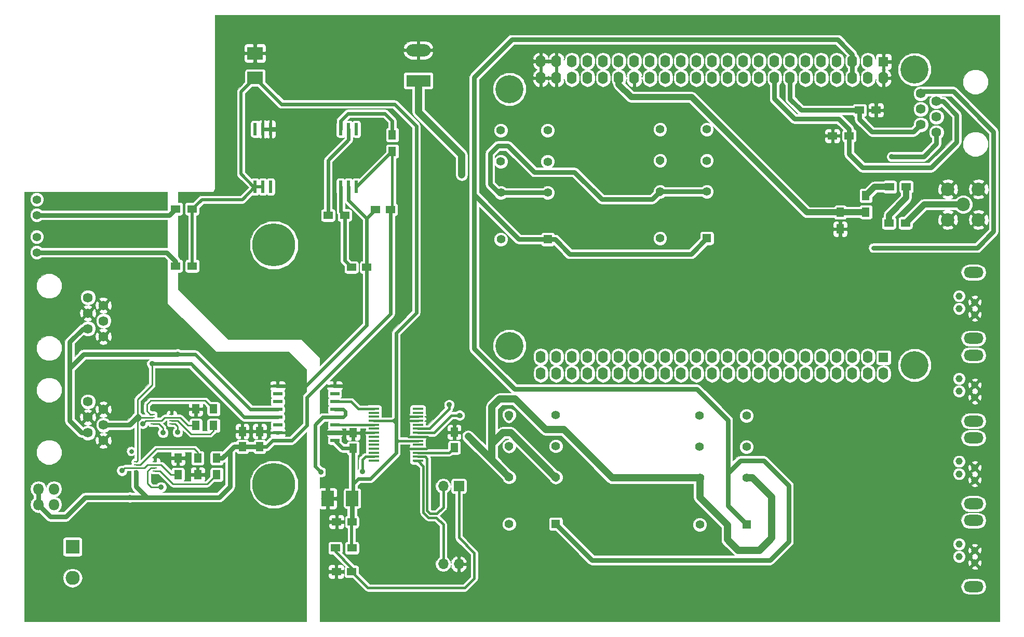
<source format=gbr>
G04 #@! TF.FileFunction,Copper,L1,Top,Signal*
%FSLAX46Y46*%
G04 Gerber Fmt 4.6, Leading zero omitted, Abs format (unit mm)*
G04 Created by KiCad (PCBNEW 4.0.7-e2-6376~61~ubuntu18.04.1) date Mon Nov 26 09:53:18 2018*
%MOMM*%
%LPD*%
G01*
G04 APERTURE LIST*
%ADD10C,0.100000*%
%ADD11C,7.000000*%
%ADD12C,2.200000*%
%ADD13R,1.600000X1.600000*%
%ADD14O,1.600000X2.000000*%
%ADD15C,1.160000*%
%ADD16O,3.200000X1.800000*%
%ADD17R,2.300000X2.300000*%
%ADD18O,2.300000X2.300000*%
%ADD19C,4.572000*%
%ADD20R,1.700000X1.700000*%
%ADD21O,1.700000X1.700000*%
%ADD22C,1.590000*%
%ADD23R,1.500000X1.300000*%
%ADD24R,1.400000X1.400000*%
%ADD25C,1.400000*%
%ADD26R,3.960000X1.980000*%
%ADD27O,3.960000X1.980000*%
%ADD28R,1.300000X1.500000*%
%ADD29R,0.750000X0.250000*%
%ADD30R,0.600000X2.000000*%
%ADD31R,1.500000X0.600000*%
%ADD32R,1.750000X0.450000*%
%ADD33R,1.500000X1.250000*%
%ADD34R,2.500000X2.000000*%
%ADD35R,1.250000X1.500000*%
%ADD36R,2.000000X2.500000*%
%ADD37O,1.800000X1.800000*%
%ADD38C,0.900000*%
%ADD39C,0.600000*%
%ADD40C,0.800000*%
%ADD41C,0.400000*%
%ADD42C,0.250000*%
%ADD43C,1.000000*%
%ADD44C,0.600000*%
%ADD45C,1.200000*%
%ADD46C,0.500000*%
%ADD47C,0.050000*%
G04 APERTURE END LIST*
D10*
D11*
X154590000Y-114400000D03*
X154590000Y-75300000D03*
D12*
X269474800Y-66175500D03*
X264474800Y-66175500D03*
X264474800Y-71175500D03*
X269474800Y-71175500D03*
X266974800Y-68675500D03*
D13*
X253982080Y-45403400D03*
D14*
X253982080Y-48043400D03*
X251442080Y-45303400D03*
X251442080Y-48043400D03*
X248902080Y-45303400D03*
X248902080Y-48043400D03*
X246362080Y-45303400D03*
X246362080Y-48043400D03*
X243822080Y-45303400D03*
X243822080Y-48043400D03*
X241282080Y-45303400D03*
X241282080Y-48043400D03*
X238742080Y-45303400D03*
X238742080Y-48043400D03*
X236202080Y-45303400D03*
X236202080Y-48043400D03*
X233662080Y-45303400D03*
X233662080Y-48043400D03*
X231122080Y-45303400D03*
X231122080Y-48043400D03*
X228582080Y-45303400D03*
X228582080Y-48043400D03*
X226042080Y-45303400D03*
X226042080Y-48043400D03*
X223502080Y-45303400D03*
X223502080Y-48043400D03*
X220962080Y-45303400D03*
X220962080Y-48043400D03*
X218422080Y-45303400D03*
X218422080Y-48043400D03*
X215882080Y-45303400D03*
X215882080Y-48043400D03*
X213342080Y-45303400D03*
X213342080Y-48043400D03*
X210802080Y-45303400D03*
X210802080Y-48043400D03*
X208262080Y-45303400D03*
X208262080Y-48043400D03*
X205722080Y-45303400D03*
X205722080Y-48043400D03*
X203182080Y-45303400D03*
X203182080Y-48043400D03*
X200642080Y-45303400D03*
X200642080Y-48043400D03*
X198102080Y-45303400D03*
X198102080Y-48043400D03*
D13*
X253982080Y-93663400D03*
D14*
X253982080Y-96303400D03*
X251442080Y-93563400D03*
X251442080Y-96303400D03*
X248902080Y-93563400D03*
X248902080Y-96303400D03*
X246362080Y-93563400D03*
X246362080Y-96303400D03*
X243822080Y-93563400D03*
X243822080Y-96303400D03*
X241282080Y-93563400D03*
X241282080Y-96303400D03*
X238742080Y-93563400D03*
X238742080Y-96303400D03*
X236202080Y-93563400D03*
X236202080Y-96303400D03*
X233662080Y-93563400D03*
X233662080Y-96303400D03*
X231122080Y-93563400D03*
X231122080Y-96303400D03*
X228582080Y-93563400D03*
X228582080Y-96303400D03*
X226042080Y-93563400D03*
X226042080Y-96303400D03*
X223502080Y-93563400D03*
X223502080Y-96303400D03*
X220962080Y-93563400D03*
X220962080Y-96303400D03*
X218422080Y-93563400D03*
X218422080Y-96303400D03*
X215882080Y-93563400D03*
X215882080Y-96303400D03*
X213342080Y-93563400D03*
X213342080Y-96303400D03*
X210802080Y-93563400D03*
X210802080Y-96303400D03*
X208262080Y-93563400D03*
X208262080Y-96303400D03*
X205722080Y-93563400D03*
X205722080Y-96303400D03*
X203182080Y-93563400D03*
X203182080Y-96303400D03*
X200642080Y-93563400D03*
X200642080Y-96303400D03*
X198102080Y-93563400D03*
X198102080Y-96303400D03*
D15*
X266311480Y-85660000D03*
X266311480Y-83620000D03*
X268861480Y-84640000D03*
X268861480Y-86680000D03*
D16*
X268661480Y-90530000D03*
X268661480Y-79770000D03*
D15*
X266311480Y-99160000D03*
X266311480Y-97120000D03*
X268861480Y-98140000D03*
X268861480Y-100180000D03*
D16*
X268661480Y-104030000D03*
X268661480Y-93270000D03*
D15*
X266311480Y-112660000D03*
X266311480Y-110620000D03*
X268861480Y-111640000D03*
X268861480Y-113680000D03*
D16*
X268661480Y-117530000D03*
X268661480Y-106770000D03*
D15*
X266311480Y-126160000D03*
X266311480Y-124120000D03*
X268861480Y-125140000D03*
X268861480Y-127180000D03*
D16*
X268661480Y-131030000D03*
X268661480Y-120270000D03*
D17*
X121760000Y-124560000D03*
D18*
X121760000Y-129640000D03*
D19*
X193022080Y-49848400D03*
X259062080Y-46673400D03*
X259062080Y-94933400D03*
X193022080Y-91758400D03*
D20*
X184740000Y-114670000D03*
D21*
X182200000Y-114670000D03*
X184740000Y-127370000D03*
X182200000Y-127370000D03*
D22*
X126812500Y-107222500D03*
X124272500Y-105952500D03*
X126812500Y-104682500D03*
X124272500Y-103412500D03*
X126812500Y-102142500D03*
X124272500Y-100872500D03*
D23*
X141250000Y-69420000D03*
X138550000Y-69420000D03*
D24*
X199224820Y-74383060D03*
D25*
X191604820Y-74383060D03*
X199224820Y-61693060D03*
X199224820Y-56603060D03*
X199224820Y-66763060D03*
X191594820Y-61673060D03*
X191594820Y-56593060D03*
X191604820Y-66763060D03*
D26*
X178140200Y-48489500D03*
D27*
X178140200Y-43489500D03*
D24*
X200558240Y-120829500D03*
D25*
X192938240Y-120829500D03*
X200558240Y-108139500D03*
X200558240Y-103049500D03*
X200558240Y-113209500D03*
X192928240Y-108119500D03*
X192928240Y-103039500D03*
X192938240Y-113209500D03*
D24*
X231645340Y-120941260D03*
D25*
X224025340Y-120941260D03*
X231645340Y-108251260D03*
X231645340Y-103161260D03*
X231645340Y-113321260D03*
X224015340Y-108231260D03*
X224015340Y-103151260D03*
X224025340Y-113321260D03*
D24*
X225181000Y-74207000D03*
D25*
X217561000Y-74207000D03*
X225181000Y-61517000D03*
X225181000Y-56427000D03*
X225181000Y-66587000D03*
X217551000Y-61497000D03*
X217551000Y-56417000D03*
X217561000Y-66587000D03*
D22*
X260075220Y-50589240D03*
X262615220Y-51859240D03*
X260075220Y-53129240D03*
X262615220Y-54399240D03*
X260075220Y-55669240D03*
X262615220Y-56939240D03*
D28*
X251110000Y-67230000D03*
X251110000Y-69930000D03*
X246930000Y-69980000D03*
X246930000Y-72680000D03*
D23*
X250075000Y-53300000D03*
X252775000Y-53300000D03*
X245675000Y-57475000D03*
X248375000Y-57475000D03*
D29*
X135202500Y-110672500D03*
X135202500Y-111172500D03*
X135202500Y-111672500D03*
X135202500Y-112172500D03*
X132102500Y-110672500D03*
X132102500Y-111172500D03*
X132102500Y-112172500D03*
X132102500Y-111672500D03*
X137902500Y-102952500D03*
X137902500Y-103452500D03*
X137902500Y-103952500D03*
X137902500Y-104452500D03*
X134802500Y-102952500D03*
X134802500Y-103452500D03*
X134802500Y-104452500D03*
X134802500Y-103952500D03*
D30*
X151515000Y-65790000D03*
X152785000Y-65790000D03*
X154055000Y-65790000D03*
X165485000Y-65790000D03*
X166755000Y-65790000D03*
X168025000Y-65790000D03*
X168025000Y-56390000D03*
X166755000Y-56390000D03*
X165485000Y-56390000D03*
X154055000Y-56390000D03*
X152785000Y-56390000D03*
X151515000Y-56390000D03*
D31*
X164502500Y-107207500D03*
X164502500Y-105937500D03*
X164502500Y-104667500D03*
X164502500Y-103397500D03*
X164502500Y-102127500D03*
X164502500Y-100857500D03*
X164502500Y-99587500D03*
X164502500Y-98317500D03*
X155202500Y-98317500D03*
X155202500Y-99587500D03*
X155202500Y-100857500D03*
X155202500Y-102127500D03*
X155202500Y-103397500D03*
X155202500Y-104667500D03*
X155202500Y-105937500D03*
X155202500Y-107207500D03*
D32*
X170852500Y-102037500D03*
X170852500Y-102687500D03*
X170852500Y-103337500D03*
X170852500Y-103987500D03*
X170852500Y-104637500D03*
X170852500Y-105287500D03*
X170852500Y-105937500D03*
X170852500Y-106587500D03*
X170852500Y-107237500D03*
X170852500Y-107887500D03*
X170852500Y-108537500D03*
X170852500Y-109187500D03*
X170852500Y-109837500D03*
X170852500Y-110487500D03*
X178052500Y-110487500D03*
X178052500Y-109837500D03*
X178052500Y-109187500D03*
X178052500Y-108537500D03*
X178052500Y-107887500D03*
X178052500Y-107237500D03*
X178052500Y-106587500D03*
X178052500Y-105937500D03*
X178052500Y-105287500D03*
X178052500Y-104637500D03*
X178052500Y-103987500D03*
X178052500Y-103337500D03*
X178052500Y-102687500D03*
X178052500Y-102037500D03*
D28*
X173890000Y-60020000D03*
X173890000Y-57320000D03*
D23*
X166120000Y-70450000D03*
X163420000Y-70450000D03*
X141270000Y-78730000D03*
X138570000Y-78730000D03*
X167310000Y-124750000D03*
X164610000Y-124750000D03*
D33*
X173630000Y-69520000D03*
X171130000Y-69520000D03*
X167220000Y-78940000D03*
X169720000Y-78940000D03*
D34*
X151520000Y-47990000D03*
X151520000Y-43990000D03*
D35*
X149452500Y-108212500D03*
X149452500Y-105712500D03*
X152252500Y-108212500D03*
X152252500Y-105712500D03*
X184000000Y-108360000D03*
X184000000Y-105860000D03*
X167502500Y-108462500D03*
X167502500Y-105962500D03*
D33*
X167260000Y-128600000D03*
X164760000Y-128600000D03*
X167320000Y-120490000D03*
X164820000Y-120490000D03*
D36*
X167350000Y-116660000D03*
X163350000Y-116660000D03*
D22*
X126812500Y-90222500D03*
X124272500Y-88952500D03*
X126812500Y-87682500D03*
X124272500Y-86412500D03*
X126812500Y-85142500D03*
X124272500Y-83872500D03*
D25*
X115936240Y-67870000D03*
X115936240Y-70410000D03*
X115936240Y-73970000D03*
X115936240Y-76510000D03*
D37*
X116166240Y-115132500D03*
X116166240Y-117672500D03*
X118706240Y-115132500D03*
X118706240Y-117672500D03*
D28*
X145252500Y-112772500D03*
X145252500Y-110072500D03*
X144752500Y-104752500D03*
X144752500Y-102052500D03*
X142152500Y-110072500D03*
X142152500Y-112772500D03*
X141852500Y-102052500D03*
X141852500Y-104752500D03*
X138952500Y-110072500D03*
X138952500Y-112772500D03*
D23*
X257560000Y-71720000D03*
X254860000Y-71720000D03*
X257690000Y-65800000D03*
X254990000Y-65800000D03*
D38*
X166220000Y-87600000D03*
X172500000Y-92370000D03*
D39*
X248000000Y-115060000D03*
X240075000Y-65050000D03*
X212150000Y-57575000D03*
X205325000Y-85400000D03*
D38*
X186275000Y-106450000D03*
D39*
X185225000Y-63850000D03*
X252310740Y-75758940D03*
D38*
X255340000Y-60880000D03*
X149602500Y-96752500D03*
X136502500Y-105902500D03*
X131085000Y-116485000D03*
X183170000Y-101390000D03*
X184860000Y-103100000D03*
X138902500Y-93120000D03*
X138902500Y-105852500D03*
X136202500Y-114822500D03*
X134702500Y-94700000D03*
X133202500Y-104452500D03*
X129810000Y-112120000D03*
X169002500Y-112312500D03*
X162252500Y-112362500D03*
D40*
X131328423Y-108949378D02*
X131328423Y-108935428D01*
X243805560Y-47959920D02*
X243822080Y-47943400D01*
X243822080Y-47943400D02*
X243822080Y-48530120D01*
X220962080Y-96901880D02*
X220962080Y-96203400D01*
D41*
X179432500Y-108537500D02*
X179980000Y-107990000D01*
X178052500Y-108537500D02*
X179432500Y-108537500D01*
D40*
X154055000Y-56390000D02*
X155240000Y-56390000D01*
X162050000Y-83430000D02*
X166220000Y-87600000D01*
X162050000Y-74380000D02*
X162050000Y-83430000D01*
X157690000Y-70020000D02*
X162050000Y-74380000D01*
X157690000Y-58840000D02*
X157690000Y-70020000D01*
X155240000Y-56390000D02*
X157690000Y-58840000D01*
D42*
X163350000Y-116660000D02*
X162370000Y-116660000D01*
D41*
X179630000Y-106770000D02*
X179630000Y-106890000D01*
X179630000Y-106890000D02*
X179910000Y-107170000D01*
X179910000Y-107170000D02*
X179910000Y-107920000D01*
X179910000Y-107920000D02*
X179980000Y-107990000D01*
X179980000Y-107990000D02*
X182180000Y-107990000D01*
X179630000Y-106587500D02*
X179630000Y-106770000D01*
X179630000Y-106770000D02*
X179630000Y-106630000D01*
X181160000Y-106980000D02*
X182280000Y-105860000D01*
X179980000Y-106980000D02*
X181160000Y-106980000D01*
X179630000Y-106630000D02*
X179980000Y-106980000D01*
X152785000Y-56390000D02*
X152785000Y-54045000D01*
X152785000Y-54045000D02*
X152440000Y-53700000D01*
D43*
X268861480Y-100180000D02*
X268753200Y-100180000D01*
D41*
X175980000Y-104150000D02*
X175980000Y-90370000D01*
X175980000Y-90370000D02*
X177660000Y-88690000D01*
X175980000Y-105980000D02*
X175980000Y-104150000D01*
X176597500Y-106587500D02*
X175990000Y-105980000D01*
X175990000Y-105980000D02*
X175980000Y-105980000D01*
X178052500Y-106587500D02*
X176597500Y-106587500D01*
X175980000Y-104150000D02*
X176142500Y-103987500D01*
D40*
X164502500Y-105937500D02*
X162822500Y-105937500D01*
X162822500Y-105937500D02*
X162420000Y-106340000D01*
X162420000Y-106340000D02*
X162420000Y-110140000D01*
X162420000Y-110140000D02*
X163350000Y-111070000D01*
X163350000Y-111070000D02*
X163350000Y-116660000D01*
D41*
X178052500Y-106587500D02*
X179157500Y-106587500D01*
X179157500Y-106587500D02*
X179630000Y-106587500D01*
X184000000Y-105860000D02*
X182280000Y-105860000D01*
X178052500Y-103987500D02*
X176142500Y-103987500D01*
X176142500Y-103987500D02*
X176082500Y-103987500D01*
X176080000Y-103985000D02*
X176727500Y-103337500D01*
X176082500Y-103987500D02*
X176080000Y-103985000D01*
X176727500Y-103337500D02*
X178052500Y-103337500D01*
X170852500Y-105937500D02*
X167527500Y-105937500D01*
X167527500Y-105937500D02*
X167502500Y-105962500D01*
X152785000Y-56390000D02*
X154055000Y-56390000D01*
D44*
X164502500Y-98317500D02*
X166552500Y-98317500D01*
X166552500Y-98317500D02*
X172500000Y-92370000D01*
D40*
X164502500Y-105937500D02*
X167477500Y-105937500D01*
D41*
X167477500Y-105937500D02*
X167502500Y-105962500D01*
X175922500Y-108537500D02*
X175922500Y-109877500D01*
X175740000Y-110060000D02*
X175700000Y-110060000D01*
X175922500Y-109877500D02*
X175740000Y-110060000D01*
X178052500Y-108537500D02*
X175922500Y-108537500D01*
X175922500Y-108537500D02*
X175920000Y-108540000D01*
D42*
X178052500Y-103337500D02*
X176727500Y-103337500D01*
X176677500Y-103987500D02*
X178052500Y-103987500D01*
X176502500Y-103812500D02*
X176677500Y-103987500D01*
X176502500Y-103562500D02*
X176502500Y-103812500D01*
X176727500Y-103337500D02*
X176502500Y-103562500D01*
X167527500Y-105937500D02*
X167502500Y-105962500D01*
D43*
X266974800Y-68675500D02*
X260604500Y-68675500D01*
X260604500Y-68675500D02*
X257560000Y-71720000D01*
D40*
X266791340Y-69007580D02*
X266979880Y-68819040D01*
X266966560Y-68832360D02*
X266979880Y-68819040D01*
X228600000Y-117895920D02*
X228600000Y-112522000D01*
X206474740Y-126746000D02*
X200558240Y-120829500D01*
X235458000Y-126746000D02*
X206474740Y-126746000D01*
X238506000Y-123698000D02*
X235458000Y-126746000D01*
X238506000Y-114554000D02*
X238506000Y-123698000D01*
X234442000Y-110490000D02*
X238506000Y-114554000D01*
X230632000Y-110490000D02*
X234442000Y-110490000D01*
X228600000Y-112522000D02*
X230632000Y-110490000D01*
X187225000Y-66294000D02*
X187225000Y-92229000D01*
X228600000Y-117895920D02*
X231645340Y-120941260D01*
X228600000Y-103886000D02*
X228600000Y-117895920D01*
X223520000Y-98806000D02*
X228600000Y-103886000D01*
X193802000Y-98806000D02*
X223520000Y-98806000D01*
X187225000Y-92229000D02*
X193802000Y-98806000D01*
X248902080Y-47943400D02*
X248902080Y-45403400D01*
X248902080Y-45403400D02*
X248902080Y-44177080D01*
X248902080Y-44177080D02*
X246500000Y-41775000D01*
X246500000Y-41775000D02*
X193400000Y-41775000D01*
X193400000Y-41775000D02*
X187225000Y-47950000D01*
X194508060Y-74383060D02*
X199224820Y-74383060D01*
X225181000Y-74207000D02*
X225231800Y-74207000D01*
X199224820Y-74383060D02*
X200434580Y-74383060D01*
X200434580Y-74383060D02*
X202818840Y-76767320D01*
X202818840Y-76767320D02*
X222620680Y-76767320D01*
X222620680Y-76767320D02*
X225181000Y-74207000D01*
X187225000Y-47950000D02*
X187225000Y-66294000D01*
X187225000Y-66294000D02*
X187225000Y-67100000D01*
X187225000Y-67100000D02*
X194508060Y-74383060D01*
D41*
X186275000Y-106450000D02*
X186238700Y-106486300D01*
D40*
X186238700Y-106486300D02*
X186275000Y-106450000D01*
X186275000Y-106450000D02*
X186275000Y-106522600D01*
D45*
X200480300Y-113209500D02*
X193207480Y-105936680D01*
X193207480Y-105936680D02*
X191922240Y-105936680D01*
X192938240Y-113185840D02*
X186275000Y-106522600D01*
D40*
X192938240Y-113209500D02*
X192938240Y-113185840D01*
X192938240Y-113185840D02*
X190106140Y-110353740D01*
D45*
X190106140Y-110353740D02*
X190106140Y-109182800D01*
D40*
X192938240Y-113209500D02*
X192938240Y-113183300D01*
D45*
X224025340Y-113321260D02*
X224025340Y-116470100D01*
X232611300Y-113321260D02*
X231645340Y-113321260D01*
X235732160Y-116442120D02*
X232611300Y-113321260D01*
X235732160Y-123147720D02*
X235732160Y-116442120D01*
X233776360Y-125103520D02*
X235732160Y-123147720D01*
X230255920Y-125103520D02*
X233776360Y-125103520D01*
X228523640Y-123371240D02*
X230255920Y-125103520D01*
X228523640Y-120968400D02*
X228523640Y-123371240D01*
X224025340Y-116470100D02*
X228523640Y-120968400D01*
D40*
X192938240Y-113209500D02*
X192938240Y-112962320D01*
D45*
X190106140Y-109876220D02*
X190106140Y-109182800D01*
X190106140Y-109182800D02*
X190106140Y-101717740D01*
X209756380Y-113321260D02*
X224025340Y-113321260D01*
X201840940Y-105405820D02*
X209756380Y-113321260D01*
X198907240Y-105405820D02*
X201840940Y-105405820D01*
X193905980Y-100404560D02*
X198907240Y-105405820D01*
X191419320Y-100404560D02*
X193905980Y-100404560D01*
X190106140Y-101717740D02*
X191419320Y-100404560D01*
D40*
X200558240Y-113209500D02*
X200480300Y-113209500D01*
X190106140Y-107752780D02*
X190106140Y-109876220D01*
D45*
X191922240Y-105936680D02*
X190106140Y-107752780D01*
D40*
X191122140Y-59104160D02*
X192755360Y-59104160D01*
X216296080Y-67851920D02*
X217561000Y-66587000D01*
X208030920Y-67851920D02*
X216296080Y-67851920D01*
X203560520Y-63381520D02*
X208030920Y-67851920D01*
X197032720Y-63381520D02*
X203560520Y-63381520D01*
X192755360Y-59104160D02*
X197032720Y-63381520D01*
X217561000Y-66587000D02*
X225181000Y-66587000D01*
X191232160Y-66763060D02*
X189836900Y-65367800D01*
X189836900Y-65367800D02*
X189836900Y-60389400D01*
X189836900Y-60389400D02*
X191122140Y-59104160D01*
X199224820Y-66763060D02*
X191232160Y-66763060D01*
D43*
X231645340Y-113321260D02*
X231645340Y-113391620D01*
X192938240Y-113209500D02*
X192938240Y-112931840D01*
X200558240Y-112992800D02*
X200558240Y-113209500D01*
X217561000Y-66587000D02*
X217561000Y-66782580D01*
X191604820Y-66763060D02*
X191604820Y-66693760D01*
D40*
X200558240Y-113209500D02*
X200558240Y-113584620D01*
D45*
X185225000Y-60650000D02*
X185225000Y-63850000D01*
X178140200Y-53565200D02*
X185225000Y-60650000D01*
X178140200Y-48489500D02*
X178140200Y-53565200D01*
D43*
X210802080Y-47943400D02*
X210802080Y-49112080D01*
X212850000Y-51160000D02*
X222690000Y-51160000D01*
X210802080Y-49112080D02*
X212850000Y-51160000D01*
X246930000Y-69980000D02*
X241510000Y-69980000D01*
X241510000Y-69980000D02*
X222690000Y-51160000D01*
X251110000Y-69930000D02*
X246980000Y-69930000D01*
X246980000Y-69930000D02*
X246930000Y-69980000D01*
D40*
X250075000Y-53300000D02*
X250075000Y-54800000D01*
X250075000Y-54800000D02*
X252125000Y-56850000D01*
X258894460Y-56850000D02*
X260075220Y-55669240D01*
X252125000Y-56850000D02*
X258894460Y-56850000D01*
X238742080Y-47943400D02*
X238742080Y-51442080D01*
X238742080Y-51442080D02*
X240600000Y-53300000D01*
X240600000Y-53300000D02*
X250075000Y-53300000D01*
X262615220Y-51859240D02*
X263709240Y-51859240D01*
X257975000Y-62650000D02*
X257975000Y-62640000D01*
X261750000Y-62650000D02*
X257975000Y-62650000D01*
X265925000Y-58475000D02*
X261750000Y-62650000D01*
X265925000Y-54075000D02*
X265925000Y-58475000D01*
X263709240Y-51859240D02*
X265925000Y-54075000D01*
X248375000Y-57475000D02*
X248375000Y-60465000D01*
X250550000Y-62640000D02*
X257975000Y-62640000D01*
X248375000Y-60465000D02*
X250550000Y-62640000D01*
X248375000Y-57475000D02*
X248375000Y-56375000D01*
X236202080Y-51392080D02*
X236202080Y-47943400D01*
X239490000Y-54680000D02*
X236202080Y-51392080D01*
X246680000Y-54680000D02*
X239490000Y-54680000D01*
X248375000Y-56375000D02*
X246680000Y-54680000D01*
X262615220Y-56939240D02*
X262615220Y-58784780D01*
X260520000Y-60880000D02*
X255340000Y-60880000D01*
X262615220Y-58784780D02*
X260520000Y-60880000D01*
X261875000Y-50196380D02*
X260468080Y-50196380D01*
X260468080Y-50196380D02*
X260075220Y-50589240D01*
X252308200Y-75756400D02*
X269295720Y-75756400D01*
X269295720Y-75756400D02*
X271942400Y-73109720D01*
X271942400Y-73109720D02*
X271942400Y-56790220D01*
X271942400Y-56790220D02*
X265348560Y-50196380D01*
X265348560Y-50196380D02*
X261875000Y-50196380D01*
X252310740Y-75758940D02*
X252308200Y-75756400D01*
X260075220Y-50589240D02*
X260075220Y-50574780D01*
X260075220Y-50574780D02*
X260453620Y-50196380D01*
X260453620Y-50196380D02*
X260075220Y-50589240D01*
D43*
X217551000Y-61497000D02*
X217551000Y-61687500D01*
X192928240Y-108119500D02*
X192928240Y-108387940D01*
D44*
X174502500Y-103612500D02*
X174502500Y-89657500D01*
X155854000Y-52324000D02*
X151520000Y-47990000D01*
X174244000Y-52324000D02*
X155854000Y-52324000D01*
X177800000Y-55880000D02*
X174244000Y-52324000D01*
X177800000Y-86360000D02*
X177800000Y-55880000D01*
X174502500Y-89657500D02*
X177800000Y-86360000D01*
D40*
X167320000Y-120490000D02*
X167320000Y-116690000D01*
X167320000Y-116690000D02*
X167350000Y-116660000D01*
D46*
X151515000Y-65790000D02*
X151290000Y-65790000D01*
X151290000Y-65790000D02*
X149200000Y-63700000D01*
X149200000Y-63700000D02*
X149200000Y-50310000D01*
X149200000Y-50310000D02*
X151520000Y-47990000D01*
X141270000Y-78730000D02*
X141270000Y-69440000D01*
X141270000Y-69440000D02*
X142840000Y-67870000D01*
X142840000Y-67870000D02*
X149435000Y-67870000D01*
X149435000Y-67870000D02*
X151515000Y-65790000D01*
X152785000Y-65790000D02*
X152705000Y-65790000D01*
X151515000Y-65790000D02*
X152785000Y-65790000D01*
D44*
X170260000Y-113430000D02*
X174502500Y-109187500D01*
X168680000Y-113430000D02*
X170260000Y-113430000D01*
X174502500Y-109187500D02*
X174502500Y-107637500D01*
X168680000Y-113430000D02*
X168360000Y-113430000D01*
X168360000Y-113430000D02*
X167502500Y-114287500D01*
X167502500Y-114287500D02*
X167502500Y-108462500D01*
D46*
X167502500Y-116762500D02*
X167502500Y-116012500D01*
X167502500Y-116012500D02*
X167502500Y-115462500D01*
D44*
X167502500Y-115462500D02*
X167502500Y-115262500D01*
D46*
X167347500Y-120532500D02*
X167247500Y-120632500D01*
X167247500Y-120632500D02*
X167247500Y-125032500D01*
D44*
X167502500Y-115262500D02*
X167502500Y-114287500D01*
D41*
X174902500Y-107237500D02*
X174502500Y-107637500D01*
X174902500Y-107237500D02*
X174877500Y-107237500D01*
X174877500Y-107237500D02*
X174502500Y-106862500D01*
D44*
X174502500Y-107637500D02*
X174502500Y-106862500D01*
D41*
X170852500Y-103987500D02*
X174127500Y-103987500D01*
X178052500Y-107237500D02*
X174902500Y-107237500D01*
D44*
X174502500Y-106862500D02*
X174502500Y-104362500D01*
X164502500Y-107207500D02*
X165757500Y-108462500D01*
X165757500Y-108462500D02*
X167502500Y-108462500D01*
D46*
X167347500Y-124932500D02*
X167247500Y-125032500D01*
X174127500Y-103987500D02*
X174502500Y-103612500D01*
X174502500Y-103612500D02*
X174452500Y-103662500D01*
D41*
X174452500Y-103662500D02*
X174502500Y-103662500D01*
D46*
X174127500Y-103987500D02*
X174502500Y-104362500D01*
D44*
X174502500Y-104362500D02*
X174502500Y-103662500D01*
D41*
X184740000Y-114670000D02*
X184740000Y-123050000D01*
X169920000Y-131260000D02*
X167260000Y-128600000D01*
X185700000Y-131260000D02*
X169920000Y-131260000D01*
X187250000Y-129710000D02*
X185700000Y-131260000D01*
X187250000Y-125560000D02*
X187250000Y-129710000D01*
X184740000Y-123050000D02*
X187250000Y-125560000D01*
X164610000Y-125340000D02*
X164610000Y-124750000D01*
X167260000Y-127990000D02*
X164610000Y-125340000D01*
X167260000Y-128600000D02*
X167260000Y-127990000D01*
X178052500Y-109187500D02*
X183172500Y-109187500D01*
X183172500Y-109187500D02*
X184000000Y-108360000D01*
D44*
X165485000Y-65790000D02*
X165485000Y-69815000D01*
X165485000Y-69815000D02*
X166120000Y-70450000D01*
X166120000Y-70450000D02*
X166120000Y-77840000D01*
X166120000Y-77840000D02*
X167220000Y-78940000D01*
D42*
X139952500Y-102052500D02*
X141852500Y-102052500D01*
X139602500Y-101702500D02*
X139952500Y-102052500D01*
X138152500Y-101702500D02*
X139602500Y-101702500D01*
X137902500Y-101952500D02*
X138152500Y-101702500D01*
D44*
X166755000Y-65790000D02*
X166755000Y-67985000D01*
X166755000Y-67985000D02*
X169720000Y-70950000D01*
X169720000Y-78940000D02*
X169720000Y-70950000D01*
D41*
X169720000Y-70950000D02*
X169720000Y-70930000D01*
D44*
X169720000Y-70930000D02*
X171130000Y-69520000D01*
X155202500Y-98317500D02*
X159762500Y-98317500D01*
X169720000Y-88360000D02*
X169720000Y-78940000D01*
X159762500Y-98317500D02*
X169720000Y-88360000D01*
D41*
X155202500Y-98317500D02*
X150227500Y-98317500D01*
X149602500Y-97692500D02*
X149602500Y-96752500D01*
X150227500Y-98317500D02*
X149602500Y-97692500D01*
D42*
X137902500Y-102952500D02*
X137902500Y-101952500D01*
X135202500Y-110672500D02*
X135202500Y-109972500D01*
X137602500Y-110072500D02*
X138952500Y-110072500D01*
X137252500Y-109722500D02*
X137602500Y-110072500D01*
X135452500Y-109722500D02*
X137252500Y-109722500D01*
X135202500Y-109972500D02*
X135452500Y-109722500D01*
D46*
X152252500Y-105712500D02*
X152477500Y-105937500D01*
D40*
X133890000Y-116485000D02*
X145675000Y-116485000D01*
X133890000Y-116485000D02*
X132102500Y-114697500D01*
X131085000Y-116485000D02*
X133890000Y-116485000D01*
X132102500Y-114697500D02*
X132102500Y-112397510D01*
D42*
X132102500Y-112172500D02*
X132102500Y-112397510D01*
X132102500Y-112397510D02*
X132102500Y-114422500D01*
D40*
X148092500Y-108212500D02*
X152252500Y-108212500D01*
X147452500Y-108852500D02*
X148092500Y-108212500D01*
X146197500Y-110072500D02*
X145252500Y-110072500D01*
X147452500Y-108852500D02*
X147417500Y-108852500D01*
X147417500Y-108852500D02*
X146197500Y-110072500D01*
X145675000Y-116485000D02*
X147452500Y-114707500D01*
X147452500Y-114707500D02*
X147452500Y-108852500D01*
X116166240Y-117672500D02*
X116166240Y-115132500D01*
X131085000Y-116485000D02*
X123815000Y-116485000D01*
X118123740Y-119630000D02*
X116166240Y-117672500D01*
X120670000Y-119630000D02*
X118123740Y-119630000D01*
X123815000Y-116485000D02*
X120670000Y-119630000D01*
D42*
X135802500Y-104452500D02*
X134802500Y-104452500D01*
X136502500Y-105902500D02*
X136502500Y-105152500D01*
X136502500Y-105152500D02*
X135802500Y-104452500D01*
X134390000Y-116322500D02*
X131247500Y-116322500D01*
X131247500Y-116322500D02*
X131085000Y-116485000D01*
D40*
X131085000Y-116485000D02*
X131080000Y-116480000D01*
D44*
X155202500Y-107207500D02*
X157512500Y-107207500D01*
X173630000Y-86510000D02*
X173630000Y-69520000D01*
X159980000Y-100160000D02*
X173630000Y-86510000D01*
X159980000Y-104740000D02*
X159980000Y-100160000D01*
X157512500Y-107207500D02*
X159980000Y-104740000D01*
D41*
X173890000Y-60020000D02*
X173890000Y-69260000D01*
X173890000Y-69260000D02*
X173630000Y-69520000D01*
D46*
X168025000Y-65790000D02*
X168120000Y-65790000D01*
X168120000Y-65790000D02*
X173890000Y-60020000D01*
D44*
X148092500Y-108212500D02*
X149452500Y-108212500D01*
D42*
X134802500Y-104452500D02*
X135152500Y-104452500D01*
X147452500Y-114422500D02*
X147452500Y-110322500D01*
X145552500Y-116322500D02*
X147452500Y-114422500D01*
X134002500Y-116322500D02*
X134390000Y-116322500D01*
X134390000Y-116322500D02*
X145552500Y-116322500D01*
X132102500Y-114422500D02*
X134002500Y-116322500D01*
X147452500Y-109822500D02*
X147452500Y-108852500D01*
X147452500Y-110322500D02*
X147452500Y-109822500D01*
D44*
X152252500Y-108212500D02*
X149452500Y-108212500D01*
X155202500Y-107207500D02*
X154407500Y-107207500D01*
X153402500Y-108212500D02*
X152252500Y-108212500D01*
X154407500Y-107207500D02*
X153402500Y-108212500D01*
D41*
X178052500Y-105287500D02*
X179932500Y-105287500D01*
X183170000Y-102050000D02*
X183170000Y-101390000D01*
X179932500Y-105287500D02*
X183170000Y-102050000D01*
D40*
X115936240Y-76510000D02*
X137130000Y-76510000D01*
X138570000Y-77950000D02*
X138570000Y-78730000D01*
X137130000Y-76510000D02*
X138570000Y-77950000D01*
X138170000Y-78730000D02*
X138570000Y-78730000D01*
D41*
X178052500Y-105937500D02*
X180702500Y-105937500D01*
X183540000Y-103100000D02*
X184860000Y-103100000D01*
X180702500Y-105937500D02*
X183540000Y-103100000D01*
D40*
X184860000Y-103100000D02*
X184940000Y-103100000D01*
X115936240Y-70410000D02*
X137560000Y-70410000D01*
X137560000Y-70410000D02*
X138550000Y-69420000D01*
X192928240Y-103039500D02*
X192928240Y-103226660D01*
D43*
X192928240Y-103039500D02*
X192928240Y-103434940D01*
D41*
X182200000Y-114670000D02*
X182200000Y-118100000D01*
X179267500Y-109837500D02*
X178052500Y-109837500D01*
X179570000Y-110140000D02*
X179267500Y-109837500D01*
X179570000Y-118660000D02*
X179570000Y-110140000D01*
X180070000Y-119160000D02*
X179570000Y-118660000D01*
X181140000Y-119160000D02*
X180070000Y-119160000D01*
X182200000Y-118100000D02*
X181140000Y-119160000D01*
X178052500Y-110487500D02*
X178052500Y-110522500D01*
X178052500Y-110522500D02*
X178969998Y-111439998D01*
X182200000Y-120910000D02*
X182200000Y-127370000D01*
X181060000Y-119770000D02*
X182200000Y-120910000D01*
X179810000Y-119770000D02*
X181060000Y-119770000D01*
X178969998Y-118929998D02*
X179810000Y-119770000D01*
X178969998Y-111439998D02*
X178969998Y-118929998D01*
X178052500Y-110487500D02*
X177532500Y-110487500D01*
X178073500Y-110466500D02*
X178052500Y-110487500D01*
D40*
X121260000Y-96560000D02*
X121260000Y-95440000D01*
X123580000Y-93120000D02*
X138902500Y-93120000D01*
X121260000Y-95440000D02*
X123580000Y-93120000D01*
X124272500Y-105952500D02*
X123222500Y-105952500D01*
X123447500Y-88952500D02*
X124272500Y-88952500D01*
X121260000Y-91140000D02*
X123447500Y-88952500D01*
X121260000Y-103990000D02*
X121260000Y-96560000D01*
X121260000Y-96560000D02*
X121260000Y-91140000D01*
X123222500Y-105952500D02*
X121260000Y-103990000D01*
D44*
X155202500Y-102127500D02*
X150747500Y-102127500D01*
X150747500Y-102127500D02*
X141740000Y-93120000D01*
X141740000Y-93120000D02*
X138902500Y-93120000D01*
D42*
X138902500Y-105852500D02*
X138902500Y-104902500D01*
X138902500Y-104902500D02*
X138452500Y-104452500D01*
X136202500Y-114822500D02*
X134602500Y-114822500D01*
X134602500Y-114822500D02*
X134002500Y-114222500D01*
X134002500Y-114222500D02*
X134002500Y-112222500D01*
X134002500Y-112222500D02*
X134552500Y-111672500D01*
X134552500Y-111672500D02*
X135202500Y-111672500D01*
X138452500Y-104452500D02*
X137902500Y-104452500D01*
X132365000Y-102935000D02*
X130617500Y-104682500D01*
X130960000Y-104350000D02*
X130960000Y-104682500D01*
X130627500Y-104682500D02*
X130960000Y-104350000D01*
X130617500Y-104682500D02*
X130627500Y-104682500D01*
X131985000Y-103795000D02*
X131985000Y-103315000D01*
X131985000Y-103315000D02*
X132365000Y-102935000D01*
X132365000Y-102935000D02*
X132385000Y-102915000D01*
D40*
X126812500Y-104682500D02*
X130960000Y-104682500D01*
X130960000Y-104682500D02*
X131097500Y-104682500D01*
X131097500Y-104682500D02*
X131985000Y-103795000D01*
X131985000Y-103795000D02*
X132200000Y-103580000D01*
D42*
X132880000Y-103452500D02*
X132880000Y-103520000D01*
X132880000Y-103520000D02*
X132352500Y-104047500D01*
X132880000Y-103452500D02*
X132880000Y-103410000D01*
X132880000Y-103410000D02*
X132385000Y-102915000D01*
X132385000Y-102915000D02*
X132352500Y-102882500D01*
X134702500Y-94700000D02*
X134702500Y-98152500D01*
X134702500Y-98152500D02*
X132352500Y-100502500D01*
X132352500Y-100502500D02*
X132352500Y-102752500D01*
X132352500Y-102752500D02*
X132352500Y-102882500D01*
X132352500Y-102882500D02*
X132352500Y-103202500D01*
X134702500Y-98152500D02*
X132352500Y-100502500D01*
D44*
X155202500Y-103397500D02*
X149767500Y-103397500D01*
X141070000Y-94700000D02*
X134702500Y-94700000D01*
X149767500Y-103397500D02*
X141070000Y-94700000D01*
D42*
X132602500Y-103452500D02*
X132352500Y-103202500D01*
X132602500Y-103452500D02*
X132352500Y-103702500D01*
X132352500Y-103702500D02*
X132352500Y-103440000D01*
X132352500Y-103440000D02*
X132352500Y-103202500D01*
X132352500Y-110202500D02*
X132352500Y-104047500D01*
X132147500Y-110672500D02*
X132352500Y-110467500D01*
X132352500Y-110467500D02*
X132352500Y-110202500D01*
X132352500Y-104047500D02*
X132352500Y-103702500D01*
X132102500Y-110672500D02*
X132147500Y-110672500D01*
X134802500Y-103452500D02*
X132880000Y-103452500D01*
X132880000Y-103452500D02*
X132602500Y-103452500D01*
X144752500Y-104752500D02*
X144752500Y-105602500D01*
X138902500Y-103952500D02*
X137902500Y-103952500D01*
X141102500Y-106152500D02*
X138902500Y-103952500D01*
X144202500Y-106152500D02*
X141102500Y-106152500D01*
X144752500Y-105602500D02*
X144202500Y-106152500D01*
X144752500Y-102052500D02*
X143402500Y-100702500D01*
X133852500Y-101352500D02*
X133852500Y-102402500D01*
X134502500Y-100702500D02*
X133852500Y-101352500D01*
X143402500Y-100702500D02*
X134502500Y-100702500D01*
X134802500Y-102952500D02*
X134402500Y-102952500D01*
X134402500Y-102952500D02*
X133852500Y-102402500D01*
X145252500Y-112772500D02*
X143702500Y-114322500D01*
X143702500Y-114322500D02*
X138152500Y-114322500D01*
X138152500Y-114322500D02*
X136002500Y-112172500D01*
X136002500Y-112172500D02*
X135202500Y-112172500D01*
X142152500Y-109122500D02*
X142152500Y-110072500D01*
X141602500Y-108572500D02*
X142152500Y-109122500D01*
X132802500Y-111172500D02*
X135402500Y-108572500D01*
X132102500Y-111172500D02*
X132802500Y-111172500D01*
X135402500Y-108572500D02*
X141602500Y-108572500D01*
X133702500Y-103952500D02*
X133202500Y-104452500D01*
X134802500Y-103952500D02*
X133702500Y-103952500D01*
X140602500Y-104752500D02*
X141852500Y-104752500D01*
X139302500Y-103452500D02*
X140602500Y-104752500D01*
X137902500Y-103452500D02*
X139302500Y-103452500D01*
X137902500Y-103452500D02*
X136802500Y-103452500D01*
X136302500Y-103952500D02*
X134802500Y-103952500D01*
X136802500Y-103452500D02*
X136302500Y-103952500D01*
X132102500Y-111672500D02*
X130257500Y-111672500D01*
X130257500Y-111672500D02*
X129810000Y-112120000D01*
X135202500Y-111172500D02*
X136202500Y-111172500D01*
X137802500Y-112772500D02*
X138952500Y-112772500D01*
X136202500Y-111172500D02*
X137802500Y-112772500D01*
X135202500Y-111172500D02*
X134002500Y-111172500D01*
X134002500Y-111172500D02*
X133502500Y-111672500D01*
X133502500Y-111672500D02*
X132102500Y-111672500D01*
D44*
X163420000Y-70450000D02*
X163420000Y-61450000D01*
X163420000Y-61450000D02*
X166755000Y-58115000D01*
X166755000Y-58115000D02*
X166755000Y-56390000D01*
D46*
X166755000Y-58115000D02*
X166755000Y-56390000D01*
D44*
X165485000Y-56390000D02*
X165485000Y-55025000D01*
X173890000Y-55030000D02*
X173890000Y-57320000D01*
X172700000Y-53840000D02*
X173890000Y-55030000D01*
X166670000Y-53840000D02*
X172700000Y-53840000D01*
X165485000Y-55025000D02*
X166670000Y-53840000D01*
D41*
X164502500Y-100857500D02*
X167147500Y-100857500D01*
X168327500Y-102037500D02*
X170852500Y-102037500D01*
X167147500Y-100857500D02*
X168327500Y-102037500D01*
X170852500Y-104637500D02*
X164532500Y-104637500D01*
X164532500Y-104637500D02*
X164502500Y-104667500D01*
X164532500Y-104637500D02*
X164502500Y-104667500D01*
X169002500Y-110362500D02*
X169002500Y-112312500D01*
D44*
X161300000Y-111410000D02*
X162252500Y-112362500D01*
X161300000Y-104630000D02*
X161300000Y-111410000D01*
D41*
X169527500Y-109837500D02*
X169002500Y-110362500D01*
D44*
X164502500Y-103397500D02*
X162532500Y-103397500D01*
X162532500Y-103397500D02*
X161300000Y-104630000D01*
D41*
X170852500Y-109837500D02*
X169527500Y-109837500D01*
D44*
X166252500Y-102462500D02*
X165917500Y-102127500D01*
X166252500Y-103062500D02*
X166252500Y-102462500D01*
X164502500Y-103397500D02*
X165917500Y-103397500D01*
X165917500Y-102127500D02*
X164502500Y-102127500D01*
X165917500Y-103397500D02*
X166252500Y-103062500D01*
D43*
X254990000Y-65800000D02*
X252540000Y-65800000D01*
X252540000Y-65800000D02*
X251110000Y-67230000D01*
X254860000Y-71720000D02*
X254860000Y-70420000D01*
X257690000Y-67590000D02*
X257690000Y-65800000D01*
X254860000Y-70420000D02*
X257690000Y-67590000D01*
D47*
G36*
X137215000Y-69585000D02*
X116702282Y-69585000D01*
X116574333Y-69456828D01*
X116160998Y-69285196D01*
X115713445Y-69284805D01*
X115299811Y-69455715D01*
X114983068Y-69771907D01*
X114811436Y-70185242D01*
X114811045Y-70632795D01*
X114981955Y-71046429D01*
X115298147Y-71363172D01*
X115711482Y-71534804D01*
X116159035Y-71535195D01*
X116572669Y-71364285D01*
X116702179Y-71235000D01*
X137215000Y-71235000D01*
X137215000Y-75701907D01*
X137130000Y-75685000D01*
X116702282Y-75685000D01*
X116574333Y-75556828D01*
X116160998Y-75385196D01*
X115713445Y-75384805D01*
X115299811Y-75555715D01*
X114983068Y-75871907D01*
X114811436Y-76285242D01*
X114811045Y-76732795D01*
X114981955Y-77146429D01*
X115298147Y-77463172D01*
X115711482Y-77634804D01*
X116159035Y-77635195D01*
X116572669Y-77464285D01*
X116702179Y-77335000D01*
X136788274Y-77335000D01*
X137215000Y-77761726D01*
X137215000Y-84790000D01*
X137216970Y-84799726D01*
X137222322Y-84807678D01*
X145132322Y-92717678D01*
X145140593Y-92723163D01*
X145150000Y-92725000D01*
X156999644Y-92725000D01*
X159875000Y-95600356D01*
X159875000Y-99239696D01*
X159467348Y-99647348D01*
X159310187Y-99882554D01*
X159310187Y-99882555D01*
X159255000Y-100160000D01*
X159255000Y-104439696D01*
X157212196Y-106482500D01*
X156427932Y-106482500D01*
X156485500Y-106343521D01*
X156485500Y-106220750D01*
X156352250Y-106087500D01*
X155431500Y-106087500D01*
X155431500Y-106186500D01*
X154973500Y-106186500D01*
X154973500Y-106087500D01*
X154052750Y-106087500D01*
X153919500Y-106220750D01*
X153919500Y-106343521D01*
X154000645Y-106539420D01*
X154051440Y-106590215D01*
X153894848Y-106694847D01*
X153281745Y-107307950D01*
X153281191Y-107305004D01*
X153188111Y-107160354D01*
X153046088Y-107063314D01*
X152877500Y-107029174D01*
X151627500Y-107029174D01*
X151470004Y-107058809D01*
X151325354Y-107151889D01*
X151228314Y-107293912D01*
X151209362Y-107387500D01*
X150496714Y-107387500D01*
X150481191Y-107305004D01*
X150388111Y-107160354D01*
X150246088Y-107063314D01*
X150077500Y-107029174D01*
X148827500Y-107029174D01*
X148670004Y-107058809D01*
X148525354Y-107151889D01*
X148428314Y-107293912D01*
X148409362Y-107387500D01*
X148092500Y-107387500D01*
X147776786Y-107450299D01*
X147509137Y-107629137D01*
X146939616Y-108198658D01*
X146834137Y-108269137D01*
X146135767Y-108967507D01*
X146071088Y-108923314D01*
X145902500Y-108889174D01*
X144602500Y-108889174D01*
X144445004Y-108918809D01*
X144300354Y-109011889D01*
X144203314Y-109153912D01*
X144169174Y-109322500D01*
X144169174Y-110822500D01*
X144198809Y-110979996D01*
X144291889Y-111124646D01*
X144433912Y-111221686D01*
X144602500Y-111255826D01*
X145902500Y-111255826D01*
X146059996Y-111226191D01*
X146204646Y-111133111D01*
X146301686Y-110991088D01*
X146325806Y-110871978D01*
X146513214Y-110834701D01*
X146627500Y-110758337D01*
X146627500Y-114365774D01*
X145333274Y-115660000D01*
X136466907Y-115660000D01*
X136697500Y-115564721D01*
X136943856Y-115318795D01*
X137077348Y-114997312D01*
X137077651Y-114649215D01*
X136944721Y-114327500D01*
X136698795Y-114081144D01*
X136377312Y-113947652D01*
X136029215Y-113947349D01*
X135707500Y-114080279D01*
X135514943Y-114272500D01*
X134830318Y-114272500D01*
X134552500Y-113994682D01*
X134552500Y-112623978D01*
X134658912Y-112696686D01*
X134827500Y-112730826D01*
X135577500Y-112730826D01*
X135621749Y-112722500D01*
X135774682Y-112722500D01*
X137763591Y-114711409D01*
X137942024Y-114830634D01*
X138152500Y-114872500D01*
X143702500Y-114872500D01*
X143912976Y-114830634D01*
X144091409Y-114711409D01*
X144846992Y-113955826D01*
X145902500Y-113955826D01*
X146059996Y-113926191D01*
X146204646Y-113833111D01*
X146301686Y-113691088D01*
X146335826Y-113522500D01*
X146335826Y-112022500D01*
X146306191Y-111865004D01*
X146213111Y-111720354D01*
X146071088Y-111623314D01*
X145902500Y-111589174D01*
X144602500Y-111589174D01*
X144445004Y-111618809D01*
X144300354Y-111711889D01*
X144203314Y-111853912D01*
X144169174Y-112022500D01*
X144169174Y-113078008D01*
X143474682Y-113772500D01*
X143275862Y-113772500D01*
X143335500Y-113628520D01*
X143335500Y-113134750D01*
X143202250Y-113001500D01*
X142381500Y-113001500D01*
X142381500Y-113021500D01*
X141923500Y-113021500D01*
X141923500Y-113001500D01*
X141102750Y-113001500D01*
X140969500Y-113134750D01*
X140969500Y-113628520D01*
X141029138Y-113772500D01*
X139946060Y-113772500D01*
X140001686Y-113691088D01*
X140035826Y-113522500D01*
X140035826Y-112022500D01*
X140015877Y-111916480D01*
X140969500Y-111916480D01*
X140969500Y-112410250D01*
X141102750Y-112543500D01*
X141923500Y-112543500D01*
X141923500Y-111622750D01*
X142381500Y-111622750D01*
X142381500Y-112543500D01*
X143202250Y-112543500D01*
X143335500Y-112410250D01*
X143335500Y-111916480D01*
X143254356Y-111720580D01*
X143104420Y-111570645D01*
X142908521Y-111489500D01*
X142514750Y-111489500D01*
X142381500Y-111622750D01*
X141923500Y-111622750D01*
X141790250Y-111489500D01*
X141396479Y-111489500D01*
X141200580Y-111570645D01*
X141050644Y-111720580D01*
X140969500Y-111916480D01*
X140015877Y-111916480D01*
X140006191Y-111865004D01*
X139913111Y-111720354D01*
X139771088Y-111623314D01*
X139602500Y-111589174D01*
X138302500Y-111589174D01*
X138145004Y-111618809D01*
X138000354Y-111711889D01*
X137903314Y-111853912D01*
X137869174Y-112022500D01*
X137869174Y-112061356D01*
X136591409Y-110783591D01*
X136412976Y-110664366D01*
X136202500Y-110622500D01*
X136110500Y-110622500D01*
X136110500Y-110441479D01*
X136107713Y-110434750D01*
X137769500Y-110434750D01*
X137769500Y-110928520D01*
X137850644Y-111124420D01*
X138000580Y-111274355D01*
X138196479Y-111355500D01*
X138590250Y-111355500D01*
X138723500Y-111222250D01*
X138723500Y-110301500D01*
X139181500Y-110301500D01*
X139181500Y-111222250D01*
X139314750Y-111355500D01*
X139708521Y-111355500D01*
X139904420Y-111274355D01*
X140054356Y-111124420D01*
X140135500Y-110928520D01*
X140135500Y-110434750D01*
X140002250Y-110301500D01*
X139181500Y-110301500D01*
X138723500Y-110301500D01*
X137902750Y-110301500D01*
X137769500Y-110434750D01*
X136107713Y-110434750D01*
X136029355Y-110245580D01*
X135879420Y-110095644D01*
X135683520Y-110014500D01*
X135523250Y-110014500D01*
X135390000Y-110147750D01*
X135390000Y-110610000D01*
X135451500Y-110610000D01*
X135451500Y-110614174D01*
X134953500Y-110614174D01*
X134953500Y-110610000D01*
X135015000Y-110610000D01*
X135015000Y-110147750D01*
X134881750Y-110014500D01*
X134738318Y-110014500D01*
X135630318Y-109122500D01*
X137808428Y-109122500D01*
X137769500Y-109216480D01*
X137769500Y-109710250D01*
X137902750Y-109843500D01*
X138723500Y-109843500D01*
X138723500Y-109823500D01*
X139181500Y-109823500D01*
X139181500Y-109843500D01*
X140002250Y-109843500D01*
X140135500Y-109710250D01*
X140135500Y-109216480D01*
X140096572Y-109122500D01*
X141124777Y-109122500D01*
X141103314Y-109153912D01*
X141069174Y-109322500D01*
X141069174Y-110822500D01*
X141098809Y-110979996D01*
X141191889Y-111124646D01*
X141333912Y-111221686D01*
X141502500Y-111255826D01*
X142802500Y-111255826D01*
X142959996Y-111226191D01*
X143104646Y-111133111D01*
X143201686Y-110991088D01*
X143235826Y-110822500D01*
X143235826Y-109322500D01*
X143206191Y-109165004D01*
X143113111Y-109020354D01*
X142971088Y-108923314D01*
X142802500Y-108889174D01*
X142645366Y-108889174D01*
X142541409Y-108733591D01*
X142541406Y-108733589D01*
X141991409Y-108183591D01*
X141812976Y-108064366D01*
X141602500Y-108022500D01*
X135402500Y-108022500D01*
X135192024Y-108064366D01*
X135013591Y-108183591D01*
X132902500Y-110294682D01*
X132902500Y-105275365D01*
X133027688Y-105327348D01*
X133375785Y-105327651D01*
X133697500Y-105194721D01*
X133943856Y-104948795D01*
X134029172Y-104743331D01*
X134116889Y-104879646D01*
X134258912Y-104976686D01*
X134427500Y-105010826D01*
X135177500Y-105010826D01*
X135221749Y-105002500D01*
X135574682Y-105002500D01*
X135869861Y-105297678D01*
X135761144Y-105406205D01*
X135627652Y-105727688D01*
X135627349Y-106075785D01*
X135760279Y-106397500D01*
X136006205Y-106643856D01*
X136327688Y-106777348D01*
X136675785Y-106777651D01*
X136997500Y-106644721D01*
X137243856Y-106398795D01*
X137377348Y-106077312D01*
X137377651Y-105729215D01*
X137244721Y-105407500D01*
X137052500Y-105214943D01*
X137052500Y-105152500D01*
X137010634Y-104942024D01*
X136891409Y-104763591D01*
X136891406Y-104763589D01*
X136558220Y-104430403D01*
X136691409Y-104341409D01*
X137030318Y-104002500D01*
X137094174Y-104002500D01*
X137094174Y-104077500D01*
X137118558Y-104207089D01*
X137094174Y-104327500D01*
X137094174Y-104577500D01*
X137123809Y-104734996D01*
X137216889Y-104879646D01*
X137358912Y-104976686D01*
X137527500Y-105010826D01*
X138233008Y-105010826D01*
X138352500Y-105130318D01*
X138352500Y-105165183D01*
X138161144Y-105356205D01*
X138027652Y-105677688D01*
X138027349Y-106025785D01*
X138160279Y-106347500D01*
X138406205Y-106593856D01*
X138727688Y-106727348D01*
X139075785Y-106727651D01*
X139397500Y-106594721D01*
X139643856Y-106348795D01*
X139777348Y-106027312D01*
X139777651Y-105679215D01*
X139725724Y-105553542D01*
X140713591Y-106541409D01*
X140892024Y-106660634D01*
X141102500Y-106702500D01*
X144202500Y-106702500D01*
X144412976Y-106660634D01*
X144591409Y-106541409D01*
X145058067Y-106074750D01*
X148294500Y-106074750D01*
X148294500Y-106568520D01*
X148375644Y-106764420D01*
X148525580Y-106914355D01*
X148721479Y-106995500D01*
X149090250Y-106995500D01*
X149223500Y-106862250D01*
X149223500Y-105941500D01*
X149681500Y-105941500D01*
X149681500Y-106862250D01*
X149814750Y-106995500D01*
X150183521Y-106995500D01*
X150379420Y-106914355D01*
X150529356Y-106764420D01*
X150610500Y-106568520D01*
X150610500Y-106074750D01*
X151094500Y-106074750D01*
X151094500Y-106568520D01*
X151175644Y-106764420D01*
X151325580Y-106914355D01*
X151521479Y-106995500D01*
X151890250Y-106995500D01*
X152023500Y-106862250D01*
X152023500Y-105941500D01*
X152481500Y-105941500D01*
X152481500Y-106862250D01*
X152614750Y-106995500D01*
X152983521Y-106995500D01*
X153179420Y-106914355D01*
X153329356Y-106764420D01*
X153410500Y-106568520D01*
X153410500Y-106074750D01*
X153277250Y-105941500D01*
X152481500Y-105941500D01*
X152023500Y-105941500D01*
X151227750Y-105941500D01*
X151094500Y-106074750D01*
X150610500Y-106074750D01*
X150477250Y-105941500D01*
X149681500Y-105941500D01*
X149223500Y-105941500D01*
X148427750Y-105941500D01*
X148294500Y-106074750D01*
X145058067Y-106074750D01*
X145141406Y-105991411D01*
X145141409Y-105991409D01*
X145178548Y-105935826D01*
X145402500Y-105935826D01*
X145559996Y-105906191D01*
X145704646Y-105813111D01*
X145801686Y-105671088D01*
X145835826Y-105502500D01*
X145835826Y-104856480D01*
X148294500Y-104856480D01*
X148294500Y-105350250D01*
X148427750Y-105483500D01*
X149223500Y-105483500D01*
X149223500Y-104562750D01*
X149681500Y-104562750D01*
X149681500Y-105483500D01*
X150477250Y-105483500D01*
X150610500Y-105350250D01*
X150610500Y-104856480D01*
X151094500Y-104856480D01*
X151094500Y-105350250D01*
X151227750Y-105483500D01*
X152023500Y-105483500D01*
X152023500Y-104562750D01*
X152481500Y-104562750D01*
X152481500Y-105483500D01*
X153277250Y-105483500D01*
X153410500Y-105350250D01*
X153410500Y-104856480D01*
X153329356Y-104660580D01*
X153179420Y-104510645D01*
X152983521Y-104429500D01*
X152614750Y-104429500D01*
X152481500Y-104562750D01*
X152023500Y-104562750D01*
X151890250Y-104429500D01*
X151521479Y-104429500D01*
X151325580Y-104510645D01*
X151175644Y-104660580D01*
X151094500Y-104856480D01*
X150610500Y-104856480D01*
X150529356Y-104660580D01*
X150379420Y-104510645D01*
X150183521Y-104429500D01*
X149814750Y-104429500D01*
X149681500Y-104562750D01*
X149223500Y-104562750D01*
X149090250Y-104429500D01*
X148721479Y-104429500D01*
X148525580Y-104510645D01*
X148375644Y-104660580D01*
X148294500Y-104856480D01*
X145835826Y-104856480D01*
X145835826Y-104002500D01*
X145806191Y-103845004D01*
X145713111Y-103700354D01*
X145571088Y-103603314D01*
X145402500Y-103569174D01*
X144102500Y-103569174D01*
X143945004Y-103598809D01*
X143800354Y-103691889D01*
X143703314Y-103833912D01*
X143669174Y-104002500D01*
X143669174Y-105502500D01*
X143687990Y-105602500D01*
X142915575Y-105602500D01*
X142935826Y-105502500D01*
X142935826Y-104002500D01*
X142906191Y-103845004D01*
X142813111Y-103700354D01*
X142671088Y-103603314D01*
X142502500Y-103569174D01*
X141202500Y-103569174D01*
X141045004Y-103598809D01*
X140900354Y-103691889D01*
X140803314Y-103833912D01*
X140769174Y-104002500D01*
X140769174Y-104141357D01*
X139691409Y-103063591D01*
X139512976Y-102944366D01*
X139302500Y-102902500D01*
X138810500Y-102902500D01*
X138810500Y-102721479D01*
X138729355Y-102525580D01*
X138618526Y-102414750D01*
X140669500Y-102414750D01*
X140669500Y-102908520D01*
X140750644Y-103104420D01*
X140900580Y-103254355D01*
X141096479Y-103335500D01*
X141490250Y-103335500D01*
X141623500Y-103202250D01*
X141623500Y-102281500D01*
X142081500Y-102281500D01*
X142081500Y-103202250D01*
X142214750Y-103335500D01*
X142608521Y-103335500D01*
X142804420Y-103254355D01*
X142954356Y-103104420D01*
X143035500Y-102908520D01*
X143035500Y-102414750D01*
X142902250Y-102281500D01*
X142081500Y-102281500D01*
X141623500Y-102281500D01*
X140802750Y-102281500D01*
X140669500Y-102414750D01*
X138618526Y-102414750D01*
X138579420Y-102375644D01*
X138383520Y-102294500D01*
X138223250Y-102294500D01*
X138090000Y-102427750D01*
X138090000Y-102890000D01*
X138151500Y-102890000D01*
X138151500Y-102894174D01*
X137653500Y-102894174D01*
X137653500Y-102890000D01*
X137715000Y-102890000D01*
X137715000Y-102427750D01*
X137581750Y-102294500D01*
X137421480Y-102294500D01*
X137225580Y-102375644D01*
X137075645Y-102525580D01*
X136994500Y-102721479D01*
X136994500Y-102902500D01*
X136802505Y-102902500D01*
X136802500Y-102902499D01*
X136592024Y-102944366D01*
X136413591Y-103063591D01*
X136074682Y-103402500D01*
X135610826Y-103402500D01*
X135610826Y-103327500D01*
X135586442Y-103197911D01*
X135610826Y-103077500D01*
X135610826Y-102827500D01*
X135581191Y-102670004D01*
X135488111Y-102525354D01*
X135346088Y-102428314D01*
X135177500Y-102394174D01*
X134621991Y-102394174D01*
X134402500Y-102174682D01*
X134402500Y-101580318D01*
X134730318Y-101252500D01*
X140669500Y-101252500D01*
X140669500Y-101690250D01*
X140802750Y-101823500D01*
X141623500Y-101823500D01*
X141623500Y-101803500D01*
X142081500Y-101803500D01*
X142081500Y-101823500D01*
X142902250Y-101823500D01*
X143035500Y-101690250D01*
X143035500Y-101252500D01*
X143174682Y-101252500D01*
X143669174Y-101746992D01*
X143669174Y-102802500D01*
X143698809Y-102959996D01*
X143791889Y-103104646D01*
X143933912Y-103201686D01*
X144102500Y-103235826D01*
X145402500Y-103235826D01*
X145559996Y-103206191D01*
X145704646Y-103113111D01*
X145801686Y-102971088D01*
X145835826Y-102802500D01*
X145835826Y-101302500D01*
X145806191Y-101145004D01*
X145713111Y-101000354D01*
X145571088Y-100903314D01*
X145402500Y-100869174D01*
X144346992Y-100869174D01*
X143791409Y-100313591D01*
X143612976Y-100194366D01*
X143402500Y-100152500D01*
X134502505Y-100152500D01*
X134502500Y-100152499D01*
X134292024Y-100194366D01*
X134113591Y-100313591D01*
X133463591Y-100963591D01*
X133344366Y-101142024D01*
X133302500Y-101352500D01*
X133302500Y-102402500D01*
X133344366Y-102612976D01*
X133463591Y-102791409D01*
X133574682Y-102902500D01*
X133150318Y-102902500D01*
X132902500Y-102654682D01*
X132902500Y-100730318D01*
X135091409Y-98541409D01*
X135210634Y-98362976D01*
X135252500Y-98152500D01*
X135252500Y-95425000D01*
X140769696Y-95425000D01*
X149254847Y-103910152D01*
X149393056Y-104002500D01*
X149490055Y-104067313D01*
X149767500Y-104122500D01*
X154105524Y-104122500D01*
X154053314Y-104198912D01*
X154019174Y-104367500D01*
X154019174Y-104967500D01*
X154048809Y-105124996D01*
X154112402Y-105223822D01*
X154000645Y-105335580D01*
X153919500Y-105531479D01*
X153919500Y-105654250D01*
X154052750Y-105787500D01*
X154973500Y-105787500D01*
X154973500Y-105688500D01*
X155431500Y-105688500D01*
X155431500Y-105787500D01*
X156352250Y-105787500D01*
X156485500Y-105654250D01*
X156485500Y-105531479D01*
X156404355Y-105335580D01*
X156292088Y-105223312D01*
X156351686Y-105136088D01*
X156385826Y-104967500D01*
X156385826Y-104367500D01*
X156356191Y-104210004D01*
X156263111Y-104065354D01*
X156215860Y-104033069D01*
X156254646Y-104008111D01*
X156351686Y-103866088D01*
X156385826Y-103697500D01*
X156385826Y-103097500D01*
X156356191Y-102940004D01*
X156263111Y-102795354D01*
X156215860Y-102763069D01*
X156254646Y-102738111D01*
X156351686Y-102596088D01*
X156385826Y-102427500D01*
X156385826Y-101827500D01*
X156356191Y-101670004D01*
X156263111Y-101525354D01*
X156215860Y-101493069D01*
X156254646Y-101468111D01*
X156351686Y-101326088D01*
X156385826Y-101157500D01*
X156385826Y-100557500D01*
X156356191Y-100400004D01*
X156263111Y-100255354D01*
X156215860Y-100223069D01*
X156254646Y-100198111D01*
X156351686Y-100056088D01*
X156385826Y-99887500D01*
X156385826Y-99287500D01*
X156356191Y-99130004D01*
X156292598Y-99031178D01*
X156404355Y-98919420D01*
X156485500Y-98723521D01*
X156485500Y-98600750D01*
X156352250Y-98467500D01*
X155431500Y-98467500D01*
X155431500Y-98566500D01*
X154973500Y-98566500D01*
X154973500Y-98467500D01*
X154052750Y-98467500D01*
X153919500Y-98600750D01*
X153919500Y-98723521D01*
X154000645Y-98919420D01*
X154112912Y-99031688D01*
X154053314Y-99118912D01*
X154019174Y-99287500D01*
X154019174Y-99887500D01*
X154048809Y-100044996D01*
X154141889Y-100189646D01*
X154189140Y-100221931D01*
X154150354Y-100246889D01*
X154053314Y-100388912D01*
X154019174Y-100557500D01*
X154019174Y-101157500D01*
X154048809Y-101314996D01*
X154105116Y-101402500D01*
X151047805Y-101402500D01*
X147556784Y-97911479D01*
X153919500Y-97911479D01*
X153919500Y-98034250D01*
X154052750Y-98167500D01*
X154973500Y-98167500D01*
X154973500Y-97617750D01*
X155431500Y-97617750D01*
X155431500Y-98167500D01*
X156352250Y-98167500D01*
X156485500Y-98034250D01*
X156485500Y-97911479D01*
X156404355Y-97715580D01*
X156254420Y-97565644D01*
X156058520Y-97484500D01*
X155564750Y-97484500D01*
X155431500Y-97617750D01*
X154973500Y-97617750D01*
X154840250Y-97484500D01*
X154346480Y-97484500D01*
X154150580Y-97565644D01*
X154000645Y-97715580D01*
X153919500Y-97911479D01*
X147556784Y-97911479D01*
X142252652Y-92607348D01*
X142017446Y-92450187D01*
X141971415Y-92441031D01*
X141740000Y-92395000D01*
X139415122Y-92395000D01*
X139398795Y-92378644D01*
X139077312Y-92245152D01*
X138729215Y-92244849D01*
X138607840Y-92295000D01*
X123580000Y-92295000D01*
X123264286Y-92357799D01*
X122996637Y-92536637D01*
X122085000Y-93448274D01*
X122085000Y-91481726D01*
X122334410Y-91232316D01*
X126126539Y-91232316D01*
X126213359Y-91436745D01*
X126723637Y-91573598D01*
X127247444Y-91504758D01*
X127411641Y-91436745D01*
X127498461Y-91232316D01*
X126812500Y-90546355D01*
X126126539Y-91232316D01*
X122334410Y-91232316D01*
X123580552Y-89986174D01*
X124028762Y-90172288D01*
X124514108Y-90172711D01*
X124608674Y-90133637D01*
X125461402Y-90133637D01*
X125530242Y-90657444D01*
X125598255Y-90821641D01*
X125802684Y-90908461D01*
X126488645Y-90222500D01*
X127136355Y-90222500D01*
X127822316Y-90908461D01*
X128026745Y-90821641D01*
X128163598Y-90311363D01*
X128094758Y-89787556D01*
X128026745Y-89623359D01*
X127822316Y-89536539D01*
X127136355Y-90222500D01*
X126488645Y-90222500D01*
X125802684Y-89536539D01*
X125598255Y-89623359D01*
X125461402Y-90133637D01*
X124608674Y-90133637D01*
X124962672Y-89987369D01*
X125306162Y-89644477D01*
X125492288Y-89196238D01*
X125492711Y-88710892D01*
X125307369Y-88262328D01*
X124969738Y-87924108D01*
X125592289Y-87924108D01*
X125777631Y-88372672D01*
X126120523Y-88716162D01*
X126568762Y-88902288D01*
X126665707Y-88902372D01*
X126377556Y-88940242D01*
X126213359Y-89008255D01*
X126126539Y-89212684D01*
X126812500Y-89898645D01*
X127498461Y-89212684D01*
X127411641Y-89008255D01*
X127017986Y-88902680D01*
X127054108Y-88902711D01*
X127502672Y-88717369D01*
X127846162Y-88374477D01*
X128032288Y-87926238D01*
X128032711Y-87440892D01*
X127847369Y-86992328D01*
X127504477Y-86648838D01*
X127056238Y-86462712D01*
X126959293Y-86462628D01*
X127247444Y-86424758D01*
X127411641Y-86356745D01*
X127498461Y-86152316D01*
X126812500Y-85466355D01*
X126126539Y-86152316D01*
X126213359Y-86356745D01*
X126607014Y-86462320D01*
X126570892Y-86462289D01*
X126122328Y-86647631D01*
X125778838Y-86990523D01*
X125592712Y-87438762D01*
X125592289Y-87924108D01*
X124969738Y-87924108D01*
X124964477Y-87918838D01*
X124516238Y-87732712D01*
X124419293Y-87732628D01*
X124707444Y-87694758D01*
X124871641Y-87626745D01*
X124958461Y-87422316D01*
X124272500Y-86736355D01*
X123586539Y-87422316D01*
X123673359Y-87626745D01*
X124067014Y-87732320D01*
X124030892Y-87732289D01*
X123582328Y-87917631D01*
X123353329Y-88146232D01*
X123131786Y-88190299D01*
X122864137Y-88369137D01*
X120676637Y-90556637D01*
X120497799Y-90824286D01*
X120435000Y-91140000D01*
X120435000Y-103990000D01*
X120497799Y-104305714D01*
X120676637Y-104573363D01*
X122639137Y-106535863D01*
X122906786Y-106714701D01*
X123222500Y-106777500D01*
X123372224Y-106777500D01*
X123580523Y-106986162D01*
X124028762Y-107172288D01*
X124514108Y-107172711D01*
X124608674Y-107133637D01*
X125461402Y-107133637D01*
X125530242Y-107657444D01*
X125598255Y-107821641D01*
X125802684Y-107908461D01*
X126488645Y-107222500D01*
X127136355Y-107222500D01*
X127822316Y-107908461D01*
X128026745Y-107821641D01*
X128163598Y-107311363D01*
X128094758Y-106787556D01*
X128026745Y-106623359D01*
X127822316Y-106536539D01*
X127136355Y-107222500D01*
X126488645Y-107222500D01*
X125802684Y-106536539D01*
X125598255Y-106623359D01*
X125461402Y-107133637D01*
X124608674Y-107133637D01*
X124962672Y-106987369D01*
X125306162Y-106644477D01*
X125492288Y-106196238D01*
X125492711Y-105710892D01*
X125307369Y-105262328D01*
X124964477Y-104918838D01*
X124516238Y-104732712D01*
X124419293Y-104732628D01*
X124707444Y-104694758D01*
X124871641Y-104626745D01*
X124958461Y-104422316D01*
X124272500Y-103736355D01*
X123586539Y-104422316D01*
X123673359Y-104626745D01*
X124067014Y-104732320D01*
X124030892Y-104732289D01*
X123582328Y-104917631D01*
X123468243Y-105031517D01*
X122085000Y-103648274D01*
X122085000Y-103323637D01*
X122921402Y-103323637D01*
X122990242Y-103847444D01*
X123058255Y-104011641D01*
X123262684Y-104098461D01*
X123948645Y-103412500D01*
X124596355Y-103412500D01*
X125282316Y-104098461D01*
X125486745Y-104011641D01*
X125623598Y-103501363D01*
X125554758Y-102977556D01*
X125486745Y-102813359D01*
X125282316Y-102726539D01*
X124596355Y-103412500D01*
X123948645Y-103412500D01*
X123262684Y-102726539D01*
X123058255Y-102813359D01*
X122921402Y-103323637D01*
X122085000Y-103323637D01*
X122085000Y-101114108D01*
X123052289Y-101114108D01*
X123237631Y-101562672D01*
X123580523Y-101906162D01*
X124028762Y-102092288D01*
X124125707Y-102092372D01*
X123837556Y-102130242D01*
X123673359Y-102198255D01*
X123586539Y-102402684D01*
X124272500Y-103088645D01*
X124958461Y-102402684D01*
X124871641Y-102198255D01*
X124477986Y-102092680D01*
X124514108Y-102092711D01*
X124608674Y-102053637D01*
X125461402Y-102053637D01*
X125530242Y-102577444D01*
X125598255Y-102741641D01*
X125802684Y-102828461D01*
X126488645Y-102142500D01*
X127136355Y-102142500D01*
X127822316Y-102828461D01*
X128026745Y-102741641D01*
X128163598Y-102231363D01*
X128094758Y-101707556D01*
X128026745Y-101543359D01*
X127822316Y-101456539D01*
X127136355Y-102142500D01*
X126488645Y-102142500D01*
X125802684Y-101456539D01*
X125598255Y-101543359D01*
X125461402Y-102053637D01*
X124608674Y-102053637D01*
X124962672Y-101907369D01*
X125306162Y-101564477D01*
X125485458Y-101132684D01*
X126126539Y-101132684D01*
X126812500Y-101818645D01*
X127498461Y-101132684D01*
X127411641Y-100928255D01*
X126901363Y-100791402D01*
X126377556Y-100860242D01*
X126213359Y-100928255D01*
X126126539Y-101132684D01*
X125485458Y-101132684D01*
X125492288Y-101116238D01*
X125492711Y-100630892D01*
X125307369Y-100182328D01*
X124964477Y-99838838D01*
X124516238Y-99652712D01*
X124030892Y-99652289D01*
X123582328Y-99837631D01*
X123238838Y-100180523D01*
X123052712Y-100628762D01*
X123052289Y-101114108D01*
X122085000Y-101114108D01*
X122085000Y-95781726D01*
X123921726Y-93945000D01*
X134238428Y-93945000D01*
X134207500Y-93957779D01*
X133961144Y-94203705D01*
X133827652Y-94525188D01*
X133827349Y-94873285D01*
X133960279Y-95195000D01*
X134152500Y-95387557D01*
X134152500Y-97924682D01*
X131963591Y-100113591D01*
X131844366Y-100292024D01*
X131802500Y-100502500D01*
X131802500Y-102719682D01*
X130664682Y-103857500D01*
X127712776Y-103857500D01*
X127504477Y-103648838D01*
X127056238Y-103462712D01*
X126959293Y-103462628D01*
X127247444Y-103424758D01*
X127411641Y-103356745D01*
X127498461Y-103152316D01*
X126812500Y-102466355D01*
X126126539Y-103152316D01*
X126213359Y-103356745D01*
X126607014Y-103462320D01*
X126570892Y-103462289D01*
X126122328Y-103647631D01*
X125778838Y-103990523D01*
X125592712Y-104438762D01*
X125592289Y-104924108D01*
X125777631Y-105372672D01*
X126120523Y-105716162D01*
X126568762Y-105902288D01*
X126665707Y-105902372D01*
X126377556Y-105940242D01*
X126213359Y-106008255D01*
X126126539Y-106212684D01*
X126812500Y-106898645D01*
X127498461Y-106212684D01*
X127411641Y-106008255D01*
X127017986Y-105902680D01*
X127054108Y-105902711D01*
X127502672Y-105717369D01*
X127712907Y-105507500D01*
X131097500Y-105507500D01*
X131413214Y-105444701D01*
X131680863Y-105265863D01*
X131802500Y-105144226D01*
X131802500Y-108279042D01*
X131644137Y-108173227D01*
X131328423Y-108110428D01*
X131012709Y-108173227D01*
X130745060Y-108352065D01*
X130566222Y-108619714D01*
X130503423Y-108935428D01*
X130503423Y-108949378D01*
X130566222Y-109265092D01*
X130745060Y-109532741D01*
X131012709Y-109711579D01*
X131328423Y-109774378D01*
X131644137Y-109711579D01*
X131802500Y-109605764D01*
X131802500Y-110114174D01*
X131727500Y-110114174D01*
X131570004Y-110143809D01*
X131425354Y-110236889D01*
X131328314Y-110378912D01*
X131294174Y-110547500D01*
X131294174Y-110797500D01*
X131318558Y-110927089D01*
X131294174Y-111047500D01*
X131294174Y-111122500D01*
X130257505Y-111122500D01*
X130257500Y-111122499D01*
X130047024Y-111164366D01*
X129926195Y-111245101D01*
X129636715Y-111244849D01*
X129315000Y-111377779D01*
X129068644Y-111623705D01*
X128935152Y-111945188D01*
X128934849Y-112293285D01*
X129067779Y-112615000D01*
X129313705Y-112861356D01*
X129635188Y-112994848D01*
X129983285Y-112995151D01*
X130305000Y-112862221D01*
X130551356Y-112616295D01*
X130684848Y-112294812D01*
X130684911Y-112222500D01*
X131294174Y-112222500D01*
X131294174Y-112297500D01*
X131295739Y-112305816D01*
X131277500Y-112397510D01*
X131277500Y-114697500D01*
X131340299Y-115013214D01*
X131519137Y-115280863D01*
X131898274Y-115660000D01*
X131379859Y-115660000D01*
X131259812Y-115610152D01*
X130911715Y-115609849D01*
X130790340Y-115660000D01*
X123815000Y-115660000D01*
X123499286Y-115722799D01*
X123231637Y-115901637D01*
X120328274Y-118805000D01*
X119389293Y-118805000D01*
X119643156Y-118635374D01*
X119930380Y-118205514D01*
X120031240Y-117698458D01*
X120031240Y-117646542D01*
X119930380Y-117139486D01*
X119643156Y-116709626D01*
X119213296Y-116422402D01*
X119113242Y-116402500D01*
X119213296Y-116382598D01*
X119643156Y-116095374D01*
X119930380Y-115665514D01*
X120031240Y-115158458D01*
X120031240Y-115106542D01*
X119930380Y-114599486D01*
X119643156Y-114169626D01*
X119213296Y-113882402D01*
X118706240Y-113781542D01*
X118199184Y-113882402D01*
X117769324Y-114169626D01*
X117482100Y-114599486D01*
X117436240Y-114830039D01*
X117390380Y-114599486D01*
X117103156Y-114169626D01*
X116673296Y-113882402D01*
X116166240Y-113781542D01*
X115659184Y-113882402D01*
X115229324Y-114169626D01*
X114942100Y-114599486D01*
X114841240Y-115106542D01*
X114841240Y-115158458D01*
X114942100Y-115665514D01*
X115229324Y-116095374D01*
X115341240Y-116170154D01*
X115341240Y-116634846D01*
X115229324Y-116709626D01*
X114942100Y-117139486D01*
X114841240Y-117646542D01*
X114841240Y-117698458D01*
X114942100Y-118205514D01*
X115229324Y-118635374D01*
X115659184Y-118922598D01*
X116166240Y-119023458D01*
X116319906Y-118992892D01*
X117540377Y-120213363D01*
X117808026Y-120392201D01*
X118123740Y-120455000D01*
X120670000Y-120455000D01*
X120985714Y-120392201D01*
X121253363Y-120213363D01*
X124156726Y-117310000D01*
X130790141Y-117310000D01*
X130910188Y-117359848D01*
X131258285Y-117360151D01*
X131379660Y-117310000D01*
X145675000Y-117310000D01*
X145990714Y-117247201D01*
X146258363Y-117068363D01*
X148035863Y-115290863D01*
X148111740Y-115177305D01*
X150664320Y-115177305D01*
X151260607Y-116620429D01*
X152363763Y-117725513D01*
X153805844Y-118324317D01*
X155367305Y-118325680D01*
X156810429Y-117729393D01*
X157915513Y-116626237D01*
X158514317Y-115184156D01*
X158515680Y-113622695D01*
X157919393Y-112179571D01*
X156816237Y-111074487D01*
X155374156Y-110475683D01*
X153812695Y-110474320D01*
X152369571Y-111070607D01*
X151264487Y-112173763D01*
X150665683Y-113615844D01*
X150664320Y-115177305D01*
X148111740Y-115177305D01*
X148214701Y-115023214D01*
X148277500Y-114707500D01*
X148277500Y-109194226D01*
X148412394Y-109059332D01*
X148423809Y-109119996D01*
X148516889Y-109264646D01*
X148658912Y-109361686D01*
X148827500Y-109395826D01*
X150077500Y-109395826D01*
X150234996Y-109366191D01*
X150379646Y-109273111D01*
X150476686Y-109131088D01*
X150495638Y-109037500D01*
X151208286Y-109037500D01*
X151223809Y-109119996D01*
X151316889Y-109264646D01*
X151458912Y-109361686D01*
X151627500Y-109395826D01*
X152877500Y-109395826D01*
X153034996Y-109366191D01*
X153179646Y-109273111D01*
X153276686Y-109131088D01*
X153310826Y-108962500D01*
X153310826Y-108937500D01*
X153402500Y-108937500D01*
X153633915Y-108891469D01*
X153679946Y-108882313D01*
X153915152Y-108725152D01*
X154699479Y-107940826D01*
X155952500Y-107940826D01*
X155996749Y-107932500D01*
X157512500Y-107932500D01*
X157743915Y-107886469D01*
X157789946Y-107877313D01*
X158025152Y-107720152D01*
X159875000Y-105870304D01*
X159875000Y-136780280D01*
X144533530Y-136780280D01*
X144520760Y-136777740D01*
X113936240Y-136777740D01*
X113936240Y-129640000D01*
X120154144Y-129640000D01*
X120274034Y-130242726D01*
X120615451Y-130753693D01*
X121126418Y-131095110D01*
X121729144Y-131215000D01*
X121790856Y-131215000D01*
X122393582Y-131095110D01*
X122904549Y-130753693D01*
X123245966Y-130242726D01*
X123365856Y-129640000D01*
X123245966Y-129037274D01*
X122904549Y-128526307D01*
X122393582Y-128184890D01*
X121790856Y-128065000D01*
X121729144Y-128065000D01*
X121126418Y-128184890D01*
X120615451Y-128526307D01*
X120274034Y-129037274D01*
X120154144Y-129640000D01*
X113936240Y-129640000D01*
X113936240Y-123410000D01*
X120176674Y-123410000D01*
X120176674Y-125710000D01*
X120206309Y-125867496D01*
X120299389Y-126012146D01*
X120441412Y-126109186D01*
X120610000Y-126143326D01*
X122910000Y-126143326D01*
X123067496Y-126113691D01*
X123212146Y-126020611D01*
X123309186Y-125878588D01*
X123343326Y-125710000D01*
X123343326Y-123410000D01*
X123313691Y-123252504D01*
X123220611Y-123107854D01*
X123078588Y-123010814D01*
X122910000Y-122976674D01*
X120610000Y-122976674D01*
X120452504Y-123006309D01*
X120307854Y-123099389D01*
X120210814Y-123241412D01*
X120176674Y-123410000D01*
X113936240Y-123410000D01*
X113936240Y-109538481D01*
X115872145Y-109538481D01*
X116183581Y-110292215D01*
X116759752Y-110869392D01*
X117512941Y-111182143D01*
X118328481Y-111182855D01*
X119082215Y-110871419D01*
X119659392Y-110295248D01*
X119972143Y-109542059D01*
X119972855Y-108726519D01*
X119768655Y-108232316D01*
X126126539Y-108232316D01*
X126213359Y-108436745D01*
X126723637Y-108573598D01*
X127247444Y-108504758D01*
X127411641Y-108436745D01*
X127498461Y-108232316D01*
X126812500Y-107546355D01*
X126126539Y-108232316D01*
X119768655Y-108232316D01*
X119661419Y-107972785D01*
X119085248Y-107395608D01*
X118332059Y-107082857D01*
X117516519Y-107082145D01*
X116762785Y-107393581D01*
X116185608Y-107969752D01*
X115872857Y-108722941D01*
X115872145Y-109538481D01*
X113936240Y-109538481D01*
X113936240Y-99378481D01*
X115872145Y-99378481D01*
X116183581Y-100132215D01*
X116759752Y-100709392D01*
X117512941Y-101022143D01*
X118328481Y-101022855D01*
X119082215Y-100711419D01*
X119659392Y-100135248D01*
X119972143Y-99382059D01*
X119972855Y-98566519D01*
X119661419Y-97812785D01*
X119085248Y-97235608D01*
X118332059Y-96922857D01*
X117516519Y-96922145D01*
X116762785Y-97233581D01*
X116185608Y-97809752D01*
X115872857Y-98562941D01*
X115872145Y-99378481D01*
X113936240Y-99378481D01*
X113936240Y-92538481D01*
X115872145Y-92538481D01*
X116183581Y-93292215D01*
X116759752Y-93869392D01*
X117512941Y-94182143D01*
X118328481Y-94182855D01*
X119082215Y-93871419D01*
X119659392Y-93295248D01*
X119972143Y-92542059D01*
X119972855Y-91726519D01*
X119661419Y-90972785D01*
X119085248Y-90395608D01*
X118332059Y-90082857D01*
X117516519Y-90082145D01*
X116762785Y-90393581D01*
X116185608Y-90969752D01*
X115872857Y-91722941D01*
X115872145Y-92538481D01*
X113936240Y-92538481D01*
X113936240Y-86323637D01*
X122921402Y-86323637D01*
X122990242Y-86847444D01*
X123058255Y-87011641D01*
X123262684Y-87098461D01*
X123948645Y-86412500D01*
X124596355Y-86412500D01*
X125282316Y-87098461D01*
X125486745Y-87011641D01*
X125623598Y-86501363D01*
X125554758Y-85977556D01*
X125486745Y-85813359D01*
X125282316Y-85726539D01*
X124596355Y-86412500D01*
X123948645Y-86412500D01*
X123262684Y-85726539D01*
X123058255Y-85813359D01*
X122921402Y-86323637D01*
X113936240Y-86323637D01*
X113936240Y-84114108D01*
X123052289Y-84114108D01*
X123237631Y-84562672D01*
X123580523Y-84906162D01*
X124028762Y-85092288D01*
X124125707Y-85092372D01*
X123837556Y-85130242D01*
X123673359Y-85198255D01*
X123586539Y-85402684D01*
X124272500Y-86088645D01*
X124958461Y-85402684D01*
X124871641Y-85198255D01*
X124477986Y-85092680D01*
X124514108Y-85092711D01*
X124608674Y-85053637D01*
X125461402Y-85053637D01*
X125530242Y-85577444D01*
X125598255Y-85741641D01*
X125802684Y-85828461D01*
X126488645Y-85142500D01*
X127136355Y-85142500D01*
X127822316Y-85828461D01*
X128026745Y-85741641D01*
X128163598Y-85231363D01*
X128094758Y-84707556D01*
X128026745Y-84543359D01*
X127822316Y-84456539D01*
X127136355Y-85142500D01*
X126488645Y-85142500D01*
X125802684Y-84456539D01*
X125598255Y-84543359D01*
X125461402Y-85053637D01*
X124608674Y-85053637D01*
X124962672Y-84907369D01*
X125306162Y-84564477D01*
X125485458Y-84132684D01*
X126126539Y-84132684D01*
X126812500Y-84818645D01*
X127498461Y-84132684D01*
X127411641Y-83928255D01*
X126901363Y-83791402D01*
X126377556Y-83860242D01*
X126213359Y-83928255D01*
X126126539Y-84132684D01*
X125485458Y-84132684D01*
X125492288Y-84116238D01*
X125492711Y-83630892D01*
X125307369Y-83182328D01*
X124964477Y-82838838D01*
X124516238Y-82652712D01*
X124030892Y-82652289D01*
X123582328Y-82837631D01*
X123238838Y-83180523D01*
X123052712Y-83628762D01*
X123052289Y-84114108D01*
X113936240Y-84114108D01*
X113936240Y-82378481D01*
X115872145Y-82378481D01*
X116183581Y-83132215D01*
X116759752Y-83709392D01*
X117512941Y-84022143D01*
X118328481Y-84022855D01*
X119082215Y-83711419D01*
X119659392Y-83135248D01*
X119972143Y-82382059D01*
X119972855Y-81566519D01*
X119661419Y-80812785D01*
X119085248Y-80235608D01*
X118332059Y-79922857D01*
X117516519Y-79922145D01*
X116762785Y-80233581D01*
X116185608Y-80809752D01*
X115872857Y-81562941D01*
X115872145Y-82378481D01*
X113936240Y-82378481D01*
X113936240Y-74192795D01*
X114811045Y-74192795D01*
X114981955Y-74606429D01*
X115298147Y-74923172D01*
X115711482Y-75094804D01*
X116159035Y-75095195D01*
X116572669Y-74924285D01*
X116889412Y-74608093D01*
X117061044Y-74194758D01*
X117061435Y-73747205D01*
X116890525Y-73333571D01*
X116574333Y-73016828D01*
X116160998Y-72845196D01*
X115713445Y-72844805D01*
X115299811Y-73015715D01*
X114983068Y-73331907D01*
X114811436Y-73745242D01*
X114811045Y-74192795D01*
X113936240Y-74192795D01*
X113936240Y-68092795D01*
X114811045Y-68092795D01*
X114981955Y-68506429D01*
X115298147Y-68823172D01*
X115711482Y-68994804D01*
X116159035Y-68995195D01*
X116572669Y-68824285D01*
X116889412Y-68508093D01*
X117061044Y-68094758D01*
X117061435Y-67647205D01*
X116890525Y-67233571D01*
X116574333Y-66916828D01*
X116160998Y-66745196D01*
X115713445Y-66744805D01*
X115299811Y-66915715D01*
X114983068Y-67231907D01*
X114811436Y-67645242D01*
X114811045Y-68092795D01*
X113936240Y-68092795D01*
X113936240Y-66641220D01*
X137215000Y-66641220D01*
X137215000Y-69585000D01*
X137215000Y-69585000D01*
G37*
X137215000Y-69585000D02*
X116702282Y-69585000D01*
X116574333Y-69456828D01*
X116160998Y-69285196D01*
X115713445Y-69284805D01*
X115299811Y-69455715D01*
X114983068Y-69771907D01*
X114811436Y-70185242D01*
X114811045Y-70632795D01*
X114981955Y-71046429D01*
X115298147Y-71363172D01*
X115711482Y-71534804D01*
X116159035Y-71535195D01*
X116572669Y-71364285D01*
X116702179Y-71235000D01*
X137215000Y-71235000D01*
X137215000Y-75701907D01*
X137130000Y-75685000D01*
X116702282Y-75685000D01*
X116574333Y-75556828D01*
X116160998Y-75385196D01*
X115713445Y-75384805D01*
X115299811Y-75555715D01*
X114983068Y-75871907D01*
X114811436Y-76285242D01*
X114811045Y-76732795D01*
X114981955Y-77146429D01*
X115298147Y-77463172D01*
X115711482Y-77634804D01*
X116159035Y-77635195D01*
X116572669Y-77464285D01*
X116702179Y-77335000D01*
X136788274Y-77335000D01*
X137215000Y-77761726D01*
X137215000Y-84790000D01*
X137216970Y-84799726D01*
X137222322Y-84807678D01*
X145132322Y-92717678D01*
X145140593Y-92723163D01*
X145150000Y-92725000D01*
X156999644Y-92725000D01*
X159875000Y-95600356D01*
X159875000Y-99239696D01*
X159467348Y-99647348D01*
X159310187Y-99882554D01*
X159310187Y-99882555D01*
X159255000Y-100160000D01*
X159255000Y-104439696D01*
X157212196Y-106482500D01*
X156427932Y-106482500D01*
X156485500Y-106343521D01*
X156485500Y-106220750D01*
X156352250Y-106087500D01*
X155431500Y-106087500D01*
X155431500Y-106186500D01*
X154973500Y-106186500D01*
X154973500Y-106087500D01*
X154052750Y-106087500D01*
X153919500Y-106220750D01*
X153919500Y-106343521D01*
X154000645Y-106539420D01*
X154051440Y-106590215D01*
X153894848Y-106694847D01*
X153281745Y-107307950D01*
X153281191Y-107305004D01*
X153188111Y-107160354D01*
X153046088Y-107063314D01*
X152877500Y-107029174D01*
X151627500Y-107029174D01*
X151470004Y-107058809D01*
X151325354Y-107151889D01*
X151228314Y-107293912D01*
X151209362Y-107387500D01*
X150496714Y-107387500D01*
X150481191Y-107305004D01*
X150388111Y-107160354D01*
X150246088Y-107063314D01*
X150077500Y-107029174D01*
X148827500Y-107029174D01*
X148670004Y-107058809D01*
X148525354Y-107151889D01*
X148428314Y-107293912D01*
X148409362Y-107387500D01*
X148092500Y-107387500D01*
X147776786Y-107450299D01*
X147509137Y-107629137D01*
X146939616Y-108198658D01*
X146834137Y-108269137D01*
X146135767Y-108967507D01*
X146071088Y-108923314D01*
X145902500Y-108889174D01*
X144602500Y-108889174D01*
X144445004Y-108918809D01*
X144300354Y-109011889D01*
X144203314Y-109153912D01*
X144169174Y-109322500D01*
X144169174Y-110822500D01*
X144198809Y-110979996D01*
X144291889Y-111124646D01*
X144433912Y-111221686D01*
X144602500Y-111255826D01*
X145902500Y-111255826D01*
X146059996Y-111226191D01*
X146204646Y-111133111D01*
X146301686Y-110991088D01*
X146325806Y-110871978D01*
X146513214Y-110834701D01*
X146627500Y-110758337D01*
X146627500Y-114365774D01*
X145333274Y-115660000D01*
X136466907Y-115660000D01*
X136697500Y-115564721D01*
X136943856Y-115318795D01*
X137077348Y-114997312D01*
X137077651Y-114649215D01*
X136944721Y-114327500D01*
X136698795Y-114081144D01*
X136377312Y-113947652D01*
X136029215Y-113947349D01*
X135707500Y-114080279D01*
X135514943Y-114272500D01*
X134830318Y-114272500D01*
X134552500Y-113994682D01*
X134552500Y-112623978D01*
X134658912Y-112696686D01*
X134827500Y-112730826D01*
X135577500Y-112730826D01*
X135621749Y-112722500D01*
X135774682Y-112722500D01*
X137763591Y-114711409D01*
X137942024Y-114830634D01*
X138152500Y-114872500D01*
X143702500Y-114872500D01*
X143912976Y-114830634D01*
X144091409Y-114711409D01*
X144846992Y-113955826D01*
X145902500Y-113955826D01*
X146059996Y-113926191D01*
X146204646Y-113833111D01*
X146301686Y-113691088D01*
X146335826Y-113522500D01*
X146335826Y-112022500D01*
X146306191Y-111865004D01*
X146213111Y-111720354D01*
X146071088Y-111623314D01*
X145902500Y-111589174D01*
X144602500Y-111589174D01*
X144445004Y-111618809D01*
X144300354Y-111711889D01*
X144203314Y-111853912D01*
X144169174Y-112022500D01*
X144169174Y-113078008D01*
X143474682Y-113772500D01*
X143275862Y-113772500D01*
X143335500Y-113628520D01*
X143335500Y-113134750D01*
X143202250Y-113001500D01*
X142381500Y-113001500D01*
X142381500Y-113021500D01*
X141923500Y-113021500D01*
X141923500Y-113001500D01*
X141102750Y-113001500D01*
X140969500Y-113134750D01*
X140969500Y-113628520D01*
X141029138Y-113772500D01*
X139946060Y-113772500D01*
X140001686Y-113691088D01*
X140035826Y-113522500D01*
X140035826Y-112022500D01*
X140015877Y-111916480D01*
X140969500Y-111916480D01*
X140969500Y-112410250D01*
X141102750Y-112543500D01*
X141923500Y-112543500D01*
X141923500Y-111622750D01*
X142381500Y-111622750D01*
X142381500Y-112543500D01*
X143202250Y-112543500D01*
X143335500Y-112410250D01*
X143335500Y-111916480D01*
X143254356Y-111720580D01*
X143104420Y-111570645D01*
X142908521Y-111489500D01*
X142514750Y-111489500D01*
X142381500Y-111622750D01*
X141923500Y-111622750D01*
X141790250Y-111489500D01*
X141396479Y-111489500D01*
X141200580Y-111570645D01*
X141050644Y-111720580D01*
X140969500Y-111916480D01*
X140015877Y-111916480D01*
X140006191Y-111865004D01*
X139913111Y-111720354D01*
X139771088Y-111623314D01*
X139602500Y-111589174D01*
X138302500Y-111589174D01*
X138145004Y-111618809D01*
X138000354Y-111711889D01*
X137903314Y-111853912D01*
X137869174Y-112022500D01*
X137869174Y-112061356D01*
X136591409Y-110783591D01*
X136412976Y-110664366D01*
X136202500Y-110622500D01*
X136110500Y-110622500D01*
X136110500Y-110441479D01*
X136107713Y-110434750D01*
X137769500Y-110434750D01*
X137769500Y-110928520D01*
X137850644Y-111124420D01*
X138000580Y-111274355D01*
X138196479Y-111355500D01*
X138590250Y-111355500D01*
X138723500Y-111222250D01*
X138723500Y-110301500D01*
X139181500Y-110301500D01*
X139181500Y-111222250D01*
X139314750Y-111355500D01*
X139708521Y-111355500D01*
X139904420Y-111274355D01*
X140054356Y-111124420D01*
X140135500Y-110928520D01*
X140135500Y-110434750D01*
X140002250Y-110301500D01*
X139181500Y-110301500D01*
X138723500Y-110301500D01*
X137902750Y-110301500D01*
X137769500Y-110434750D01*
X136107713Y-110434750D01*
X136029355Y-110245580D01*
X135879420Y-110095644D01*
X135683520Y-110014500D01*
X135523250Y-110014500D01*
X135390000Y-110147750D01*
X135390000Y-110610000D01*
X135451500Y-110610000D01*
X135451500Y-110614174D01*
X134953500Y-110614174D01*
X134953500Y-110610000D01*
X135015000Y-110610000D01*
X135015000Y-110147750D01*
X134881750Y-110014500D01*
X134738318Y-110014500D01*
X135630318Y-109122500D01*
X137808428Y-109122500D01*
X137769500Y-109216480D01*
X137769500Y-109710250D01*
X137902750Y-109843500D01*
X138723500Y-109843500D01*
X138723500Y-109823500D01*
X139181500Y-109823500D01*
X139181500Y-109843500D01*
X140002250Y-109843500D01*
X140135500Y-109710250D01*
X140135500Y-109216480D01*
X140096572Y-109122500D01*
X141124777Y-109122500D01*
X141103314Y-109153912D01*
X141069174Y-109322500D01*
X141069174Y-110822500D01*
X141098809Y-110979996D01*
X141191889Y-111124646D01*
X141333912Y-111221686D01*
X141502500Y-111255826D01*
X142802500Y-111255826D01*
X142959996Y-111226191D01*
X143104646Y-111133111D01*
X143201686Y-110991088D01*
X143235826Y-110822500D01*
X143235826Y-109322500D01*
X143206191Y-109165004D01*
X143113111Y-109020354D01*
X142971088Y-108923314D01*
X142802500Y-108889174D01*
X142645366Y-108889174D01*
X142541409Y-108733591D01*
X142541406Y-108733589D01*
X141991409Y-108183591D01*
X141812976Y-108064366D01*
X141602500Y-108022500D01*
X135402500Y-108022500D01*
X135192024Y-108064366D01*
X135013591Y-108183591D01*
X132902500Y-110294682D01*
X132902500Y-105275365D01*
X133027688Y-105327348D01*
X133375785Y-105327651D01*
X133697500Y-105194721D01*
X133943856Y-104948795D01*
X134029172Y-104743331D01*
X134116889Y-104879646D01*
X134258912Y-104976686D01*
X134427500Y-105010826D01*
X135177500Y-105010826D01*
X135221749Y-105002500D01*
X135574682Y-105002500D01*
X135869861Y-105297678D01*
X135761144Y-105406205D01*
X135627652Y-105727688D01*
X135627349Y-106075785D01*
X135760279Y-106397500D01*
X136006205Y-106643856D01*
X136327688Y-106777348D01*
X136675785Y-106777651D01*
X136997500Y-106644721D01*
X137243856Y-106398795D01*
X137377348Y-106077312D01*
X137377651Y-105729215D01*
X137244721Y-105407500D01*
X137052500Y-105214943D01*
X137052500Y-105152500D01*
X137010634Y-104942024D01*
X136891409Y-104763591D01*
X136891406Y-104763589D01*
X136558220Y-104430403D01*
X136691409Y-104341409D01*
X137030318Y-104002500D01*
X137094174Y-104002500D01*
X137094174Y-104077500D01*
X137118558Y-104207089D01*
X137094174Y-104327500D01*
X137094174Y-104577500D01*
X137123809Y-104734996D01*
X137216889Y-104879646D01*
X137358912Y-104976686D01*
X137527500Y-105010826D01*
X138233008Y-105010826D01*
X138352500Y-105130318D01*
X138352500Y-105165183D01*
X138161144Y-105356205D01*
X138027652Y-105677688D01*
X138027349Y-106025785D01*
X138160279Y-106347500D01*
X138406205Y-106593856D01*
X138727688Y-106727348D01*
X139075785Y-106727651D01*
X139397500Y-106594721D01*
X139643856Y-106348795D01*
X139777348Y-106027312D01*
X139777651Y-105679215D01*
X139725724Y-105553542D01*
X140713591Y-106541409D01*
X140892024Y-106660634D01*
X141102500Y-106702500D01*
X144202500Y-106702500D01*
X144412976Y-106660634D01*
X144591409Y-106541409D01*
X145058067Y-106074750D01*
X148294500Y-106074750D01*
X148294500Y-106568520D01*
X148375644Y-106764420D01*
X148525580Y-106914355D01*
X148721479Y-106995500D01*
X149090250Y-106995500D01*
X149223500Y-106862250D01*
X149223500Y-105941500D01*
X149681500Y-105941500D01*
X149681500Y-106862250D01*
X149814750Y-106995500D01*
X150183521Y-106995500D01*
X150379420Y-106914355D01*
X150529356Y-106764420D01*
X150610500Y-106568520D01*
X150610500Y-106074750D01*
X151094500Y-106074750D01*
X151094500Y-106568520D01*
X151175644Y-106764420D01*
X151325580Y-106914355D01*
X151521479Y-106995500D01*
X151890250Y-106995500D01*
X152023500Y-106862250D01*
X152023500Y-105941500D01*
X152481500Y-105941500D01*
X152481500Y-106862250D01*
X152614750Y-106995500D01*
X152983521Y-106995500D01*
X153179420Y-106914355D01*
X153329356Y-106764420D01*
X153410500Y-106568520D01*
X153410500Y-106074750D01*
X153277250Y-105941500D01*
X152481500Y-105941500D01*
X152023500Y-105941500D01*
X151227750Y-105941500D01*
X151094500Y-106074750D01*
X150610500Y-106074750D01*
X150477250Y-105941500D01*
X149681500Y-105941500D01*
X149223500Y-105941500D01*
X148427750Y-105941500D01*
X148294500Y-106074750D01*
X145058067Y-106074750D01*
X145141406Y-105991411D01*
X145141409Y-105991409D01*
X145178548Y-105935826D01*
X145402500Y-105935826D01*
X145559996Y-105906191D01*
X145704646Y-105813111D01*
X145801686Y-105671088D01*
X145835826Y-105502500D01*
X145835826Y-104856480D01*
X148294500Y-104856480D01*
X148294500Y-105350250D01*
X148427750Y-105483500D01*
X149223500Y-105483500D01*
X149223500Y-104562750D01*
X149681500Y-104562750D01*
X149681500Y-105483500D01*
X150477250Y-105483500D01*
X150610500Y-105350250D01*
X150610500Y-104856480D01*
X151094500Y-104856480D01*
X151094500Y-105350250D01*
X151227750Y-105483500D01*
X152023500Y-105483500D01*
X152023500Y-104562750D01*
X152481500Y-104562750D01*
X152481500Y-105483500D01*
X153277250Y-105483500D01*
X153410500Y-105350250D01*
X153410500Y-104856480D01*
X153329356Y-104660580D01*
X153179420Y-104510645D01*
X152983521Y-104429500D01*
X152614750Y-104429500D01*
X152481500Y-104562750D01*
X152023500Y-104562750D01*
X151890250Y-104429500D01*
X151521479Y-104429500D01*
X151325580Y-104510645D01*
X151175644Y-104660580D01*
X151094500Y-104856480D01*
X150610500Y-104856480D01*
X150529356Y-104660580D01*
X150379420Y-104510645D01*
X150183521Y-104429500D01*
X149814750Y-104429500D01*
X149681500Y-104562750D01*
X149223500Y-104562750D01*
X149090250Y-104429500D01*
X148721479Y-104429500D01*
X148525580Y-104510645D01*
X148375644Y-104660580D01*
X148294500Y-104856480D01*
X145835826Y-104856480D01*
X145835826Y-104002500D01*
X145806191Y-103845004D01*
X145713111Y-103700354D01*
X145571088Y-103603314D01*
X145402500Y-103569174D01*
X144102500Y-103569174D01*
X143945004Y-103598809D01*
X143800354Y-103691889D01*
X143703314Y-103833912D01*
X143669174Y-104002500D01*
X143669174Y-105502500D01*
X143687990Y-105602500D01*
X142915575Y-105602500D01*
X142935826Y-105502500D01*
X142935826Y-104002500D01*
X142906191Y-103845004D01*
X142813111Y-103700354D01*
X142671088Y-103603314D01*
X142502500Y-103569174D01*
X141202500Y-103569174D01*
X141045004Y-103598809D01*
X140900354Y-103691889D01*
X140803314Y-103833912D01*
X140769174Y-104002500D01*
X140769174Y-104141357D01*
X139691409Y-103063591D01*
X139512976Y-102944366D01*
X139302500Y-102902500D01*
X138810500Y-102902500D01*
X138810500Y-102721479D01*
X138729355Y-102525580D01*
X138618526Y-102414750D01*
X140669500Y-102414750D01*
X140669500Y-102908520D01*
X140750644Y-103104420D01*
X140900580Y-103254355D01*
X141096479Y-103335500D01*
X141490250Y-103335500D01*
X141623500Y-103202250D01*
X141623500Y-102281500D01*
X142081500Y-102281500D01*
X142081500Y-103202250D01*
X142214750Y-103335500D01*
X142608521Y-103335500D01*
X142804420Y-103254355D01*
X142954356Y-103104420D01*
X143035500Y-102908520D01*
X143035500Y-102414750D01*
X142902250Y-102281500D01*
X142081500Y-102281500D01*
X141623500Y-102281500D01*
X140802750Y-102281500D01*
X140669500Y-102414750D01*
X138618526Y-102414750D01*
X138579420Y-102375644D01*
X138383520Y-102294500D01*
X138223250Y-102294500D01*
X138090000Y-102427750D01*
X138090000Y-102890000D01*
X138151500Y-102890000D01*
X138151500Y-102894174D01*
X137653500Y-102894174D01*
X137653500Y-102890000D01*
X137715000Y-102890000D01*
X137715000Y-102427750D01*
X137581750Y-102294500D01*
X137421480Y-102294500D01*
X137225580Y-102375644D01*
X137075645Y-102525580D01*
X136994500Y-102721479D01*
X136994500Y-102902500D01*
X136802505Y-102902500D01*
X136802500Y-102902499D01*
X136592024Y-102944366D01*
X136413591Y-103063591D01*
X136074682Y-103402500D01*
X135610826Y-103402500D01*
X135610826Y-103327500D01*
X135586442Y-103197911D01*
X135610826Y-103077500D01*
X135610826Y-102827500D01*
X135581191Y-102670004D01*
X135488111Y-102525354D01*
X135346088Y-102428314D01*
X135177500Y-102394174D01*
X134621991Y-102394174D01*
X134402500Y-102174682D01*
X134402500Y-101580318D01*
X134730318Y-101252500D01*
X140669500Y-101252500D01*
X140669500Y-101690250D01*
X140802750Y-101823500D01*
X141623500Y-101823500D01*
X141623500Y-101803500D01*
X142081500Y-101803500D01*
X142081500Y-101823500D01*
X142902250Y-101823500D01*
X143035500Y-101690250D01*
X143035500Y-101252500D01*
X143174682Y-101252500D01*
X143669174Y-101746992D01*
X143669174Y-102802500D01*
X143698809Y-102959996D01*
X143791889Y-103104646D01*
X143933912Y-103201686D01*
X144102500Y-103235826D01*
X145402500Y-103235826D01*
X145559996Y-103206191D01*
X145704646Y-103113111D01*
X145801686Y-102971088D01*
X145835826Y-102802500D01*
X145835826Y-101302500D01*
X145806191Y-101145004D01*
X145713111Y-101000354D01*
X145571088Y-100903314D01*
X145402500Y-100869174D01*
X144346992Y-100869174D01*
X143791409Y-100313591D01*
X143612976Y-100194366D01*
X143402500Y-100152500D01*
X134502505Y-100152500D01*
X134502500Y-100152499D01*
X134292024Y-100194366D01*
X134113591Y-100313591D01*
X133463591Y-100963591D01*
X133344366Y-101142024D01*
X133302500Y-101352500D01*
X133302500Y-102402500D01*
X133344366Y-102612976D01*
X133463591Y-102791409D01*
X133574682Y-102902500D01*
X133150318Y-102902500D01*
X132902500Y-102654682D01*
X132902500Y-100730318D01*
X135091409Y-98541409D01*
X135210634Y-98362976D01*
X135252500Y-98152500D01*
X135252500Y-95425000D01*
X140769696Y-95425000D01*
X149254847Y-103910152D01*
X149393056Y-104002500D01*
X149490055Y-104067313D01*
X149767500Y-104122500D01*
X154105524Y-104122500D01*
X154053314Y-104198912D01*
X154019174Y-104367500D01*
X154019174Y-104967500D01*
X154048809Y-105124996D01*
X154112402Y-105223822D01*
X154000645Y-105335580D01*
X153919500Y-105531479D01*
X153919500Y-105654250D01*
X154052750Y-105787500D01*
X154973500Y-105787500D01*
X154973500Y-105688500D01*
X155431500Y-105688500D01*
X155431500Y-105787500D01*
X156352250Y-105787500D01*
X156485500Y-105654250D01*
X156485500Y-105531479D01*
X156404355Y-105335580D01*
X156292088Y-105223312D01*
X156351686Y-105136088D01*
X156385826Y-104967500D01*
X156385826Y-104367500D01*
X156356191Y-104210004D01*
X156263111Y-104065354D01*
X156215860Y-104033069D01*
X156254646Y-104008111D01*
X156351686Y-103866088D01*
X156385826Y-103697500D01*
X156385826Y-103097500D01*
X156356191Y-102940004D01*
X156263111Y-102795354D01*
X156215860Y-102763069D01*
X156254646Y-102738111D01*
X156351686Y-102596088D01*
X156385826Y-102427500D01*
X156385826Y-101827500D01*
X156356191Y-101670004D01*
X156263111Y-101525354D01*
X156215860Y-101493069D01*
X156254646Y-101468111D01*
X156351686Y-101326088D01*
X156385826Y-101157500D01*
X156385826Y-100557500D01*
X156356191Y-100400004D01*
X156263111Y-100255354D01*
X156215860Y-100223069D01*
X156254646Y-100198111D01*
X156351686Y-100056088D01*
X156385826Y-99887500D01*
X156385826Y-99287500D01*
X156356191Y-99130004D01*
X156292598Y-99031178D01*
X156404355Y-98919420D01*
X156485500Y-98723521D01*
X156485500Y-98600750D01*
X156352250Y-98467500D01*
X155431500Y-98467500D01*
X155431500Y-98566500D01*
X154973500Y-98566500D01*
X154973500Y-98467500D01*
X154052750Y-98467500D01*
X153919500Y-98600750D01*
X153919500Y-98723521D01*
X154000645Y-98919420D01*
X154112912Y-99031688D01*
X154053314Y-99118912D01*
X154019174Y-99287500D01*
X154019174Y-99887500D01*
X154048809Y-100044996D01*
X154141889Y-100189646D01*
X154189140Y-100221931D01*
X154150354Y-100246889D01*
X154053314Y-100388912D01*
X154019174Y-100557500D01*
X154019174Y-101157500D01*
X154048809Y-101314996D01*
X154105116Y-101402500D01*
X151047805Y-101402500D01*
X147556784Y-97911479D01*
X153919500Y-97911479D01*
X153919500Y-98034250D01*
X154052750Y-98167500D01*
X154973500Y-98167500D01*
X154973500Y-97617750D01*
X155431500Y-97617750D01*
X155431500Y-98167500D01*
X156352250Y-98167500D01*
X156485500Y-98034250D01*
X156485500Y-97911479D01*
X156404355Y-97715580D01*
X156254420Y-97565644D01*
X156058520Y-97484500D01*
X155564750Y-97484500D01*
X155431500Y-97617750D01*
X154973500Y-97617750D01*
X154840250Y-97484500D01*
X154346480Y-97484500D01*
X154150580Y-97565644D01*
X154000645Y-97715580D01*
X153919500Y-97911479D01*
X147556784Y-97911479D01*
X142252652Y-92607348D01*
X142017446Y-92450187D01*
X141971415Y-92441031D01*
X141740000Y-92395000D01*
X139415122Y-92395000D01*
X139398795Y-92378644D01*
X139077312Y-92245152D01*
X138729215Y-92244849D01*
X138607840Y-92295000D01*
X123580000Y-92295000D01*
X123264286Y-92357799D01*
X122996637Y-92536637D01*
X122085000Y-93448274D01*
X122085000Y-91481726D01*
X122334410Y-91232316D01*
X126126539Y-91232316D01*
X126213359Y-91436745D01*
X126723637Y-91573598D01*
X127247444Y-91504758D01*
X127411641Y-91436745D01*
X127498461Y-91232316D01*
X126812500Y-90546355D01*
X126126539Y-91232316D01*
X122334410Y-91232316D01*
X123580552Y-89986174D01*
X124028762Y-90172288D01*
X124514108Y-90172711D01*
X124608674Y-90133637D01*
X125461402Y-90133637D01*
X125530242Y-90657444D01*
X125598255Y-90821641D01*
X125802684Y-90908461D01*
X126488645Y-90222500D01*
X127136355Y-90222500D01*
X127822316Y-90908461D01*
X128026745Y-90821641D01*
X128163598Y-90311363D01*
X128094758Y-89787556D01*
X128026745Y-89623359D01*
X127822316Y-89536539D01*
X127136355Y-90222500D01*
X126488645Y-90222500D01*
X125802684Y-89536539D01*
X125598255Y-89623359D01*
X125461402Y-90133637D01*
X124608674Y-90133637D01*
X124962672Y-89987369D01*
X125306162Y-89644477D01*
X125492288Y-89196238D01*
X125492711Y-88710892D01*
X125307369Y-88262328D01*
X124969738Y-87924108D01*
X125592289Y-87924108D01*
X125777631Y-88372672D01*
X126120523Y-88716162D01*
X126568762Y-88902288D01*
X126665707Y-88902372D01*
X126377556Y-88940242D01*
X126213359Y-89008255D01*
X126126539Y-89212684D01*
X126812500Y-89898645D01*
X127498461Y-89212684D01*
X127411641Y-89008255D01*
X127017986Y-88902680D01*
X127054108Y-88902711D01*
X127502672Y-88717369D01*
X127846162Y-88374477D01*
X128032288Y-87926238D01*
X128032711Y-87440892D01*
X127847369Y-86992328D01*
X127504477Y-86648838D01*
X127056238Y-86462712D01*
X126959293Y-86462628D01*
X127247444Y-86424758D01*
X127411641Y-86356745D01*
X127498461Y-86152316D01*
X126812500Y-85466355D01*
X126126539Y-86152316D01*
X126213359Y-86356745D01*
X126607014Y-86462320D01*
X126570892Y-86462289D01*
X126122328Y-86647631D01*
X125778838Y-86990523D01*
X125592712Y-87438762D01*
X125592289Y-87924108D01*
X124969738Y-87924108D01*
X124964477Y-87918838D01*
X124516238Y-87732712D01*
X124419293Y-87732628D01*
X124707444Y-87694758D01*
X124871641Y-87626745D01*
X124958461Y-87422316D01*
X124272500Y-86736355D01*
X123586539Y-87422316D01*
X123673359Y-87626745D01*
X124067014Y-87732320D01*
X124030892Y-87732289D01*
X123582328Y-87917631D01*
X123353329Y-88146232D01*
X123131786Y-88190299D01*
X122864137Y-88369137D01*
X120676637Y-90556637D01*
X120497799Y-90824286D01*
X120435000Y-91140000D01*
X120435000Y-103990000D01*
X120497799Y-104305714D01*
X120676637Y-104573363D01*
X122639137Y-106535863D01*
X122906786Y-106714701D01*
X123222500Y-106777500D01*
X123372224Y-106777500D01*
X123580523Y-106986162D01*
X124028762Y-107172288D01*
X124514108Y-107172711D01*
X124608674Y-107133637D01*
X125461402Y-107133637D01*
X125530242Y-107657444D01*
X125598255Y-107821641D01*
X125802684Y-107908461D01*
X126488645Y-107222500D01*
X127136355Y-107222500D01*
X127822316Y-107908461D01*
X128026745Y-107821641D01*
X128163598Y-107311363D01*
X128094758Y-106787556D01*
X128026745Y-106623359D01*
X127822316Y-106536539D01*
X127136355Y-107222500D01*
X126488645Y-107222500D01*
X125802684Y-106536539D01*
X125598255Y-106623359D01*
X125461402Y-107133637D01*
X124608674Y-107133637D01*
X124962672Y-106987369D01*
X125306162Y-106644477D01*
X125492288Y-106196238D01*
X125492711Y-105710892D01*
X125307369Y-105262328D01*
X124964477Y-104918838D01*
X124516238Y-104732712D01*
X124419293Y-104732628D01*
X124707444Y-104694758D01*
X124871641Y-104626745D01*
X124958461Y-104422316D01*
X124272500Y-103736355D01*
X123586539Y-104422316D01*
X123673359Y-104626745D01*
X124067014Y-104732320D01*
X124030892Y-104732289D01*
X123582328Y-104917631D01*
X123468243Y-105031517D01*
X122085000Y-103648274D01*
X122085000Y-103323637D01*
X122921402Y-103323637D01*
X122990242Y-103847444D01*
X123058255Y-104011641D01*
X123262684Y-104098461D01*
X123948645Y-103412500D01*
X124596355Y-103412500D01*
X125282316Y-104098461D01*
X125486745Y-104011641D01*
X125623598Y-103501363D01*
X125554758Y-102977556D01*
X125486745Y-102813359D01*
X125282316Y-102726539D01*
X124596355Y-103412500D01*
X123948645Y-103412500D01*
X123262684Y-102726539D01*
X123058255Y-102813359D01*
X122921402Y-103323637D01*
X122085000Y-103323637D01*
X122085000Y-101114108D01*
X123052289Y-101114108D01*
X123237631Y-101562672D01*
X123580523Y-101906162D01*
X124028762Y-102092288D01*
X124125707Y-102092372D01*
X123837556Y-102130242D01*
X123673359Y-102198255D01*
X123586539Y-102402684D01*
X124272500Y-103088645D01*
X124958461Y-102402684D01*
X124871641Y-102198255D01*
X124477986Y-102092680D01*
X124514108Y-102092711D01*
X124608674Y-102053637D01*
X125461402Y-102053637D01*
X125530242Y-102577444D01*
X125598255Y-102741641D01*
X125802684Y-102828461D01*
X126488645Y-102142500D01*
X127136355Y-102142500D01*
X127822316Y-102828461D01*
X128026745Y-102741641D01*
X128163598Y-102231363D01*
X128094758Y-101707556D01*
X128026745Y-101543359D01*
X127822316Y-101456539D01*
X127136355Y-102142500D01*
X126488645Y-102142500D01*
X125802684Y-101456539D01*
X125598255Y-101543359D01*
X125461402Y-102053637D01*
X124608674Y-102053637D01*
X124962672Y-101907369D01*
X125306162Y-101564477D01*
X125485458Y-101132684D01*
X126126539Y-101132684D01*
X126812500Y-101818645D01*
X127498461Y-101132684D01*
X127411641Y-100928255D01*
X126901363Y-100791402D01*
X126377556Y-100860242D01*
X126213359Y-100928255D01*
X126126539Y-101132684D01*
X125485458Y-101132684D01*
X125492288Y-101116238D01*
X125492711Y-100630892D01*
X125307369Y-100182328D01*
X124964477Y-99838838D01*
X124516238Y-99652712D01*
X124030892Y-99652289D01*
X123582328Y-99837631D01*
X123238838Y-100180523D01*
X123052712Y-100628762D01*
X123052289Y-101114108D01*
X122085000Y-101114108D01*
X122085000Y-95781726D01*
X123921726Y-93945000D01*
X134238428Y-93945000D01*
X134207500Y-93957779D01*
X133961144Y-94203705D01*
X133827652Y-94525188D01*
X133827349Y-94873285D01*
X133960279Y-95195000D01*
X134152500Y-95387557D01*
X134152500Y-97924682D01*
X131963591Y-100113591D01*
X131844366Y-100292024D01*
X131802500Y-100502500D01*
X131802500Y-102719682D01*
X130664682Y-103857500D01*
X127712776Y-103857500D01*
X127504477Y-103648838D01*
X127056238Y-103462712D01*
X126959293Y-103462628D01*
X127247444Y-103424758D01*
X127411641Y-103356745D01*
X127498461Y-103152316D01*
X126812500Y-102466355D01*
X126126539Y-103152316D01*
X126213359Y-103356745D01*
X126607014Y-103462320D01*
X126570892Y-103462289D01*
X126122328Y-103647631D01*
X125778838Y-103990523D01*
X125592712Y-104438762D01*
X125592289Y-104924108D01*
X125777631Y-105372672D01*
X126120523Y-105716162D01*
X126568762Y-105902288D01*
X126665707Y-105902372D01*
X126377556Y-105940242D01*
X126213359Y-106008255D01*
X126126539Y-106212684D01*
X126812500Y-106898645D01*
X127498461Y-106212684D01*
X127411641Y-106008255D01*
X127017986Y-105902680D01*
X127054108Y-105902711D01*
X127502672Y-105717369D01*
X127712907Y-105507500D01*
X131097500Y-105507500D01*
X131413214Y-105444701D01*
X131680863Y-105265863D01*
X131802500Y-105144226D01*
X131802500Y-108279042D01*
X131644137Y-108173227D01*
X131328423Y-108110428D01*
X131012709Y-108173227D01*
X130745060Y-108352065D01*
X130566222Y-108619714D01*
X130503423Y-108935428D01*
X130503423Y-108949378D01*
X130566222Y-109265092D01*
X130745060Y-109532741D01*
X131012709Y-109711579D01*
X131328423Y-109774378D01*
X131644137Y-109711579D01*
X131802500Y-109605764D01*
X131802500Y-110114174D01*
X131727500Y-110114174D01*
X131570004Y-110143809D01*
X131425354Y-110236889D01*
X131328314Y-110378912D01*
X131294174Y-110547500D01*
X131294174Y-110797500D01*
X131318558Y-110927089D01*
X131294174Y-111047500D01*
X131294174Y-111122500D01*
X130257505Y-111122500D01*
X130257500Y-111122499D01*
X130047024Y-111164366D01*
X129926195Y-111245101D01*
X129636715Y-111244849D01*
X129315000Y-111377779D01*
X129068644Y-111623705D01*
X128935152Y-111945188D01*
X128934849Y-112293285D01*
X129067779Y-112615000D01*
X129313705Y-112861356D01*
X129635188Y-112994848D01*
X129983285Y-112995151D01*
X130305000Y-112862221D01*
X130551356Y-112616295D01*
X130684848Y-112294812D01*
X130684911Y-112222500D01*
X131294174Y-112222500D01*
X131294174Y-112297500D01*
X131295739Y-112305816D01*
X131277500Y-112397510D01*
X131277500Y-114697500D01*
X131340299Y-115013214D01*
X131519137Y-115280863D01*
X131898274Y-115660000D01*
X131379859Y-115660000D01*
X131259812Y-115610152D01*
X130911715Y-115609849D01*
X130790340Y-115660000D01*
X123815000Y-115660000D01*
X123499286Y-115722799D01*
X123231637Y-115901637D01*
X120328274Y-118805000D01*
X119389293Y-118805000D01*
X119643156Y-118635374D01*
X119930380Y-118205514D01*
X120031240Y-117698458D01*
X120031240Y-117646542D01*
X119930380Y-117139486D01*
X119643156Y-116709626D01*
X119213296Y-116422402D01*
X119113242Y-116402500D01*
X119213296Y-116382598D01*
X119643156Y-116095374D01*
X119930380Y-115665514D01*
X120031240Y-115158458D01*
X120031240Y-115106542D01*
X119930380Y-114599486D01*
X119643156Y-114169626D01*
X119213296Y-113882402D01*
X118706240Y-113781542D01*
X118199184Y-113882402D01*
X117769324Y-114169626D01*
X117482100Y-114599486D01*
X117436240Y-114830039D01*
X117390380Y-114599486D01*
X117103156Y-114169626D01*
X116673296Y-113882402D01*
X116166240Y-113781542D01*
X115659184Y-113882402D01*
X115229324Y-114169626D01*
X114942100Y-114599486D01*
X114841240Y-115106542D01*
X114841240Y-115158458D01*
X114942100Y-115665514D01*
X115229324Y-116095374D01*
X115341240Y-116170154D01*
X115341240Y-116634846D01*
X115229324Y-116709626D01*
X114942100Y-117139486D01*
X114841240Y-117646542D01*
X114841240Y-117698458D01*
X114942100Y-118205514D01*
X115229324Y-118635374D01*
X115659184Y-118922598D01*
X116166240Y-119023458D01*
X116319906Y-118992892D01*
X117540377Y-120213363D01*
X117808026Y-120392201D01*
X118123740Y-120455000D01*
X120670000Y-120455000D01*
X120985714Y-120392201D01*
X121253363Y-120213363D01*
X124156726Y-117310000D01*
X130790141Y-117310000D01*
X130910188Y-117359848D01*
X131258285Y-117360151D01*
X131379660Y-117310000D01*
X145675000Y-117310000D01*
X145990714Y-117247201D01*
X146258363Y-117068363D01*
X148035863Y-115290863D01*
X148111740Y-115177305D01*
X150664320Y-115177305D01*
X151260607Y-116620429D01*
X152363763Y-117725513D01*
X153805844Y-118324317D01*
X155367305Y-118325680D01*
X156810429Y-117729393D01*
X157915513Y-116626237D01*
X158514317Y-115184156D01*
X158515680Y-113622695D01*
X157919393Y-112179571D01*
X156816237Y-111074487D01*
X155374156Y-110475683D01*
X153812695Y-110474320D01*
X152369571Y-111070607D01*
X151264487Y-112173763D01*
X150665683Y-113615844D01*
X150664320Y-115177305D01*
X148111740Y-115177305D01*
X148214701Y-115023214D01*
X148277500Y-114707500D01*
X148277500Y-109194226D01*
X148412394Y-109059332D01*
X148423809Y-109119996D01*
X148516889Y-109264646D01*
X148658912Y-109361686D01*
X148827500Y-109395826D01*
X150077500Y-109395826D01*
X150234996Y-109366191D01*
X150379646Y-109273111D01*
X150476686Y-109131088D01*
X150495638Y-109037500D01*
X151208286Y-109037500D01*
X151223809Y-109119996D01*
X151316889Y-109264646D01*
X151458912Y-109361686D01*
X151627500Y-109395826D01*
X152877500Y-109395826D01*
X153034996Y-109366191D01*
X153179646Y-109273111D01*
X153276686Y-109131088D01*
X153310826Y-108962500D01*
X153310826Y-108937500D01*
X153402500Y-108937500D01*
X153633915Y-108891469D01*
X153679946Y-108882313D01*
X153915152Y-108725152D01*
X154699479Y-107940826D01*
X155952500Y-107940826D01*
X155996749Y-107932500D01*
X157512500Y-107932500D01*
X157743915Y-107886469D01*
X157789946Y-107877313D01*
X158025152Y-107720152D01*
X159875000Y-105870304D01*
X159875000Y-136780280D01*
X144533530Y-136780280D01*
X144520760Y-136777740D01*
X113936240Y-136777740D01*
X113936240Y-129640000D01*
X120154144Y-129640000D01*
X120274034Y-130242726D01*
X120615451Y-130753693D01*
X121126418Y-131095110D01*
X121729144Y-131215000D01*
X121790856Y-131215000D01*
X122393582Y-131095110D01*
X122904549Y-130753693D01*
X123245966Y-130242726D01*
X123365856Y-129640000D01*
X123245966Y-129037274D01*
X122904549Y-128526307D01*
X122393582Y-128184890D01*
X121790856Y-128065000D01*
X121729144Y-128065000D01*
X121126418Y-128184890D01*
X120615451Y-128526307D01*
X120274034Y-129037274D01*
X120154144Y-129640000D01*
X113936240Y-129640000D01*
X113936240Y-123410000D01*
X120176674Y-123410000D01*
X120176674Y-125710000D01*
X120206309Y-125867496D01*
X120299389Y-126012146D01*
X120441412Y-126109186D01*
X120610000Y-126143326D01*
X122910000Y-126143326D01*
X123067496Y-126113691D01*
X123212146Y-126020611D01*
X123309186Y-125878588D01*
X123343326Y-125710000D01*
X123343326Y-123410000D01*
X123313691Y-123252504D01*
X123220611Y-123107854D01*
X123078588Y-123010814D01*
X122910000Y-122976674D01*
X120610000Y-122976674D01*
X120452504Y-123006309D01*
X120307854Y-123099389D01*
X120210814Y-123241412D01*
X120176674Y-123410000D01*
X113936240Y-123410000D01*
X113936240Y-109538481D01*
X115872145Y-109538481D01*
X116183581Y-110292215D01*
X116759752Y-110869392D01*
X117512941Y-111182143D01*
X118328481Y-111182855D01*
X119082215Y-110871419D01*
X119659392Y-110295248D01*
X119972143Y-109542059D01*
X119972855Y-108726519D01*
X119768655Y-108232316D01*
X126126539Y-108232316D01*
X126213359Y-108436745D01*
X126723637Y-108573598D01*
X127247444Y-108504758D01*
X127411641Y-108436745D01*
X127498461Y-108232316D01*
X126812500Y-107546355D01*
X126126539Y-108232316D01*
X119768655Y-108232316D01*
X119661419Y-107972785D01*
X119085248Y-107395608D01*
X118332059Y-107082857D01*
X117516519Y-107082145D01*
X116762785Y-107393581D01*
X116185608Y-107969752D01*
X115872857Y-108722941D01*
X115872145Y-109538481D01*
X113936240Y-109538481D01*
X113936240Y-99378481D01*
X115872145Y-99378481D01*
X116183581Y-100132215D01*
X116759752Y-100709392D01*
X117512941Y-101022143D01*
X118328481Y-101022855D01*
X119082215Y-100711419D01*
X119659392Y-100135248D01*
X119972143Y-99382059D01*
X119972855Y-98566519D01*
X119661419Y-97812785D01*
X119085248Y-97235608D01*
X118332059Y-96922857D01*
X117516519Y-96922145D01*
X116762785Y-97233581D01*
X116185608Y-97809752D01*
X115872857Y-98562941D01*
X115872145Y-99378481D01*
X113936240Y-99378481D01*
X113936240Y-92538481D01*
X115872145Y-92538481D01*
X116183581Y-93292215D01*
X116759752Y-93869392D01*
X117512941Y-94182143D01*
X118328481Y-94182855D01*
X119082215Y-93871419D01*
X119659392Y-93295248D01*
X119972143Y-92542059D01*
X119972855Y-91726519D01*
X119661419Y-90972785D01*
X119085248Y-90395608D01*
X118332059Y-90082857D01*
X117516519Y-90082145D01*
X116762785Y-90393581D01*
X116185608Y-90969752D01*
X115872857Y-91722941D01*
X115872145Y-92538481D01*
X113936240Y-92538481D01*
X113936240Y-86323637D01*
X122921402Y-86323637D01*
X122990242Y-86847444D01*
X123058255Y-87011641D01*
X123262684Y-87098461D01*
X123948645Y-86412500D01*
X124596355Y-86412500D01*
X125282316Y-87098461D01*
X125486745Y-87011641D01*
X125623598Y-86501363D01*
X125554758Y-85977556D01*
X125486745Y-85813359D01*
X125282316Y-85726539D01*
X124596355Y-86412500D01*
X123948645Y-86412500D01*
X123262684Y-85726539D01*
X123058255Y-85813359D01*
X122921402Y-86323637D01*
X113936240Y-86323637D01*
X113936240Y-84114108D01*
X123052289Y-84114108D01*
X123237631Y-84562672D01*
X123580523Y-84906162D01*
X124028762Y-85092288D01*
X124125707Y-85092372D01*
X123837556Y-85130242D01*
X123673359Y-85198255D01*
X123586539Y-85402684D01*
X124272500Y-86088645D01*
X124958461Y-85402684D01*
X124871641Y-85198255D01*
X124477986Y-85092680D01*
X124514108Y-85092711D01*
X124608674Y-85053637D01*
X125461402Y-85053637D01*
X125530242Y-85577444D01*
X125598255Y-85741641D01*
X125802684Y-85828461D01*
X126488645Y-85142500D01*
X127136355Y-85142500D01*
X127822316Y-85828461D01*
X128026745Y-85741641D01*
X128163598Y-85231363D01*
X128094758Y-84707556D01*
X128026745Y-84543359D01*
X127822316Y-84456539D01*
X127136355Y-85142500D01*
X126488645Y-85142500D01*
X125802684Y-84456539D01*
X125598255Y-84543359D01*
X125461402Y-85053637D01*
X124608674Y-85053637D01*
X124962672Y-84907369D01*
X125306162Y-84564477D01*
X125485458Y-84132684D01*
X126126539Y-84132684D01*
X126812500Y-84818645D01*
X127498461Y-84132684D01*
X127411641Y-83928255D01*
X126901363Y-83791402D01*
X126377556Y-83860242D01*
X126213359Y-83928255D01*
X126126539Y-84132684D01*
X125485458Y-84132684D01*
X125492288Y-84116238D01*
X125492711Y-83630892D01*
X125307369Y-83182328D01*
X124964477Y-82838838D01*
X124516238Y-82652712D01*
X124030892Y-82652289D01*
X123582328Y-82837631D01*
X123238838Y-83180523D01*
X123052712Y-83628762D01*
X123052289Y-84114108D01*
X113936240Y-84114108D01*
X113936240Y-82378481D01*
X115872145Y-82378481D01*
X116183581Y-83132215D01*
X116759752Y-83709392D01*
X117512941Y-84022143D01*
X118328481Y-84022855D01*
X119082215Y-83711419D01*
X119659392Y-83135248D01*
X119972143Y-82382059D01*
X119972855Y-81566519D01*
X119661419Y-80812785D01*
X119085248Y-80235608D01*
X118332059Y-79922857D01*
X117516519Y-79922145D01*
X116762785Y-80233581D01*
X116185608Y-80809752D01*
X115872857Y-81562941D01*
X115872145Y-82378481D01*
X113936240Y-82378481D01*
X113936240Y-74192795D01*
X114811045Y-74192795D01*
X114981955Y-74606429D01*
X115298147Y-74923172D01*
X115711482Y-75094804D01*
X116159035Y-75095195D01*
X116572669Y-74924285D01*
X116889412Y-74608093D01*
X117061044Y-74194758D01*
X117061435Y-73747205D01*
X116890525Y-73333571D01*
X116574333Y-73016828D01*
X116160998Y-72845196D01*
X115713445Y-72844805D01*
X115299811Y-73015715D01*
X114983068Y-73331907D01*
X114811436Y-73745242D01*
X114811045Y-74192795D01*
X113936240Y-74192795D01*
X113936240Y-68092795D01*
X114811045Y-68092795D01*
X114981955Y-68506429D01*
X115298147Y-68823172D01*
X115711482Y-68994804D01*
X116159035Y-68995195D01*
X116572669Y-68824285D01*
X116889412Y-68508093D01*
X117061044Y-68094758D01*
X117061435Y-67647205D01*
X116890525Y-67233571D01*
X116574333Y-66916828D01*
X116160998Y-66745196D01*
X115713445Y-66744805D01*
X115299811Y-66915715D01*
X114983068Y-67231907D01*
X114811436Y-67645242D01*
X114811045Y-68092795D01*
X113936240Y-68092795D01*
X113936240Y-66641220D01*
X137215000Y-66641220D01*
X137215000Y-69585000D01*
G36*
X272951480Y-136780280D02*
X162075000Y-136780280D01*
X162075000Y-128962250D01*
X163477000Y-128962250D01*
X163477000Y-129331021D01*
X163558145Y-129526920D01*
X163708080Y-129676856D01*
X163903980Y-129758000D01*
X164397750Y-129758000D01*
X164531000Y-129624750D01*
X164531000Y-128829000D01*
X164989000Y-128829000D01*
X164989000Y-129624750D01*
X165122250Y-129758000D01*
X165616020Y-129758000D01*
X165811920Y-129676856D01*
X165961855Y-129526920D01*
X166043000Y-129331021D01*
X166043000Y-128962250D01*
X165909750Y-128829000D01*
X164989000Y-128829000D01*
X164531000Y-128829000D01*
X163610250Y-128829000D01*
X163477000Y-128962250D01*
X162075000Y-128962250D01*
X162075000Y-127868979D01*
X163477000Y-127868979D01*
X163477000Y-128237750D01*
X163610250Y-128371000D01*
X164531000Y-128371000D01*
X164531000Y-127575250D01*
X164989000Y-127575250D01*
X164989000Y-128371000D01*
X165909750Y-128371000D01*
X166043000Y-128237750D01*
X166043000Y-127868979D01*
X165961855Y-127673080D01*
X165811920Y-127523144D01*
X165616020Y-127442000D01*
X165122250Y-127442000D01*
X164989000Y-127575250D01*
X164531000Y-127575250D01*
X164397750Y-127442000D01*
X163903980Y-127442000D01*
X163708080Y-127523144D01*
X163558145Y-127673080D01*
X163477000Y-127868979D01*
X162075000Y-127868979D01*
X162075000Y-120852250D01*
X163537000Y-120852250D01*
X163537000Y-121221021D01*
X163618145Y-121416920D01*
X163768080Y-121566856D01*
X163963980Y-121648000D01*
X164457750Y-121648000D01*
X164591000Y-121514750D01*
X164591000Y-120719000D01*
X165049000Y-120719000D01*
X165049000Y-121514750D01*
X165182250Y-121648000D01*
X165676020Y-121648000D01*
X165871920Y-121566856D01*
X166021855Y-121416920D01*
X166103000Y-121221021D01*
X166103000Y-120852250D01*
X165969750Y-120719000D01*
X165049000Y-120719000D01*
X164591000Y-120719000D01*
X163670250Y-120719000D01*
X163537000Y-120852250D01*
X162075000Y-120852250D01*
X162075000Y-119758979D01*
X163537000Y-119758979D01*
X163537000Y-120127750D01*
X163670250Y-120261000D01*
X164591000Y-120261000D01*
X164591000Y-119465250D01*
X165049000Y-119465250D01*
X165049000Y-120261000D01*
X165969750Y-120261000D01*
X166103000Y-120127750D01*
X166103000Y-119758979D01*
X166021855Y-119563080D01*
X165871920Y-119413144D01*
X165676020Y-119332000D01*
X165182250Y-119332000D01*
X165049000Y-119465250D01*
X164591000Y-119465250D01*
X164457750Y-119332000D01*
X163963980Y-119332000D01*
X163768080Y-119413144D01*
X163618145Y-119563080D01*
X163537000Y-119758979D01*
X162075000Y-119758979D01*
X162075000Y-118373007D01*
X162243980Y-118443000D01*
X162987750Y-118443000D01*
X163121000Y-118309750D01*
X163121000Y-116889000D01*
X163579000Y-116889000D01*
X163579000Y-118309750D01*
X163712250Y-118443000D01*
X164456020Y-118443000D01*
X164651920Y-118361856D01*
X164801855Y-118211920D01*
X164883000Y-118016021D01*
X164883000Y-117022250D01*
X164749750Y-116889000D01*
X163579000Y-116889000D01*
X163121000Y-116889000D01*
X163101000Y-116889000D01*
X163101000Y-116431000D01*
X163121000Y-116431000D01*
X163121000Y-115010250D01*
X163579000Y-115010250D01*
X163579000Y-116431000D01*
X164749750Y-116431000D01*
X164883000Y-116297750D01*
X164883000Y-115303979D01*
X164801855Y-115108080D01*
X164651920Y-114958144D01*
X164456020Y-114877000D01*
X163712250Y-114877000D01*
X163579000Y-115010250D01*
X163121000Y-115010250D01*
X162987750Y-114877000D01*
X162243980Y-114877000D01*
X162075000Y-114946993D01*
X162075000Y-113236232D01*
X162077688Y-113237348D01*
X162425785Y-113237651D01*
X162747500Y-113104721D01*
X162993856Y-112858795D01*
X163127348Y-112537312D01*
X163127651Y-112189215D01*
X162994721Y-111867500D01*
X162748795Y-111621144D01*
X162427312Y-111487652D01*
X162402935Y-111487631D01*
X162075000Y-111159696D01*
X162075000Y-104880304D01*
X162832805Y-104122500D01*
X163405524Y-104122500D01*
X163353314Y-104198912D01*
X163319174Y-104367500D01*
X163319174Y-104967500D01*
X163348809Y-105124996D01*
X163412402Y-105223822D01*
X163300645Y-105335580D01*
X163219500Y-105531479D01*
X163219500Y-105654250D01*
X163352750Y-105787500D01*
X164273500Y-105787500D01*
X164273500Y-105688500D01*
X164731500Y-105688500D01*
X164731500Y-105787500D01*
X165652250Y-105787500D01*
X165785500Y-105654250D01*
X165785500Y-105531479D01*
X165704355Y-105335580D01*
X165631275Y-105262500D01*
X166344500Y-105262500D01*
X166344500Y-105600250D01*
X166477750Y-105733500D01*
X167273500Y-105733500D01*
X167273500Y-105713500D01*
X167731500Y-105713500D01*
X167731500Y-105733500D01*
X168527250Y-105733500D01*
X168660500Y-105600250D01*
X168660500Y-105262500D01*
X169544174Y-105262500D01*
X169544174Y-105392051D01*
X169525645Y-105410580D01*
X169444500Y-105606479D01*
X169444500Y-105691750D01*
X169577750Y-105825000D01*
X169682043Y-105825000D01*
X169808912Y-105911686D01*
X169934876Y-105937194D01*
X169820004Y-105958809D01*
X169678290Y-106050000D01*
X169577750Y-106050000D01*
X169444500Y-106183250D01*
X169444500Y-106268521D01*
X169525645Y-106464420D01*
X169544174Y-106482949D01*
X169544174Y-106812500D01*
X169563681Y-106916171D01*
X169544174Y-107012500D01*
X169544174Y-107462500D01*
X169563681Y-107566171D01*
X169544174Y-107662500D01*
X169544174Y-108112500D01*
X169563681Y-108216171D01*
X169544174Y-108312500D01*
X169544174Y-108762500D01*
X169563681Y-108866171D01*
X169544174Y-108962500D01*
X169544174Y-109212500D01*
X169527500Y-109212500D01*
X169288322Y-109260075D01*
X169085558Y-109395558D01*
X168560558Y-109920558D01*
X168425075Y-110123323D01*
X168377500Y-110362500D01*
X168377500Y-111700052D01*
X168261144Y-111816205D01*
X168227500Y-111897228D01*
X168227500Y-109627010D01*
X168284996Y-109616191D01*
X168429646Y-109523111D01*
X168526686Y-109381088D01*
X168560826Y-109212500D01*
X168560826Y-107712500D01*
X168531191Y-107555004D01*
X168438111Y-107410354D01*
X168296088Y-107313314D01*
X168127500Y-107279174D01*
X166877500Y-107279174D01*
X166720004Y-107308809D01*
X166575354Y-107401889D01*
X166478314Y-107543912D01*
X166444174Y-107712500D01*
X166444174Y-107737500D01*
X166057804Y-107737500D01*
X165685826Y-107365522D01*
X165685826Y-106907500D01*
X165656191Y-106750004D01*
X165592598Y-106651178D01*
X165704355Y-106539420D01*
X165785500Y-106343521D01*
X165785500Y-106324750D01*
X166344500Y-106324750D01*
X166344500Y-106818520D01*
X166425644Y-107014420D01*
X166575580Y-107164355D01*
X166771479Y-107245500D01*
X167140250Y-107245500D01*
X167273500Y-107112250D01*
X167273500Y-106191500D01*
X167731500Y-106191500D01*
X167731500Y-107112250D01*
X167864750Y-107245500D01*
X168233521Y-107245500D01*
X168429420Y-107164355D01*
X168579356Y-107014420D01*
X168660500Y-106818520D01*
X168660500Y-106324750D01*
X168527250Y-106191500D01*
X167731500Y-106191500D01*
X167273500Y-106191500D01*
X166477750Y-106191500D01*
X166344500Y-106324750D01*
X165785500Y-106324750D01*
X165785500Y-106220750D01*
X165652250Y-106087500D01*
X164731500Y-106087500D01*
X164731500Y-106186500D01*
X164273500Y-106186500D01*
X164273500Y-106087500D01*
X163352750Y-106087500D01*
X163219500Y-106220750D01*
X163219500Y-106343521D01*
X163300645Y-106539420D01*
X163412912Y-106651688D01*
X163353314Y-106738912D01*
X163319174Y-106907500D01*
X163319174Y-107507500D01*
X163348809Y-107664996D01*
X163441889Y-107809646D01*
X163583912Y-107906686D01*
X163752500Y-107940826D01*
X164210522Y-107940826D01*
X165244848Y-108975152D01*
X165480054Y-109132313D01*
X165526085Y-109141469D01*
X165757500Y-109187500D01*
X166444174Y-109187500D01*
X166444174Y-109212500D01*
X166473809Y-109369996D01*
X166566889Y-109514646D01*
X166708912Y-109611686D01*
X166777500Y-109625575D01*
X166777500Y-114976674D01*
X166350000Y-114976674D01*
X166192504Y-115006309D01*
X166047854Y-115099389D01*
X165950814Y-115241412D01*
X165916674Y-115410000D01*
X165916674Y-117910000D01*
X165946309Y-118067496D01*
X166039389Y-118212146D01*
X166181412Y-118309186D01*
X166350000Y-118343326D01*
X166495000Y-118343326D01*
X166495000Y-119445786D01*
X166412504Y-119461309D01*
X166267854Y-119554389D01*
X166170814Y-119696412D01*
X166136674Y-119865000D01*
X166136674Y-121115000D01*
X166166309Y-121272496D01*
X166259389Y-121417146D01*
X166401412Y-121514186D01*
X166570000Y-121548326D01*
X166572500Y-121548326D01*
X166572500Y-123666674D01*
X166560000Y-123666674D01*
X166402504Y-123696309D01*
X166257854Y-123789389D01*
X166160814Y-123931412D01*
X166126674Y-124100000D01*
X166126674Y-125400000D01*
X166156309Y-125557496D01*
X166249389Y-125702146D01*
X166391412Y-125799186D01*
X166560000Y-125833326D01*
X168060000Y-125833326D01*
X168217496Y-125803691D01*
X168362146Y-125710611D01*
X168459186Y-125568588D01*
X168493326Y-125400000D01*
X168493326Y-124100000D01*
X168463691Y-123942504D01*
X168370611Y-123797854D01*
X168228588Y-123700814D01*
X168060000Y-123666674D01*
X167922500Y-123666674D01*
X167922500Y-121548326D01*
X168070000Y-121548326D01*
X168227496Y-121518691D01*
X168372146Y-121425611D01*
X168469186Y-121283588D01*
X168503326Y-121115000D01*
X168503326Y-119865000D01*
X168473691Y-119707504D01*
X168380611Y-119562854D01*
X168238588Y-119465814D01*
X168145000Y-119446862D01*
X168145000Y-118343326D01*
X168350000Y-118343326D01*
X168507496Y-118313691D01*
X168652146Y-118220611D01*
X168749186Y-118078588D01*
X168783326Y-117910000D01*
X168783326Y-115410000D01*
X168753691Y-115252504D01*
X168660611Y-115107854D01*
X168518588Y-115010814D01*
X168350000Y-114976674D01*
X168227500Y-114976674D01*
X168227500Y-114587804D01*
X168660305Y-114155000D01*
X170260000Y-114155000D01*
X170491415Y-114108969D01*
X170537446Y-114099813D01*
X170772652Y-113942652D01*
X175015152Y-109700152D01*
X175172313Y-109464946D01*
X175182815Y-109412146D01*
X175227500Y-109187500D01*
X175227500Y-107862500D01*
X176744174Y-107862500D01*
X176744174Y-107992051D01*
X176725645Y-108010580D01*
X176644500Y-108206479D01*
X176644500Y-108291750D01*
X176777750Y-108425000D01*
X176882043Y-108425000D01*
X177008912Y-108511686D01*
X177134876Y-108537194D01*
X177020004Y-108558809D01*
X176878290Y-108650000D01*
X176777750Y-108650000D01*
X176644500Y-108783250D01*
X176644500Y-108868521D01*
X176725645Y-109064420D01*
X176744174Y-109082949D01*
X176744174Y-109412500D01*
X176763681Y-109516171D01*
X176744174Y-109612500D01*
X176744174Y-110062500D01*
X176763681Y-110166171D01*
X176744174Y-110262500D01*
X176744174Y-110712500D01*
X176773809Y-110869996D01*
X176866889Y-111014646D01*
X177008912Y-111111686D01*
X177177500Y-111145826D01*
X177791942Y-111145826D01*
X178344998Y-111698882D01*
X178344998Y-118929998D01*
X178392573Y-119169175D01*
X178528056Y-119371940D01*
X179368058Y-120211942D01*
X179570822Y-120347425D01*
X179810000Y-120395000D01*
X180801116Y-120395000D01*
X181575000Y-121168883D01*
X181575000Y-126266957D01*
X181273460Y-126468439D01*
X180997075Y-126882079D01*
X180900021Y-127370000D01*
X180997075Y-127857921D01*
X181273460Y-128271561D01*
X181687100Y-128547946D01*
X182175021Y-128645000D01*
X182224979Y-128645000D01*
X182712900Y-128547946D01*
X183126540Y-128271561D01*
X183402925Y-127857921D01*
X183454427Y-127599002D01*
X183511409Y-127599002D01*
X183428706Y-127809543D01*
X183501957Y-127986431D01*
X183832095Y-128413287D01*
X184300454Y-128681312D01*
X184511000Y-128600678D01*
X184511000Y-127599000D01*
X184969000Y-127599000D01*
X184969000Y-128600678D01*
X185179546Y-128681312D01*
X185647905Y-128413287D01*
X185978043Y-127986431D01*
X186051294Y-127809543D01*
X185968590Y-127599000D01*
X184969000Y-127599000D01*
X184511000Y-127599000D01*
X184491000Y-127599000D01*
X184491000Y-127141000D01*
X184511000Y-127141000D01*
X184511000Y-126139322D01*
X184969000Y-126139322D01*
X184969000Y-127141000D01*
X185968590Y-127141000D01*
X186051294Y-126930457D01*
X185978043Y-126753569D01*
X185647905Y-126326713D01*
X185179546Y-126058688D01*
X184969000Y-126139322D01*
X184511000Y-126139322D01*
X184300454Y-126058688D01*
X183832095Y-126326713D01*
X183501957Y-126753569D01*
X183428706Y-126930457D01*
X183511409Y-127140998D01*
X183454427Y-127140998D01*
X183402925Y-126882079D01*
X183126540Y-126468439D01*
X182825000Y-126266957D01*
X182825000Y-120910000D01*
X182777425Y-120670823D01*
X182641942Y-120468058D01*
X182641939Y-120468056D01*
X181678884Y-119505000D01*
X182641939Y-118541944D01*
X182641942Y-118541942D01*
X182723158Y-118420394D01*
X182777425Y-118339178D01*
X182825000Y-118100000D01*
X182825000Y-115773043D01*
X183126540Y-115571561D01*
X183402925Y-115157921D01*
X183456674Y-114887708D01*
X183456674Y-115520000D01*
X183486309Y-115677496D01*
X183579389Y-115822146D01*
X183721412Y-115919186D01*
X183890000Y-115953326D01*
X184115000Y-115953326D01*
X184115000Y-123050000D01*
X184162575Y-123289177D01*
X184298058Y-123491942D01*
X186625000Y-125818884D01*
X186625000Y-129451116D01*
X185441116Y-130635000D01*
X170178884Y-130635000D01*
X168443326Y-128899442D01*
X168443326Y-127975000D01*
X168413691Y-127817504D01*
X168320611Y-127672854D01*
X168178588Y-127575814D01*
X168010000Y-127541674D01*
X167695558Y-127541674D01*
X165744283Y-125590399D01*
X165759186Y-125568588D01*
X165793326Y-125400000D01*
X165793326Y-124100000D01*
X165763691Y-123942504D01*
X165670611Y-123797854D01*
X165528588Y-123700814D01*
X165360000Y-123666674D01*
X163860000Y-123666674D01*
X163702504Y-123696309D01*
X163557854Y-123789389D01*
X163460814Y-123931412D01*
X163426674Y-124100000D01*
X163426674Y-125400000D01*
X163456309Y-125557496D01*
X163549389Y-125702146D01*
X163691412Y-125799186D01*
X163860000Y-125833326D01*
X164219442Y-125833326D01*
X166143983Y-127757867D01*
X166110814Y-127806412D01*
X166076674Y-127975000D01*
X166076674Y-129225000D01*
X166106309Y-129382496D01*
X166199389Y-129527146D01*
X166341412Y-129624186D01*
X166510000Y-129658326D01*
X167434442Y-129658326D01*
X169478058Y-131701942D01*
X169680822Y-131837425D01*
X169920000Y-131885000D01*
X185700000Y-131885000D01*
X185939177Y-131837425D01*
X186141942Y-131701942D01*
X186813884Y-131030000D01*
X266596808Y-131030000D01*
X266697668Y-131537056D01*
X266984892Y-131966916D01*
X267414752Y-132254140D01*
X267921808Y-132355000D01*
X269401152Y-132355000D01*
X269908208Y-132254140D01*
X270338068Y-131966916D01*
X270625292Y-131537056D01*
X270726152Y-131030000D01*
X270625292Y-130522944D01*
X270338068Y-130093084D01*
X269908208Y-129805860D01*
X269401152Y-129705000D01*
X267921808Y-129705000D01*
X267414752Y-129805860D01*
X266984892Y-130093084D01*
X266697668Y-130522944D01*
X266596808Y-131030000D01*
X186813884Y-131030000D01*
X187691942Y-130151942D01*
X187827425Y-129949177D01*
X187875000Y-129710000D01*
X187875000Y-128031374D01*
X268333961Y-128031374D01*
X268393445Y-128213792D01*
X268824687Y-128314208D01*
X269261531Y-128241952D01*
X269329515Y-128213792D01*
X269388999Y-128031374D01*
X268861480Y-127503855D01*
X268333961Y-128031374D01*
X187875000Y-128031374D01*
X187875000Y-125560000D01*
X187827425Y-125320823D01*
X187691942Y-125118058D01*
X185365000Y-122791116D01*
X185365000Y-121052295D01*
X191813045Y-121052295D01*
X191983955Y-121465929D01*
X192300147Y-121782672D01*
X192713482Y-121954304D01*
X193161035Y-121954695D01*
X193574669Y-121783785D01*
X193891412Y-121467593D01*
X194063044Y-121054258D01*
X194063435Y-120606705D01*
X193892525Y-120193071D01*
X193576333Y-119876328D01*
X193162998Y-119704696D01*
X192715445Y-119704305D01*
X192301811Y-119875215D01*
X191985068Y-120191407D01*
X191813436Y-120604742D01*
X191813045Y-121052295D01*
X185365000Y-121052295D01*
X185365000Y-115953326D01*
X185590000Y-115953326D01*
X185747496Y-115923691D01*
X185892146Y-115830611D01*
X185989186Y-115688588D01*
X186023326Y-115520000D01*
X186023326Y-113820000D01*
X185993691Y-113662504D01*
X185900611Y-113517854D01*
X185758588Y-113420814D01*
X185590000Y-113386674D01*
X183890000Y-113386674D01*
X183732504Y-113416309D01*
X183587854Y-113509389D01*
X183490814Y-113651412D01*
X183456674Y-113820000D01*
X183456674Y-114452292D01*
X183402925Y-114182079D01*
X183126540Y-113768439D01*
X182712900Y-113492054D01*
X182224979Y-113395000D01*
X182175021Y-113395000D01*
X181687100Y-113492054D01*
X181273460Y-113768439D01*
X180997075Y-114182079D01*
X180900021Y-114670000D01*
X180997075Y-115157921D01*
X181273460Y-115571561D01*
X181575000Y-115773043D01*
X181575000Y-117841117D01*
X180881116Y-118535000D01*
X180328884Y-118535000D01*
X180195000Y-118401116D01*
X180195000Y-110140005D01*
X180195001Y-110140000D01*
X180147425Y-109900823D01*
X180119352Y-109858809D01*
X180088410Y-109812500D01*
X183172500Y-109812500D01*
X183411677Y-109764925D01*
X183614442Y-109629442D01*
X183700558Y-109543326D01*
X184625000Y-109543326D01*
X184782496Y-109513691D01*
X184927146Y-109420611D01*
X185024186Y-109278588D01*
X185058326Y-109110000D01*
X185058326Y-107610000D01*
X185028691Y-107452504D01*
X184935611Y-107307854D01*
X184793588Y-107210814D01*
X184625000Y-107176674D01*
X183375000Y-107176674D01*
X183217504Y-107206309D01*
X183072854Y-107299389D01*
X182975814Y-107441412D01*
X182941674Y-107610000D01*
X182941674Y-108534442D01*
X182913616Y-108562500D01*
X179092068Y-108562500D01*
X178970124Y-108537806D01*
X179084996Y-108516191D01*
X179226710Y-108425000D01*
X179327250Y-108425000D01*
X179460500Y-108291750D01*
X179460500Y-108206479D01*
X179379355Y-108010580D01*
X179360826Y-107992051D01*
X179360826Y-107662500D01*
X179341319Y-107558829D01*
X179360826Y-107462500D01*
X179360826Y-107132949D01*
X179379355Y-107114420D01*
X179460500Y-106918521D01*
X179460500Y-106833250D01*
X179327250Y-106700000D01*
X179222957Y-106700000D01*
X179096088Y-106613314D01*
X178970124Y-106587806D01*
X179084996Y-106566191D01*
X179090732Y-106562500D01*
X180702500Y-106562500D01*
X180941677Y-106514925D01*
X181144442Y-106379442D01*
X181301634Y-106222250D01*
X182842000Y-106222250D01*
X182842000Y-106716020D01*
X182923144Y-106911920D01*
X183073080Y-107061855D01*
X183268979Y-107143000D01*
X183637750Y-107143000D01*
X183771000Y-107009750D01*
X183771000Y-106089000D01*
X184229000Y-106089000D01*
X184229000Y-107009750D01*
X184362250Y-107143000D01*
X184731021Y-107143000D01*
X184926920Y-107061855D01*
X185076856Y-106911920D01*
X185158000Y-106716020D01*
X185158000Y-106522600D01*
X185250001Y-106522600D01*
X185328023Y-106914851D01*
X185550216Y-107247384D01*
X191867910Y-113565079D01*
X191983955Y-113845929D01*
X192300147Y-114162672D01*
X192713482Y-114334304D01*
X193161035Y-114334695D01*
X193574669Y-114163785D01*
X193891412Y-113847593D01*
X194063044Y-113434258D01*
X194063435Y-112986705D01*
X193892525Y-112573071D01*
X193576333Y-112256328D01*
X193533794Y-112238664D01*
X193292222Y-112077251D01*
X193275992Y-112074023D01*
X191131140Y-109929171D01*
X191131140Y-108177348D01*
X192346809Y-106961680D01*
X192782912Y-106961680D01*
X192815633Y-106994401D01*
X192705445Y-106994305D01*
X192291811Y-107165215D01*
X191975068Y-107481407D01*
X191803436Y-107894742D01*
X191803045Y-108342295D01*
X191973955Y-108755929D01*
X192290147Y-109072672D01*
X192369137Y-109105472D01*
X192574258Y-109242529D01*
X192928240Y-109312940D01*
X193282222Y-109242529D01*
X193486308Y-109106163D01*
X193564669Y-109073785D01*
X193881412Y-108757593D01*
X194053044Y-108344258D01*
X194053142Y-108231910D01*
X199559450Y-113738219D01*
X199603955Y-113845929D01*
X199920147Y-114162672D01*
X200043726Y-114213987D01*
X200242526Y-114346821D01*
X200558240Y-114409620D01*
X200873954Y-114346821D01*
X201072077Y-114214439D01*
X201194669Y-114163785D01*
X201511412Y-113847593D01*
X201683044Y-113434258D01*
X201683435Y-112986705D01*
X201512525Y-112573071D01*
X201196333Y-112256328D01*
X200912790Y-112138590D01*
X200912222Y-112138211D01*
X200911558Y-112138079D01*
X200820735Y-112100366D01*
X197082664Y-108362295D01*
X199433045Y-108362295D01*
X199603955Y-108775929D01*
X199920147Y-109092672D01*
X200333482Y-109264304D01*
X200781035Y-109264695D01*
X201194669Y-109093785D01*
X201511412Y-108777593D01*
X201683044Y-108364258D01*
X201683435Y-107916705D01*
X201512525Y-107503071D01*
X201196333Y-107186328D01*
X200782998Y-107014696D01*
X200335445Y-107014305D01*
X199921811Y-107185215D01*
X199605068Y-107501407D01*
X199433436Y-107914742D01*
X199433045Y-108362295D01*
X197082664Y-108362295D01*
X193932264Y-105211896D01*
X193599731Y-104989703D01*
X193581713Y-104986119D01*
X193207480Y-104911680D01*
X191922240Y-104911680D01*
X191548007Y-104986119D01*
X191529989Y-104989703D01*
X191197455Y-105211896D01*
X191131140Y-105278211D01*
X191131140Y-103262295D01*
X191803045Y-103262295D01*
X191973955Y-103675929D01*
X192070391Y-103772533D01*
X192073651Y-103788922D01*
X192274166Y-104089014D01*
X192574258Y-104289529D01*
X192928240Y-104359940D01*
X193282222Y-104289529D01*
X193582314Y-104089014D01*
X193782829Y-103788922D01*
X193786035Y-103772804D01*
X193881412Y-103677593D01*
X194053044Y-103264258D01*
X194053435Y-102816705D01*
X193882525Y-102403071D01*
X193566333Y-102086328D01*
X193152998Y-101914696D01*
X192705445Y-101914305D01*
X192291811Y-102085215D01*
X191975068Y-102401407D01*
X191803436Y-102814742D01*
X191803045Y-103262295D01*
X191131140Y-103262295D01*
X191131140Y-102142308D01*
X191843888Y-101429560D01*
X193481412Y-101429560D01*
X198182456Y-106130605D01*
X198302511Y-106210823D01*
X198514989Y-106352797D01*
X198907240Y-106430820D01*
X201416372Y-106430820D01*
X209031596Y-114046045D01*
X209214089Y-114167983D01*
X209364129Y-114268237D01*
X209756380Y-114346260D01*
X223000340Y-114346260D01*
X223000340Y-116470100D01*
X223078363Y-116862351D01*
X223300556Y-117194884D01*
X227498640Y-121392969D01*
X227498640Y-123371240D01*
X227549598Y-123627425D01*
X227576663Y-123763491D01*
X227798856Y-124096024D01*
X229531136Y-125828305D01*
X229664514Y-125917425D01*
X229669864Y-125921000D01*
X206816466Y-125921000D01*
X202059521Y-121164055D01*
X222900145Y-121164055D01*
X223071055Y-121577689D01*
X223387247Y-121894432D01*
X223800582Y-122066064D01*
X224248135Y-122066455D01*
X224661769Y-121895545D01*
X224978512Y-121579353D01*
X225150144Y-121166018D01*
X225150535Y-120718465D01*
X224979625Y-120304831D01*
X224663433Y-119988088D01*
X224250098Y-119816456D01*
X223802545Y-119816065D01*
X223388911Y-119986975D01*
X223072168Y-120303167D01*
X222900536Y-120716502D01*
X222900145Y-121164055D01*
X202059521Y-121164055D01*
X201691566Y-120796100D01*
X201691566Y-120129500D01*
X201661931Y-119972004D01*
X201568851Y-119827354D01*
X201426828Y-119730314D01*
X201258240Y-119696174D01*
X199858240Y-119696174D01*
X199700744Y-119725809D01*
X199556094Y-119818889D01*
X199459054Y-119960912D01*
X199424914Y-120129500D01*
X199424914Y-121529500D01*
X199454549Y-121686996D01*
X199547629Y-121831646D01*
X199689652Y-121928686D01*
X199858240Y-121962826D01*
X200524840Y-121962826D01*
X205891377Y-127329363D01*
X206159026Y-127508201D01*
X206474740Y-127571000D01*
X235458000Y-127571000D01*
X235773714Y-127508201D01*
X236041363Y-127329363D01*
X237011696Y-126359030D01*
X265306306Y-126359030D01*
X265458986Y-126728543D01*
X265741450Y-127011501D01*
X266110696Y-127164825D01*
X266510510Y-127165174D01*
X266563674Y-127143207D01*
X267727272Y-127143207D01*
X267799528Y-127580051D01*
X267827688Y-127648035D01*
X268010106Y-127707519D01*
X268537625Y-127180000D01*
X269185335Y-127180000D01*
X269712854Y-127707519D01*
X269895272Y-127648035D01*
X269995688Y-127216793D01*
X269923432Y-126779949D01*
X269895272Y-126711965D01*
X269712854Y-126652481D01*
X269185335Y-127180000D01*
X268537625Y-127180000D01*
X268010106Y-126652481D01*
X267827688Y-126711965D01*
X267727272Y-127143207D01*
X266563674Y-127143207D01*
X266880023Y-127012494D01*
X267162981Y-126730030D01*
X267316305Y-126360784D01*
X267316627Y-125991374D01*
X268333961Y-125991374D01*
X268388948Y-126160000D01*
X268333961Y-126328626D01*
X268861480Y-126856145D01*
X269388999Y-126328626D01*
X269334012Y-126160000D01*
X269388999Y-125991374D01*
X268861480Y-125463855D01*
X268333961Y-125991374D01*
X267316627Y-125991374D01*
X267316654Y-125960970D01*
X267163974Y-125591457D01*
X266881510Y-125308499D01*
X266512264Y-125155175D01*
X266112450Y-125154826D01*
X265742937Y-125307506D01*
X265459979Y-125589970D01*
X265306655Y-125959216D01*
X265306306Y-126359030D01*
X237011696Y-126359030D01*
X239051696Y-124319030D01*
X265306306Y-124319030D01*
X265458986Y-124688543D01*
X265741450Y-124971501D01*
X266110696Y-125124825D01*
X266510510Y-125125174D01*
X266563674Y-125103207D01*
X267727272Y-125103207D01*
X267799528Y-125540051D01*
X267827688Y-125608035D01*
X268010106Y-125667519D01*
X268537625Y-125140000D01*
X269185335Y-125140000D01*
X269712854Y-125667519D01*
X269895272Y-125608035D01*
X269995688Y-125176793D01*
X269923432Y-124739949D01*
X269895272Y-124671965D01*
X269712854Y-124612481D01*
X269185335Y-125140000D01*
X268537625Y-125140000D01*
X268010106Y-124612481D01*
X267827688Y-124671965D01*
X267727272Y-125103207D01*
X266563674Y-125103207D01*
X266880023Y-124972494D01*
X267162981Y-124690030D01*
X267316305Y-124320784D01*
X267316333Y-124288626D01*
X268333961Y-124288626D01*
X268861480Y-124816145D01*
X269388999Y-124288626D01*
X269329515Y-124106208D01*
X268898273Y-124005792D01*
X268461429Y-124078048D01*
X268393445Y-124106208D01*
X268333961Y-124288626D01*
X267316333Y-124288626D01*
X267316654Y-123920970D01*
X267163974Y-123551457D01*
X266881510Y-123268499D01*
X266512264Y-123115175D01*
X266112450Y-123114826D01*
X265742937Y-123267506D01*
X265459979Y-123549970D01*
X265306655Y-123919216D01*
X265306306Y-124319030D01*
X239051696Y-124319030D01*
X239089363Y-124281363D01*
X239268201Y-124013714D01*
X239331000Y-123698000D01*
X239331000Y-120270000D01*
X266596808Y-120270000D01*
X266697668Y-120777056D01*
X266984892Y-121206916D01*
X267414752Y-121494140D01*
X267921808Y-121595000D01*
X269401152Y-121595000D01*
X269908208Y-121494140D01*
X270338068Y-121206916D01*
X270625292Y-120777056D01*
X270726152Y-120270000D01*
X270625292Y-119762944D01*
X270338068Y-119333084D01*
X269908208Y-119045860D01*
X269401152Y-118945000D01*
X267921808Y-118945000D01*
X267414752Y-119045860D01*
X266984892Y-119333084D01*
X266697668Y-119762944D01*
X266596808Y-120270000D01*
X239331000Y-120270000D01*
X239331000Y-117530000D01*
X266596808Y-117530000D01*
X266697668Y-118037056D01*
X266984892Y-118466916D01*
X267414752Y-118754140D01*
X267921808Y-118855000D01*
X269401152Y-118855000D01*
X269908208Y-118754140D01*
X270338068Y-118466916D01*
X270625292Y-118037056D01*
X270726152Y-117530000D01*
X270625292Y-117022944D01*
X270338068Y-116593084D01*
X269908208Y-116305860D01*
X269401152Y-116205000D01*
X267921808Y-116205000D01*
X267414752Y-116305860D01*
X266984892Y-116593084D01*
X266697668Y-117022944D01*
X266596808Y-117530000D01*
X239331000Y-117530000D01*
X239331000Y-114554000D01*
X239326500Y-114531374D01*
X268333961Y-114531374D01*
X268393445Y-114713792D01*
X268824687Y-114814208D01*
X269261531Y-114741952D01*
X269329515Y-114713792D01*
X269388999Y-114531374D01*
X268861480Y-114003855D01*
X268333961Y-114531374D01*
X239326500Y-114531374D01*
X239268201Y-114238286D01*
X239089363Y-113970637D01*
X237977756Y-112859030D01*
X265306306Y-112859030D01*
X265458986Y-113228543D01*
X265741450Y-113511501D01*
X266110696Y-113664825D01*
X266510510Y-113665174D01*
X266563674Y-113643207D01*
X267727272Y-113643207D01*
X267799528Y-114080051D01*
X267827688Y-114148035D01*
X268010106Y-114207519D01*
X268537625Y-113680000D01*
X269185335Y-113680000D01*
X269712854Y-114207519D01*
X269895272Y-114148035D01*
X269995688Y-113716793D01*
X269923432Y-113279949D01*
X269895272Y-113211965D01*
X269712854Y-113152481D01*
X269185335Y-113680000D01*
X268537625Y-113680000D01*
X268010106Y-113152481D01*
X267827688Y-113211965D01*
X267727272Y-113643207D01*
X266563674Y-113643207D01*
X266880023Y-113512494D01*
X267162981Y-113230030D01*
X267316305Y-112860784D01*
X267316627Y-112491374D01*
X268333961Y-112491374D01*
X268388948Y-112660000D01*
X268333961Y-112828626D01*
X268861480Y-113356145D01*
X269388999Y-112828626D01*
X269334012Y-112660000D01*
X269388999Y-112491374D01*
X268861480Y-111963855D01*
X268333961Y-112491374D01*
X267316627Y-112491374D01*
X267316654Y-112460970D01*
X267163974Y-112091457D01*
X266881510Y-111808499D01*
X266512264Y-111655175D01*
X266112450Y-111654826D01*
X265742937Y-111807506D01*
X265459979Y-112089970D01*
X265306655Y-112459216D01*
X265306306Y-112859030D01*
X237977756Y-112859030D01*
X235937756Y-110819030D01*
X265306306Y-110819030D01*
X265458986Y-111188543D01*
X265741450Y-111471501D01*
X266110696Y-111624825D01*
X266510510Y-111625174D01*
X266563674Y-111603207D01*
X267727272Y-111603207D01*
X267799528Y-112040051D01*
X267827688Y-112108035D01*
X268010106Y-112167519D01*
X268537625Y-111640000D01*
X269185335Y-111640000D01*
X269712854Y-112167519D01*
X269895272Y-112108035D01*
X269995688Y-111676793D01*
X269923432Y-111239949D01*
X269895272Y-111171965D01*
X269712854Y-111112481D01*
X269185335Y-111640000D01*
X268537625Y-111640000D01*
X268010106Y-111112481D01*
X267827688Y-111171965D01*
X267727272Y-111603207D01*
X266563674Y-111603207D01*
X266880023Y-111472494D01*
X267162981Y-111190030D01*
X267316305Y-110820784D01*
X267316333Y-110788626D01*
X268333961Y-110788626D01*
X268861480Y-111316145D01*
X269388999Y-110788626D01*
X269329515Y-110606208D01*
X268898273Y-110505792D01*
X268461429Y-110578048D01*
X268393445Y-110606208D01*
X268333961Y-110788626D01*
X267316333Y-110788626D01*
X267316654Y-110420970D01*
X267163974Y-110051457D01*
X266881510Y-109768499D01*
X266512264Y-109615175D01*
X266112450Y-109614826D01*
X265742937Y-109767506D01*
X265459979Y-110049970D01*
X265306655Y-110419216D01*
X265306306Y-110819030D01*
X235937756Y-110819030D01*
X235025363Y-109906637D01*
X234757714Y-109727799D01*
X234442000Y-109665000D01*
X230632000Y-109665000D01*
X230316286Y-109727799D01*
X230048637Y-109906637D01*
X229425000Y-110530274D01*
X229425000Y-108474055D01*
X230520145Y-108474055D01*
X230691055Y-108887689D01*
X231007247Y-109204432D01*
X231420582Y-109376064D01*
X231868135Y-109376455D01*
X232281769Y-109205545D01*
X232598512Y-108889353D01*
X232770144Y-108476018D01*
X232770535Y-108028465D01*
X232599625Y-107614831D01*
X232283433Y-107298088D01*
X231870098Y-107126456D01*
X231422545Y-107126065D01*
X231008911Y-107296975D01*
X230692168Y-107613167D01*
X230520536Y-108026502D01*
X230520145Y-108474055D01*
X229425000Y-108474055D01*
X229425000Y-106770000D01*
X266596808Y-106770000D01*
X266697668Y-107277056D01*
X266984892Y-107706916D01*
X267414752Y-107994140D01*
X267921808Y-108095000D01*
X269401152Y-108095000D01*
X269908208Y-107994140D01*
X270338068Y-107706916D01*
X270625292Y-107277056D01*
X270726152Y-106770000D01*
X270625292Y-106262944D01*
X270338068Y-105833084D01*
X269908208Y-105545860D01*
X269401152Y-105445000D01*
X267921808Y-105445000D01*
X267414752Y-105545860D01*
X266984892Y-105833084D01*
X266697668Y-106262944D01*
X266596808Y-106770000D01*
X229425000Y-106770000D01*
X229425000Y-103886000D01*
X229362201Y-103570286D01*
X229237765Y-103384055D01*
X230520145Y-103384055D01*
X230691055Y-103797689D01*
X231007247Y-104114432D01*
X231420582Y-104286064D01*
X231868135Y-104286455D01*
X232281769Y-104115545D01*
X232367463Y-104030000D01*
X266596808Y-104030000D01*
X266697668Y-104537056D01*
X266984892Y-104966916D01*
X267414752Y-105254140D01*
X267921808Y-105355000D01*
X269401152Y-105355000D01*
X269908208Y-105254140D01*
X270338068Y-104966916D01*
X270625292Y-104537056D01*
X270726152Y-104030000D01*
X270625292Y-103522944D01*
X270338068Y-103093084D01*
X269908208Y-102805860D01*
X269401152Y-102705000D01*
X267921808Y-102705000D01*
X267414752Y-102805860D01*
X266984892Y-103093084D01*
X266697668Y-103522944D01*
X266596808Y-104030000D01*
X232367463Y-104030000D01*
X232598512Y-103799353D01*
X232770144Y-103386018D01*
X232770535Y-102938465D01*
X232599625Y-102524831D01*
X232283433Y-102208088D01*
X231870098Y-102036456D01*
X231422545Y-102036065D01*
X231008911Y-102206975D01*
X230692168Y-102523167D01*
X230520536Y-102936502D01*
X230520145Y-103384055D01*
X229237765Y-103384055D01*
X229183363Y-103302637D01*
X226912100Y-101031374D01*
X268333961Y-101031374D01*
X268393445Y-101213792D01*
X268824687Y-101314208D01*
X269261531Y-101241952D01*
X269329515Y-101213792D01*
X269388999Y-101031374D01*
X268861480Y-100503855D01*
X268333961Y-101031374D01*
X226912100Y-101031374D01*
X225239756Y-99359030D01*
X265306306Y-99359030D01*
X265458986Y-99728543D01*
X265741450Y-100011501D01*
X266110696Y-100164825D01*
X266510510Y-100165174D01*
X266563674Y-100143207D01*
X267727272Y-100143207D01*
X267799528Y-100580051D01*
X267827688Y-100648035D01*
X268010106Y-100707519D01*
X268537625Y-100180000D01*
X269185335Y-100180000D01*
X269712854Y-100707519D01*
X269895272Y-100648035D01*
X269995688Y-100216793D01*
X269923432Y-99779949D01*
X269895272Y-99711965D01*
X269712854Y-99652481D01*
X269185335Y-100180000D01*
X268537625Y-100180000D01*
X268010106Y-99652481D01*
X267827688Y-99711965D01*
X267727272Y-100143207D01*
X266563674Y-100143207D01*
X266880023Y-100012494D01*
X267162981Y-99730030D01*
X267316305Y-99360784D01*
X267316627Y-98991374D01*
X268333961Y-98991374D01*
X268388948Y-99160000D01*
X268333961Y-99328626D01*
X268861480Y-99856145D01*
X269388999Y-99328626D01*
X269334012Y-99160000D01*
X269388999Y-98991374D01*
X268861480Y-98463855D01*
X268333961Y-98991374D01*
X267316627Y-98991374D01*
X267316654Y-98960970D01*
X267163974Y-98591457D01*
X266881510Y-98308499D01*
X266512264Y-98155175D01*
X266112450Y-98154826D01*
X265742937Y-98307506D01*
X265459979Y-98589970D01*
X265306655Y-98959216D01*
X265306306Y-99359030D01*
X225239756Y-99359030D01*
X224103363Y-98222637D01*
X223835714Y-98043799D01*
X223520000Y-97981000D01*
X194143726Y-97981000D01*
X188458012Y-92295286D01*
X190310610Y-92295286D01*
X190722466Y-93292052D01*
X191484417Y-94055334D01*
X192480463Y-94468929D01*
X193558966Y-94469870D01*
X194555732Y-94058014D01*
X195279525Y-93335483D01*
X196877080Y-93335483D01*
X196877080Y-93791317D01*
X196970328Y-94260104D01*
X197235874Y-94657523D01*
X197633293Y-94923069D01*
X197685230Y-94933400D01*
X197633293Y-94943731D01*
X197235874Y-95209277D01*
X196970328Y-95606696D01*
X196877080Y-96075483D01*
X196877080Y-96531317D01*
X196970328Y-97000104D01*
X197235874Y-97397523D01*
X197633293Y-97663069D01*
X198102080Y-97756317D01*
X198570867Y-97663069D01*
X198968286Y-97397523D01*
X199233832Y-97000104D01*
X199327080Y-96531317D01*
X199327080Y-96075483D01*
X199233832Y-95606696D01*
X198968286Y-95209277D01*
X198570867Y-94943731D01*
X198518930Y-94933400D01*
X198570867Y-94923069D01*
X198968286Y-94657523D01*
X199233832Y-94260104D01*
X199327080Y-93791317D01*
X199327080Y-93335483D01*
X199417080Y-93335483D01*
X199417080Y-93791317D01*
X199510328Y-94260104D01*
X199775874Y-94657523D01*
X200173293Y-94923069D01*
X200225230Y-94933400D01*
X200173293Y-94943731D01*
X199775874Y-95209277D01*
X199510328Y-95606696D01*
X199417080Y-96075483D01*
X199417080Y-96531317D01*
X199510328Y-97000104D01*
X199775874Y-97397523D01*
X200173293Y-97663069D01*
X200642080Y-97756317D01*
X201110867Y-97663069D01*
X201508286Y-97397523D01*
X201773832Y-97000104D01*
X201867080Y-96531317D01*
X201867080Y-96075483D01*
X201773832Y-95606696D01*
X201508286Y-95209277D01*
X201110867Y-94943731D01*
X201058930Y-94933400D01*
X201110867Y-94923069D01*
X201508286Y-94657523D01*
X201773832Y-94260104D01*
X201867080Y-93791317D01*
X201867080Y-93335483D01*
X201957080Y-93335483D01*
X201957080Y-93791317D01*
X202050328Y-94260104D01*
X202315874Y-94657523D01*
X202713293Y-94923069D01*
X202765230Y-94933400D01*
X202713293Y-94943731D01*
X202315874Y-95209277D01*
X202050328Y-95606696D01*
X201957080Y-96075483D01*
X201957080Y-96531317D01*
X202050328Y-97000104D01*
X202315874Y-97397523D01*
X202713293Y-97663069D01*
X203182080Y-97756317D01*
X203650867Y-97663069D01*
X204048286Y-97397523D01*
X204313832Y-97000104D01*
X204407080Y-96531317D01*
X204407080Y-96075483D01*
X204313832Y-95606696D01*
X204048286Y-95209277D01*
X203650867Y-94943731D01*
X203598930Y-94933400D01*
X203650867Y-94923069D01*
X204048286Y-94657523D01*
X204313832Y-94260104D01*
X204407080Y-93791317D01*
X204407080Y-93335483D01*
X204497080Y-93335483D01*
X204497080Y-93791317D01*
X204590328Y-94260104D01*
X204855874Y-94657523D01*
X205253293Y-94923069D01*
X205305230Y-94933400D01*
X205253293Y-94943731D01*
X204855874Y-95209277D01*
X204590328Y-95606696D01*
X204497080Y-96075483D01*
X204497080Y-96531317D01*
X204590328Y-97000104D01*
X204855874Y-97397523D01*
X205253293Y-97663069D01*
X205722080Y-97756317D01*
X206190867Y-97663069D01*
X206588286Y-97397523D01*
X206853832Y-97000104D01*
X206947080Y-96531317D01*
X206947080Y-96075483D01*
X206853832Y-95606696D01*
X206588286Y-95209277D01*
X206190867Y-94943731D01*
X206138930Y-94933400D01*
X206190867Y-94923069D01*
X206588286Y-94657523D01*
X206853832Y-94260104D01*
X206947080Y-93791317D01*
X206947080Y-93335483D01*
X207037080Y-93335483D01*
X207037080Y-93791317D01*
X207130328Y-94260104D01*
X207395874Y-94657523D01*
X207793293Y-94923069D01*
X207845230Y-94933400D01*
X207793293Y-94943731D01*
X207395874Y-95209277D01*
X207130328Y-95606696D01*
X207037080Y-96075483D01*
X207037080Y-96531317D01*
X207130328Y-97000104D01*
X207395874Y-97397523D01*
X207793293Y-97663069D01*
X208262080Y-97756317D01*
X208730867Y-97663069D01*
X209128286Y-97397523D01*
X209393832Y-97000104D01*
X209487080Y-96531317D01*
X209487080Y-96075483D01*
X209393832Y-95606696D01*
X209128286Y-95209277D01*
X208730867Y-94943731D01*
X208678930Y-94933400D01*
X208730867Y-94923069D01*
X209128286Y-94657523D01*
X209393832Y-94260104D01*
X209487080Y-93791317D01*
X209487080Y-93335483D01*
X209577080Y-93335483D01*
X209577080Y-93791317D01*
X209670328Y-94260104D01*
X209935874Y-94657523D01*
X210333293Y-94923069D01*
X210385230Y-94933400D01*
X210333293Y-94943731D01*
X209935874Y-95209277D01*
X209670328Y-95606696D01*
X209577080Y-96075483D01*
X209577080Y-96531317D01*
X209670328Y-97000104D01*
X209935874Y-97397523D01*
X210333293Y-97663069D01*
X210802080Y-97756317D01*
X211270867Y-97663069D01*
X211668286Y-97397523D01*
X211933832Y-97000104D01*
X212027080Y-96531317D01*
X212027080Y-96075483D01*
X211933832Y-95606696D01*
X211668286Y-95209277D01*
X211270867Y-94943731D01*
X211218930Y-94933400D01*
X211270867Y-94923069D01*
X211668286Y-94657523D01*
X211933832Y-94260104D01*
X212027080Y-93791317D01*
X212027080Y-93335483D01*
X212117080Y-93335483D01*
X212117080Y-93791317D01*
X212210328Y-94260104D01*
X212475874Y-94657523D01*
X212873293Y-94923069D01*
X212925230Y-94933400D01*
X212873293Y-94943731D01*
X212475874Y-95209277D01*
X212210328Y-95606696D01*
X212117080Y-96075483D01*
X212117080Y-96531317D01*
X212210328Y-97000104D01*
X212475874Y-97397523D01*
X212873293Y-97663069D01*
X213342080Y-97756317D01*
X213810867Y-97663069D01*
X214208286Y-97397523D01*
X214473832Y-97000104D01*
X214567080Y-96531317D01*
X214567080Y-96075483D01*
X214473832Y-95606696D01*
X214208286Y-95209277D01*
X213810867Y-94943731D01*
X213758930Y-94933400D01*
X213810867Y-94923069D01*
X214208286Y-94657523D01*
X214473832Y-94260104D01*
X214567080Y-93791317D01*
X214567080Y-93335483D01*
X214657080Y-93335483D01*
X214657080Y-93791317D01*
X214750328Y-94260104D01*
X215015874Y-94657523D01*
X215413293Y-94923069D01*
X215465230Y-94933400D01*
X215413293Y-94943731D01*
X215015874Y-95209277D01*
X214750328Y-95606696D01*
X214657080Y-96075483D01*
X214657080Y-96531317D01*
X214750328Y-97000104D01*
X215015874Y-97397523D01*
X215413293Y-97663069D01*
X215882080Y-97756317D01*
X216350867Y-97663069D01*
X216748286Y-97397523D01*
X217013832Y-97000104D01*
X217107080Y-96531317D01*
X217107080Y-96075483D01*
X217013832Y-95606696D01*
X216748286Y-95209277D01*
X216350867Y-94943731D01*
X216298930Y-94933400D01*
X216350867Y-94923069D01*
X216748286Y-94657523D01*
X217013832Y-94260104D01*
X217107080Y-93791317D01*
X217107080Y-93335483D01*
X217197080Y-93335483D01*
X217197080Y-93791317D01*
X217290328Y-94260104D01*
X217555874Y-94657523D01*
X217953293Y-94923069D01*
X218005230Y-94933400D01*
X217953293Y-94943731D01*
X217555874Y-95209277D01*
X217290328Y-95606696D01*
X217197080Y-96075483D01*
X217197080Y-96531317D01*
X217290328Y-97000104D01*
X217555874Y-97397523D01*
X217953293Y-97663069D01*
X218422080Y-97756317D01*
X218890867Y-97663069D01*
X219288286Y-97397523D01*
X219553832Y-97000104D01*
X219647080Y-96531317D01*
X219647080Y-96075483D01*
X219553832Y-95606696D01*
X219288286Y-95209277D01*
X218890867Y-94943731D01*
X218838930Y-94933400D01*
X218890867Y-94923069D01*
X219288286Y-94657523D01*
X219553832Y-94260104D01*
X219647080Y-93791317D01*
X219647080Y-93335483D01*
X219737080Y-93335483D01*
X219737080Y-93791317D01*
X219830328Y-94260104D01*
X220095874Y-94657523D01*
X220493293Y-94923069D01*
X220545230Y-94933400D01*
X220493293Y-94943731D01*
X220095874Y-95209277D01*
X219830328Y-95606696D01*
X219737080Y-96075483D01*
X219737080Y-96531317D01*
X219830328Y-97000104D01*
X220095874Y-97397523D01*
X220493293Y-97663069D01*
X220962080Y-97756317D01*
X221430867Y-97663069D01*
X221828286Y-97397523D01*
X222093832Y-97000104D01*
X222187080Y-96531317D01*
X222187080Y-96075483D01*
X222093832Y-95606696D01*
X221828286Y-95209277D01*
X221430867Y-94943731D01*
X221378930Y-94933400D01*
X221430867Y-94923069D01*
X221828286Y-94657523D01*
X222093832Y-94260104D01*
X222187080Y-93791317D01*
X222187080Y-93335483D01*
X222277080Y-93335483D01*
X222277080Y-93791317D01*
X222370328Y-94260104D01*
X222635874Y-94657523D01*
X223033293Y-94923069D01*
X223085230Y-94933400D01*
X223033293Y-94943731D01*
X222635874Y-95209277D01*
X222370328Y-95606696D01*
X222277080Y-96075483D01*
X222277080Y-96531317D01*
X222370328Y-97000104D01*
X222635874Y-97397523D01*
X223033293Y-97663069D01*
X223502080Y-97756317D01*
X223970867Y-97663069D01*
X224368286Y-97397523D01*
X224633832Y-97000104D01*
X224727080Y-96531317D01*
X224727080Y-96075483D01*
X224633832Y-95606696D01*
X224368286Y-95209277D01*
X223970867Y-94943731D01*
X223918930Y-94933400D01*
X223970867Y-94923069D01*
X224368286Y-94657523D01*
X224633832Y-94260104D01*
X224727080Y-93791317D01*
X224727080Y-93335483D01*
X224817080Y-93335483D01*
X224817080Y-93791317D01*
X224910328Y-94260104D01*
X225175874Y-94657523D01*
X225573293Y-94923069D01*
X225625230Y-94933400D01*
X225573293Y-94943731D01*
X225175874Y-95209277D01*
X224910328Y-95606696D01*
X224817080Y-96075483D01*
X224817080Y-96531317D01*
X224910328Y-97000104D01*
X225175874Y-97397523D01*
X225573293Y-97663069D01*
X226042080Y-97756317D01*
X226510867Y-97663069D01*
X226908286Y-97397523D01*
X227173832Y-97000104D01*
X227267080Y-96531317D01*
X227267080Y-96075483D01*
X227173832Y-95606696D01*
X226908286Y-95209277D01*
X226510867Y-94943731D01*
X226458930Y-94933400D01*
X226510867Y-94923069D01*
X226908286Y-94657523D01*
X227173832Y-94260104D01*
X227267080Y-93791317D01*
X227267080Y-93335483D01*
X227357080Y-93335483D01*
X227357080Y-93791317D01*
X227450328Y-94260104D01*
X227715874Y-94657523D01*
X228113293Y-94923069D01*
X228165230Y-94933400D01*
X228113293Y-94943731D01*
X227715874Y-95209277D01*
X227450328Y-95606696D01*
X227357080Y-96075483D01*
X227357080Y-96531317D01*
X227450328Y-97000104D01*
X227715874Y-97397523D01*
X228113293Y-97663069D01*
X228582080Y-97756317D01*
X229050867Y-97663069D01*
X229448286Y-97397523D01*
X229713832Y-97000104D01*
X229807080Y-96531317D01*
X229807080Y-96075483D01*
X229713832Y-95606696D01*
X229448286Y-95209277D01*
X229050867Y-94943731D01*
X228998930Y-94933400D01*
X229050867Y-94923069D01*
X229448286Y-94657523D01*
X229713832Y-94260104D01*
X229807080Y-93791317D01*
X229807080Y-93335483D01*
X229897080Y-93335483D01*
X229897080Y-93791317D01*
X229990328Y-94260104D01*
X230255874Y-94657523D01*
X230653293Y-94923069D01*
X230705230Y-94933400D01*
X230653293Y-94943731D01*
X230255874Y-95209277D01*
X229990328Y-95606696D01*
X229897080Y-96075483D01*
X229897080Y-96531317D01*
X229990328Y-97000104D01*
X230255874Y-97397523D01*
X230653293Y-97663069D01*
X231122080Y-97756317D01*
X231590867Y-97663069D01*
X231988286Y-97397523D01*
X232253832Y-97000104D01*
X232347080Y-96531317D01*
X232347080Y-96075483D01*
X232253832Y-95606696D01*
X231988286Y-95209277D01*
X231590867Y-94943731D01*
X231538930Y-94933400D01*
X231590867Y-94923069D01*
X231988286Y-94657523D01*
X232253832Y-94260104D01*
X232347080Y-93791317D01*
X232347080Y-93335483D01*
X232437080Y-93335483D01*
X232437080Y-93791317D01*
X232530328Y-94260104D01*
X232795874Y-94657523D01*
X233193293Y-94923069D01*
X233245230Y-94933400D01*
X233193293Y-94943731D01*
X232795874Y-95209277D01*
X232530328Y-95606696D01*
X232437080Y-96075483D01*
X232437080Y-96531317D01*
X232530328Y-97000104D01*
X232795874Y-97397523D01*
X233193293Y-97663069D01*
X233662080Y-97756317D01*
X234130867Y-97663069D01*
X234528286Y-97397523D01*
X234793832Y-97000104D01*
X234887080Y-96531317D01*
X234887080Y-96075483D01*
X234793832Y-95606696D01*
X234528286Y-95209277D01*
X234130867Y-94943731D01*
X234078930Y-94933400D01*
X234130867Y-94923069D01*
X234528286Y-94657523D01*
X234793832Y-94260104D01*
X234887080Y-93791317D01*
X234887080Y-93335483D01*
X234977080Y-93335483D01*
X234977080Y-93791317D01*
X235070328Y-94260104D01*
X235335874Y-94657523D01*
X235733293Y-94923069D01*
X235785230Y-94933400D01*
X235733293Y-94943731D01*
X235335874Y-95209277D01*
X235070328Y-95606696D01*
X234977080Y-96075483D01*
X234977080Y-96531317D01*
X235070328Y-97000104D01*
X235335874Y-97397523D01*
X235733293Y-97663069D01*
X236202080Y-97756317D01*
X236670867Y-97663069D01*
X237068286Y-97397523D01*
X237333832Y-97000104D01*
X237427080Y-96531317D01*
X237427080Y-96075483D01*
X237333832Y-95606696D01*
X237068286Y-95209277D01*
X236670867Y-94943731D01*
X236618930Y-94933400D01*
X236670867Y-94923069D01*
X237068286Y-94657523D01*
X237333832Y-94260104D01*
X237427080Y-93791317D01*
X237427080Y-93335483D01*
X237517080Y-93335483D01*
X237517080Y-93791317D01*
X237610328Y-94260104D01*
X237875874Y-94657523D01*
X238273293Y-94923069D01*
X238325230Y-94933400D01*
X238273293Y-94943731D01*
X237875874Y-95209277D01*
X237610328Y-95606696D01*
X237517080Y-96075483D01*
X237517080Y-96531317D01*
X237610328Y-97000104D01*
X237875874Y-97397523D01*
X238273293Y-97663069D01*
X238742080Y-97756317D01*
X239210867Y-97663069D01*
X239608286Y-97397523D01*
X239873832Y-97000104D01*
X239967080Y-96531317D01*
X239967080Y-96075483D01*
X239873832Y-95606696D01*
X239608286Y-95209277D01*
X239210867Y-94943731D01*
X239158930Y-94933400D01*
X239210867Y-94923069D01*
X239608286Y-94657523D01*
X239873832Y-94260104D01*
X239967080Y-93791317D01*
X239967080Y-93335483D01*
X240057080Y-93335483D01*
X240057080Y-93791317D01*
X240150328Y-94260104D01*
X240415874Y-94657523D01*
X240813293Y-94923069D01*
X240865230Y-94933400D01*
X240813293Y-94943731D01*
X240415874Y-95209277D01*
X240150328Y-95606696D01*
X240057080Y-96075483D01*
X240057080Y-96531317D01*
X240150328Y-97000104D01*
X240415874Y-97397523D01*
X240813293Y-97663069D01*
X241282080Y-97756317D01*
X241750867Y-97663069D01*
X242148286Y-97397523D01*
X242413832Y-97000104D01*
X242507080Y-96531317D01*
X242507080Y-96075483D01*
X242413832Y-95606696D01*
X242148286Y-95209277D01*
X241750867Y-94943731D01*
X241698930Y-94933400D01*
X241750867Y-94923069D01*
X242148286Y-94657523D01*
X242413832Y-94260104D01*
X242507080Y-93791317D01*
X242507080Y-93335483D01*
X242597080Y-93335483D01*
X242597080Y-93791317D01*
X242690328Y-94260104D01*
X242955874Y-94657523D01*
X243353293Y-94923069D01*
X243405230Y-94933400D01*
X243353293Y-94943731D01*
X242955874Y-95209277D01*
X242690328Y-95606696D01*
X242597080Y-96075483D01*
X242597080Y-96531317D01*
X242690328Y-97000104D01*
X242955874Y-97397523D01*
X243353293Y-97663069D01*
X243822080Y-97756317D01*
X244290867Y-97663069D01*
X244688286Y-97397523D01*
X244953832Y-97000104D01*
X245047080Y-96531317D01*
X245047080Y-96075483D01*
X244953832Y-95606696D01*
X244688286Y-95209277D01*
X244290867Y-94943731D01*
X244238930Y-94933400D01*
X244290867Y-94923069D01*
X244688286Y-94657523D01*
X244953832Y-94260104D01*
X245047080Y-93791317D01*
X245047080Y-93335483D01*
X245137080Y-93335483D01*
X245137080Y-93791317D01*
X245230328Y-94260104D01*
X245495874Y-94657523D01*
X245893293Y-94923069D01*
X245945230Y-94933400D01*
X245893293Y-94943731D01*
X245495874Y-95209277D01*
X245230328Y-95606696D01*
X245137080Y-96075483D01*
X245137080Y-96531317D01*
X245230328Y-97000104D01*
X245495874Y-97397523D01*
X245893293Y-97663069D01*
X246362080Y-97756317D01*
X246830867Y-97663069D01*
X247228286Y-97397523D01*
X247493832Y-97000104D01*
X247587080Y-96531317D01*
X247587080Y-96075483D01*
X247493832Y-95606696D01*
X247228286Y-95209277D01*
X246830867Y-94943731D01*
X246778930Y-94933400D01*
X246830867Y-94923069D01*
X247228286Y-94657523D01*
X247493832Y-94260104D01*
X247587080Y-93791317D01*
X247587080Y-93335483D01*
X247677080Y-93335483D01*
X247677080Y-93791317D01*
X247770328Y-94260104D01*
X248035874Y-94657523D01*
X248433293Y-94923069D01*
X248485230Y-94933400D01*
X248433293Y-94943731D01*
X248035874Y-95209277D01*
X247770328Y-95606696D01*
X247677080Y-96075483D01*
X247677080Y-96531317D01*
X247770328Y-97000104D01*
X248035874Y-97397523D01*
X248433293Y-97663069D01*
X248902080Y-97756317D01*
X249370867Y-97663069D01*
X249768286Y-97397523D01*
X250033832Y-97000104D01*
X250127080Y-96531317D01*
X250127080Y-96075483D01*
X250033832Y-95606696D01*
X249768286Y-95209277D01*
X249370867Y-94943731D01*
X249318930Y-94933400D01*
X249370867Y-94923069D01*
X249768286Y-94657523D01*
X250033832Y-94260104D01*
X250127080Y-93791317D01*
X250127080Y-93335483D01*
X250217080Y-93335483D01*
X250217080Y-93791317D01*
X250310328Y-94260104D01*
X250575874Y-94657523D01*
X250973293Y-94923069D01*
X251025230Y-94933400D01*
X250973293Y-94943731D01*
X250575874Y-95209277D01*
X250310328Y-95606696D01*
X250217080Y-96075483D01*
X250217080Y-96531317D01*
X250310328Y-97000104D01*
X250575874Y-97397523D01*
X250973293Y-97663069D01*
X251442080Y-97756317D01*
X251910867Y-97663069D01*
X252308286Y-97397523D01*
X252573832Y-97000104D01*
X252667080Y-96531317D01*
X252667080Y-96075483D01*
X252573832Y-95606696D01*
X252308286Y-95209277D01*
X251910867Y-94943731D01*
X251858930Y-94933400D01*
X251910867Y-94923069D01*
X252308286Y-94657523D01*
X252573832Y-94260104D01*
X252667080Y-93791317D01*
X252667080Y-93335483D01*
X252573832Y-92866696D01*
X252571630Y-92863400D01*
X252748754Y-92863400D01*
X252748754Y-94463400D01*
X252778389Y-94620896D01*
X252871469Y-94765546D01*
X253013492Y-94862586D01*
X253182080Y-94896726D01*
X253749602Y-94896726D01*
X253513293Y-94943731D01*
X253115874Y-95209277D01*
X252850328Y-95606696D01*
X252757080Y-96075483D01*
X252757080Y-96531317D01*
X252850328Y-97000104D01*
X253115874Y-97397523D01*
X253513293Y-97663069D01*
X253982080Y-97756317D01*
X254450867Y-97663069D01*
X254848286Y-97397523D01*
X255113832Y-97000104D01*
X255207080Y-96531317D01*
X255207080Y-96075483D01*
X255113832Y-95606696D01*
X255022687Y-95470286D01*
X256350610Y-95470286D01*
X256762466Y-96467052D01*
X257524417Y-97230334D01*
X258520463Y-97643929D01*
X259598966Y-97644870D01*
X260387557Y-97319030D01*
X265306306Y-97319030D01*
X265458986Y-97688543D01*
X265741450Y-97971501D01*
X266110696Y-98124825D01*
X266510510Y-98125174D01*
X266563674Y-98103207D01*
X267727272Y-98103207D01*
X267799528Y-98540051D01*
X267827688Y-98608035D01*
X268010106Y-98667519D01*
X268537625Y-98140000D01*
X269185335Y-98140000D01*
X269712854Y-98667519D01*
X269895272Y-98608035D01*
X269995688Y-98176793D01*
X269923432Y-97739949D01*
X269895272Y-97671965D01*
X269712854Y-97612481D01*
X269185335Y-98140000D01*
X268537625Y-98140000D01*
X268010106Y-97612481D01*
X267827688Y-97671965D01*
X267727272Y-98103207D01*
X266563674Y-98103207D01*
X266880023Y-97972494D01*
X267162981Y-97690030D01*
X267316305Y-97320784D01*
X267316333Y-97288626D01*
X268333961Y-97288626D01*
X268861480Y-97816145D01*
X269388999Y-97288626D01*
X269329515Y-97106208D01*
X268898273Y-97005792D01*
X268461429Y-97078048D01*
X268393445Y-97106208D01*
X268333961Y-97288626D01*
X267316333Y-97288626D01*
X267316654Y-96920970D01*
X267163974Y-96551457D01*
X266881510Y-96268499D01*
X266512264Y-96115175D01*
X266112450Y-96114826D01*
X265742937Y-96267506D01*
X265459979Y-96549970D01*
X265306655Y-96919216D01*
X265306306Y-97319030D01*
X260387557Y-97319030D01*
X260595732Y-97233014D01*
X261359014Y-96471063D01*
X261772609Y-95475017D01*
X261773550Y-94396514D01*
X261361694Y-93399748D01*
X261232173Y-93270000D01*
X266596808Y-93270000D01*
X266697668Y-93777056D01*
X266984892Y-94206916D01*
X267414752Y-94494140D01*
X267921808Y-94595000D01*
X269401152Y-94595000D01*
X269908208Y-94494140D01*
X270338068Y-94206916D01*
X270625292Y-93777056D01*
X270726152Y-93270000D01*
X270625292Y-92762944D01*
X270338068Y-92333084D01*
X269908208Y-92045860D01*
X269401152Y-91945000D01*
X267921808Y-91945000D01*
X267414752Y-92045860D01*
X266984892Y-92333084D01*
X266697668Y-92762944D01*
X266596808Y-93270000D01*
X261232173Y-93270000D01*
X260599743Y-92636466D01*
X259603697Y-92222871D01*
X258525194Y-92221930D01*
X257528428Y-92633786D01*
X256765146Y-93395737D01*
X256351551Y-94391783D01*
X256350610Y-95470286D01*
X255022687Y-95470286D01*
X254848286Y-95209277D01*
X254450867Y-94943731D01*
X254214558Y-94896726D01*
X254782080Y-94896726D01*
X254939576Y-94867091D01*
X255084226Y-94774011D01*
X255181266Y-94631988D01*
X255215406Y-94463400D01*
X255215406Y-92863400D01*
X255185771Y-92705904D01*
X255092691Y-92561254D01*
X254950668Y-92464214D01*
X254782080Y-92430074D01*
X253182080Y-92430074D01*
X253024584Y-92459709D01*
X252879934Y-92552789D01*
X252782894Y-92694812D01*
X252748754Y-92863400D01*
X252571630Y-92863400D01*
X252308286Y-92469277D01*
X251910867Y-92203731D01*
X251442080Y-92110483D01*
X250973293Y-92203731D01*
X250575874Y-92469277D01*
X250310328Y-92866696D01*
X250217080Y-93335483D01*
X250127080Y-93335483D01*
X250033832Y-92866696D01*
X249768286Y-92469277D01*
X249370867Y-92203731D01*
X248902080Y-92110483D01*
X248433293Y-92203731D01*
X248035874Y-92469277D01*
X247770328Y-92866696D01*
X247677080Y-93335483D01*
X247587080Y-93335483D01*
X247493832Y-92866696D01*
X247228286Y-92469277D01*
X246830867Y-92203731D01*
X246362080Y-92110483D01*
X245893293Y-92203731D01*
X245495874Y-92469277D01*
X245230328Y-92866696D01*
X245137080Y-93335483D01*
X245047080Y-93335483D01*
X244953832Y-92866696D01*
X244688286Y-92469277D01*
X244290867Y-92203731D01*
X243822080Y-92110483D01*
X243353293Y-92203731D01*
X242955874Y-92469277D01*
X242690328Y-92866696D01*
X242597080Y-93335483D01*
X242507080Y-93335483D01*
X242413832Y-92866696D01*
X242148286Y-92469277D01*
X241750867Y-92203731D01*
X241282080Y-92110483D01*
X240813293Y-92203731D01*
X240415874Y-92469277D01*
X240150328Y-92866696D01*
X240057080Y-93335483D01*
X239967080Y-93335483D01*
X239873832Y-92866696D01*
X239608286Y-92469277D01*
X239210867Y-92203731D01*
X238742080Y-92110483D01*
X238273293Y-92203731D01*
X237875874Y-92469277D01*
X237610328Y-92866696D01*
X237517080Y-93335483D01*
X237427080Y-93335483D01*
X237333832Y-92866696D01*
X237068286Y-92469277D01*
X236670867Y-92203731D01*
X236202080Y-92110483D01*
X235733293Y-92203731D01*
X235335874Y-92469277D01*
X235070328Y-92866696D01*
X234977080Y-93335483D01*
X234887080Y-93335483D01*
X234793832Y-92866696D01*
X234528286Y-92469277D01*
X234130867Y-92203731D01*
X233662080Y-92110483D01*
X233193293Y-92203731D01*
X232795874Y-92469277D01*
X232530328Y-92866696D01*
X232437080Y-93335483D01*
X232347080Y-93335483D01*
X232253832Y-92866696D01*
X231988286Y-92469277D01*
X231590867Y-92203731D01*
X231122080Y-92110483D01*
X230653293Y-92203731D01*
X230255874Y-92469277D01*
X229990328Y-92866696D01*
X229897080Y-93335483D01*
X229807080Y-93335483D01*
X229713832Y-92866696D01*
X229448286Y-92469277D01*
X229050867Y-92203731D01*
X228582080Y-92110483D01*
X228113293Y-92203731D01*
X227715874Y-92469277D01*
X227450328Y-92866696D01*
X227357080Y-93335483D01*
X227267080Y-93335483D01*
X227173832Y-92866696D01*
X226908286Y-92469277D01*
X226510867Y-92203731D01*
X226042080Y-92110483D01*
X225573293Y-92203731D01*
X225175874Y-92469277D01*
X224910328Y-92866696D01*
X224817080Y-93335483D01*
X224727080Y-93335483D01*
X224633832Y-92866696D01*
X224368286Y-92469277D01*
X223970867Y-92203731D01*
X223502080Y-92110483D01*
X223033293Y-92203731D01*
X222635874Y-92469277D01*
X222370328Y-92866696D01*
X222277080Y-93335483D01*
X222187080Y-93335483D01*
X222093832Y-92866696D01*
X221828286Y-92469277D01*
X221430867Y-92203731D01*
X220962080Y-92110483D01*
X220493293Y-92203731D01*
X220095874Y-92469277D01*
X219830328Y-92866696D01*
X219737080Y-93335483D01*
X219647080Y-93335483D01*
X219553832Y-92866696D01*
X219288286Y-92469277D01*
X218890867Y-92203731D01*
X218422080Y-92110483D01*
X217953293Y-92203731D01*
X217555874Y-92469277D01*
X217290328Y-92866696D01*
X217197080Y-93335483D01*
X217107080Y-93335483D01*
X217013832Y-92866696D01*
X216748286Y-92469277D01*
X216350867Y-92203731D01*
X215882080Y-92110483D01*
X215413293Y-92203731D01*
X215015874Y-92469277D01*
X214750328Y-92866696D01*
X214657080Y-93335483D01*
X214567080Y-93335483D01*
X214473832Y-92866696D01*
X214208286Y-92469277D01*
X213810867Y-92203731D01*
X213342080Y-92110483D01*
X212873293Y-92203731D01*
X212475874Y-92469277D01*
X212210328Y-92866696D01*
X212117080Y-93335483D01*
X212027080Y-93335483D01*
X211933832Y-92866696D01*
X211668286Y-92469277D01*
X211270867Y-92203731D01*
X210802080Y-92110483D01*
X210333293Y-92203731D01*
X209935874Y-92469277D01*
X209670328Y-92866696D01*
X209577080Y-93335483D01*
X209487080Y-93335483D01*
X209393832Y-92866696D01*
X209128286Y-92469277D01*
X208730867Y-92203731D01*
X208262080Y-92110483D01*
X207793293Y-92203731D01*
X207395874Y-92469277D01*
X207130328Y-92866696D01*
X207037080Y-93335483D01*
X206947080Y-93335483D01*
X206853832Y-92866696D01*
X206588286Y-92469277D01*
X206190867Y-92203731D01*
X205722080Y-92110483D01*
X205253293Y-92203731D01*
X204855874Y-92469277D01*
X204590328Y-92866696D01*
X204497080Y-93335483D01*
X204407080Y-93335483D01*
X204313832Y-92866696D01*
X204048286Y-92469277D01*
X203650867Y-92203731D01*
X203182080Y-92110483D01*
X202713293Y-92203731D01*
X202315874Y-92469277D01*
X202050328Y-92866696D01*
X201957080Y-93335483D01*
X201867080Y-93335483D01*
X201773832Y-92866696D01*
X201508286Y-92469277D01*
X201110867Y-92203731D01*
X200642080Y-92110483D01*
X200173293Y-92203731D01*
X199775874Y-92469277D01*
X199510328Y-92866696D01*
X199417080Y-93335483D01*
X199327080Y-93335483D01*
X199233832Y-92866696D01*
X198968286Y-92469277D01*
X198570867Y-92203731D01*
X198102080Y-92110483D01*
X197633293Y-92203731D01*
X197235874Y-92469277D01*
X196970328Y-92866696D01*
X196877080Y-93335483D01*
X195279525Y-93335483D01*
X195319014Y-93296063D01*
X195732609Y-92300017D01*
X195733550Y-91221514D01*
X195447822Y-90530000D01*
X266596808Y-90530000D01*
X266697668Y-91037056D01*
X266984892Y-91466916D01*
X267414752Y-91754140D01*
X267921808Y-91855000D01*
X269401152Y-91855000D01*
X269908208Y-91754140D01*
X270338068Y-91466916D01*
X270625292Y-91037056D01*
X270726152Y-90530000D01*
X270625292Y-90022944D01*
X270338068Y-89593084D01*
X269908208Y-89305860D01*
X269401152Y-89205000D01*
X267921808Y-89205000D01*
X267414752Y-89305860D01*
X266984892Y-89593084D01*
X266697668Y-90022944D01*
X266596808Y-90530000D01*
X195447822Y-90530000D01*
X195321694Y-90224748D01*
X194559743Y-89461466D01*
X193563697Y-89047871D01*
X192485194Y-89046930D01*
X191488428Y-89458786D01*
X190725146Y-90220737D01*
X190311551Y-91216783D01*
X190310610Y-92295286D01*
X188458012Y-92295286D01*
X188050000Y-91887274D01*
X188050000Y-87531374D01*
X268333961Y-87531374D01*
X268393445Y-87713792D01*
X268824687Y-87814208D01*
X269261531Y-87741952D01*
X269329515Y-87713792D01*
X269388999Y-87531374D01*
X268861480Y-87003855D01*
X268333961Y-87531374D01*
X188050000Y-87531374D01*
X188050000Y-85859030D01*
X265306306Y-85859030D01*
X265458986Y-86228543D01*
X265741450Y-86511501D01*
X266110696Y-86664825D01*
X266510510Y-86665174D01*
X266563674Y-86643207D01*
X267727272Y-86643207D01*
X267799528Y-87080051D01*
X267827688Y-87148035D01*
X268010106Y-87207519D01*
X268537625Y-86680000D01*
X269185335Y-86680000D01*
X269712854Y-87207519D01*
X269895272Y-87148035D01*
X269995688Y-86716793D01*
X269923432Y-86279949D01*
X269895272Y-86211965D01*
X269712854Y-86152481D01*
X269185335Y-86680000D01*
X268537625Y-86680000D01*
X268010106Y-86152481D01*
X267827688Y-86211965D01*
X267727272Y-86643207D01*
X266563674Y-86643207D01*
X266880023Y-86512494D01*
X267162981Y-86230030D01*
X267316305Y-85860784D01*
X267316627Y-85491374D01*
X268333961Y-85491374D01*
X268388948Y-85660000D01*
X268333961Y-85828626D01*
X268861480Y-86356145D01*
X269388999Y-85828626D01*
X269334012Y-85660000D01*
X269388999Y-85491374D01*
X268861480Y-84963855D01*
X268333961Y-85491374D01*
X267316627Y-85491374D01*
X267316654Y-85460970D01*
X267163974Y-85091457D01*
X266881510Y-84808499D01*
X266512264Y-84655175D01*
X266112450Y-84654826D01*
X265742937Y-84807506D01*
X265459979Y-85089970D01*
X265306655Y-85459216D01*
X265306306Y-85859030D01*
X188050000Y-85859030D01*
X188050000Y-83819030D01*
X265306306Y-83819030D01*
X265458986Y-84188543D01*
X265741450Y-84471501D01*
X266110696Y-84624825D01*
X266510510Y-84625174D01*
X266563674Y-84603207D01*
X267727272Y-84603207D01*
X267799528Y-85040051D01*
X267827688Y-85108035D01*
X268010106Y-85167519D01*
X268537625Y-84640000D01*
X269185335Y-84640000D01*
X269712854Y-85167519D01*
X269895272Y-85108035D01*
X269995688Y-84676793D01*
X269923432Y-84239949D01*
X269895272Y-84171965D01*
X269712854Y-84112481D01*
X269185335Y-84640000D01*
X268537625Y-84640000D01*
X268010106Y-84112481D01*
X267827688Y-84171965D01*
X267727272Y-84603207D01*
X266563674Y-84603207D01*
X266880023Y-84472494D01*
X267162981Y-84190030D01*
X267316305Y-83820784D01*
X267316333Y-83788626D01*
X268333961Y-83788626D01*
X268861480Y-84316145D01*
X269388999Y-83788626D01*
X269329515Y-83606208D01*
X268898273Y-83505792D01*
X268461429Y-83578048D01*
X268393445Y-83606208D01*
X268333961Y-83788626D01*
X267316333Y-83788626D01*
X267316654Y-83420970D01*
X267163974Y-83051457D01*
X266881510Y-82768499D01*
X266512264Y-82615175D01*
X266112450Y-82614826D01*
X265742937Y-82767506D01*
X265459979Y-83049970D01*
X265306655Y-83419216D01*
X265306306Y-83819030D01*
X188050000Y-83819030D01*
X188050000Y-79770000D01*
X266596808Y-79770000D01*
X266697668Y-80277056D01*
X266984892Y-80706916D01*
X267414752Y-80994140D01*
X267921808Y-81095000D01*
X269401152Y-81095000D01*
X269908208Y-80994140D01*
X270338068Y-80706916D01*
X270625292Y-80277056D01*
X270726152Y-79770000D01*
X270625292Y-79262944D01*
X270338068Y-78833084D01*
X269908208Y-78545860D01*
X269401152Y-78445000D01*
X267921808Y-78445000D01*
X267414752Y-78545860D01*
X266984892Y-78833084D01*
X266697668Y-79262944D01*
X266596808Y-79770000D01*
X188050000Y-79770000D01*
X188050000Y-74605855D01*
X190479625Y-74605855D01*
X190650535Y-75019489D01*
X190966727Y-75336232D01*
X191380062Y-75507864D01*
X191827615Y-75508255D01*
X192241249Y-75337345D01*
X192557992Y-75021153D01*
X192729624Y-74607818D01*
X192730015Y-74160265D01*
X192559105Y-73746631D01*
X192242913Y-73429888D01*
X191829578Y-73258256D01*
X191382025Y-73257865D01*
X190968391Y-73428775D01*
X190651648Y-73744967D01*
X190480016Y-74158302D01*
X190479625Y-74605855D01*
X188050000Y-74605855D01*
X188050000Y-69091726D01*
X193924697Y-74966423D01*
X194192346Y-75145261D01*
X194508060Y-75208060D01*
X198115014Y-75208060D01*
X198121129Y-75240556D01*
X198214209Y-75385206D01*
X198356232Y-75482246D01*
X198524820Y-75516386D01*
X199924820Y-75516386D01*
X200082316Y-75486751D01*
X200226966Y-75393671D01*
X200247870Y-75363076D01*
X202235477Y-77350683D01*
X202503126Y-77529521D01*
X202818840Y-77592320D01*
X222620680Y-77592320D01*
X222936394Y-77529521D01*
X223204043Y-77350683D01*
X225214400Y-75340326D01*
X225881000Y-75340326D01*
X226038496Y-75310691D01*
X226183146Y-75217611D01*
X226280186Y-75075588D01*
X226314326Y-74907000D01*
X226314326Y-73507000D01*
X226284691Y-73349504D01*
X226191611Y-73204854D01*
X226049588Y-73107814D01*
X225881000Y-73073674D01*
X224481000Y-73073674D01*
X224323504Y-73103309D01*
X224178854Y-73196389D01*
X224081814Y-73338412D01*
X224047674Y-73507000D01*
X224047674Y-74173600D01*
X222278954Y-75942320D01*
X203160566Y-75942320D01*
X201648041Y-74429795D01*
X216435805Y-74429795D01*
X216606715Y-74843429D01*
X216922907Y-75160172D01*
X217336242Y-75331804D01*
X217783795Y-75332195D01*
X218197429Y-75161285D01*
X218514172Y-74845093D01*
X218685804Y-74431758D01*
X218686195Y-73984205D01*
X218515285Y-73570571D01*
X218199093Y-73253828D01*
X217785758Y-73082196D01*
X217338205Y-73081805D01*
X216924571Y-73252715D01*
X216607828Y-73568907D01*
X216436196Y-73982242D01*
X216435805Y-74429795D01*
X201648041Y-74429795D01*
X201017943Y-73799697D01*
X200750294Y-73620859D01*
X200434580Y-73558060D01*
X200334626Y-73558060D01*
X200328511Y-73525564D01*
X200235431Y-73380914D01*
X200093408Y-73283874D01*
X199924820Y-73249734D01*
X198524820Y-73249734D01*
X198367324Y-73279369D01*
X198222674Y-73372449D01*
X198125634Y-73514472D01*
X198116807Y-73558060D01*
X194849786Y-73558060D01*
X194333976Y-73042250D01*
X245747000Y-73042250D01*
X245747000Y-73536020D01*
X245828144Y-73731920D01*
X245978080Y-73881855D01*
X246173979Y-73963000D01*
X246567750Y-73963000D01*
X246701000Y-73829750D01*
X246701000Y-72909000D01*
X247159000Y-72909000D01*
X247159000Y-73829750D01*
X247292250Y-73963000D01*
X247686021Y-73963000D01*
X247881920Y-73881855D01*
X248031856Y-73731920D01*
X248113000Y-73536020D01*
X248113000Y-73042250D01*
X247979750Y-72909000D01*
X247159000Y-72909000D01*
X246701000Y-72909000D01*
X245880250Y-72909000D01*
X245747000Y-73042250D01*
X194333976Y-73042250D01*
X193115706Y-71823980D01*
X245747000Y-71823980D01*
X245747000Y-72317750D01*
X245880250Y-72451000D01*
X246701000Y-72451000D01*
X246701000Y-71530250D01*
X247159000Y-71530250D01*
X247159000Y-72451000D01*
X247979750Y-72451000D01*
X248113000Y-72317750D01*
X248113000Y-71823980D01*
X248031856Y-71628080D01*
X247881920Y-71478145D01*
X247686021Y-71397000D01*
X247292250Y-71397000D01*
X247159000Y-71530250D01*
X246701000Y-71530250D01*
X246567750Y-71397000D01*
X246173979Y-71397000D01*
X245978080Y-71478145D01*
X245828144Y-71628080D01*
X245747000Y-71823980D01*
X193115706Y-71823980D01*
X188050000Y-66758274D01*
X188050000Y-60389400D01*
X189011900Y-60389400D01*
X189011900Y-65367800D01*
X189074699Y-65683514D01*
X189253537Y-65951163D01*
X190614393Y-67312019D01*
X190650535Y-67399489D01*
X190966727Y-67716232D01*
X191380062Y-67887864D01*
X191827615Y-67888255D01*
X192241249Y-67717345D01*
X192370759Y-67588060D01*
X198458778Y-67588060D01*
X198586727Y-67716232D01*
X199000062Y-67887864D01*
X199447615Y-67888255D01*
X199861249Y-67717345D01*
X200177992Y-67401153D01*
X200349624Y-66987818D01*
X200350015Y-66540265D01*
X200179105Y-66126631D01*
X199862913Y-65809888D01*
X199449578Y-65638256D01*
X199002025Y-65637865D01*
X198588391Y-65808775D01*
X198458881Y-65938060D01*
X192370862Y-65938060D01*
X192242913Y-65809888D01*
X191829578Y-65638256D01*
X191382025Y-65637865D01*
X191305366Y-65669540D01*
X190661900Y-65026074D01*
X190661900Y-62330891D01*
X190956727Y-62626232D01*
X191370062Y-62797864D01*
X191817615Y-62798255D01*
X192231249Y-62627345D01*
X192547992Y-62311153D01*
X192719624Y-61897818D01*
X192720015Y-61450265D01*
X192549105Y-61036631D01*
X192232913Y-60719888D01*
X191819578Y-60548256D01*
X191372025Y-60547865D01*
X190958391Y-60718775D01*
X190661900Y-61014750D01*
X190661900Y-60731126D01*
X191463866Y-59929160D01*
X192413634Y-59929160D01*
X196449357Y-63964883D01*
X196717006Y-64143721D01*
X197032720Y-64206520D01*
X203218794Y-64206520D01*
X207447557Y-68435283D01*
X207715206Y-68614121D01*
X208030920Y-68676920D01*
X216296080Y-68676920D01*
X216611794Y-68614121D01*
X216879443Y-68435283D01*
X217602689Y-67712037D01*
X217783795Y-67712195D01*
X218197429Y-67541285D01*
X218326939Y-67412000D01*
X224414958Y-67412000D01*
X224542907Y-67540172D01*
X224956242Y-67711804D01*
X225403795Y-67712195D01*
X225817429Y-67541285D01*
X226134172Y-67225093D01*
X226305804Y-66811758D01*
X226306195Y-66364205D01*
X226135285Y-65950571D01*
X225819093Y-65633828D01*
X225405758Y-65462196D01*
X224958205Y-65461805D01*
X224544571Y-65632715D01*
X224415061Y-65762000D01*
X218327042Y-65762000D01*
X218199093Y-65633828D01*
X217785758Y-65462196D01*
X217338205Y-65461805D01*
X216924571Y-65632715D01*
X216607828Y-65948907D01*
X216436196Y-66362242D01*
X216436036Y-66545238D01*
X215954354Y-67026920D01*
X208372646Y-67026920D01*
X204143883Y-62798157D01*
X203876234Y-62619319D01*
X203560520Y-62556520D01*
X199952232Y-62556520D01*
X200177992Y-62331153D01*
X200349624Y-61917818D01*
X200349797Y-61719795D01*
X216425805Y-61719795D01*
X216596715Y-62133429D01*
X216912907Y-62450172D01*
X217326242Y-62621804D01*
X217773795Y-62622195D01*
X218187429Y-62451285D01*
X218504172Y-62135093D01*
X218668314Y-61739795D01*
X224055805Y-61739795D01*
X224226715Y-62153429D01*
X224542907Y-62470172D01*
X224956242Y-62641804D01*
X225403795Y-62642195D01*
X225817429Y-62471285D01*
X226134172Y-62155093D01*
X226305804Y-61741758D01*
X226306195Y-61294205D01*
X226135285Y-60880571D01*
X225819093Y-60563828D01*
X225405758Y-60392196D01*
X224958205Y-60391805D01*
X224544571Y-60562715D01*
X224227828Y-60878907D01*
X224056196Y-61292242D01*
X224055805Y-61739795D01*
X218668314Y-61739795D01*
X218675804Y-61721758D01*
X218676195Y-61274205D01*
X218505285Y-60860571D01*
X218189093Y-60543828D01*
X217775758Y-60372196D01*
X217328205Y-60371805D01*
X216914571Y-60542715D01*
X216597828Y-60858907D01*
X216426196Y-61272242D01*
X216425805Y-61719795D01*
X200349797Y-61719795D01*
X200350015Y-61470265D01*
X200179105Y-61056631D01*
X199862913Y-60739888D01*
X199449578Y-60568256D01*
X199002025Y-60567865D01*
X198588391Y-60738775D01*
X198271648Y-61054967D01*
X198100016Y-61468302D01*
X198099625Y-61915855D01*
X198270535Y-62329489D01*
X198497171Y-62556520D01*
X197374446Y-62556520D01*
X193338723Y-58520797D01*
X193071074Y-58341959D01*
X192755360Y-58279160D01*
X191122140Y-58279160D01*
X190806426Y-58341959D01*
X190538777Y-58520797D01*
X189253537Y-59806037D01*
X189074699Y-60073686D01*
X189011900Y-60389400D01*
X188050000Y-60389400D01*
X188050000Y-56815855D01*
X190469625Y-56815855D01*
X190640535Y-57229489D01*
X190956727Y-57546232D01*
X191370062Y-57717864D01*
X191817615Y-57718255D01*
X192231249Y-57547345D01*
X192547992Y-57231153D01*
X192716286Y-56825855D01*
X198099625Y-56825855D01*
X198270535Y-57239489D01*
X198586727Y-57556232D01*
X199000062Y-57727864D01*
X199447615Y-57728255D01*
X199861249Y-57557345D01*
X200177992Y-57241153D01*
X200349624Y-56827818D01*
X200349788Y-56639795D01*
X216425805Y-56639795D01*
X216596715Y-57053429D01*
X216912907Y-57370172D01*
X217326242Y-57541804D01*
X217773795Y-57542195D01*
X218187429Y-57371285D01*
X218504172Y-57055093D01*
X218675804Y-56641758D01*
X218676195Y-56194205D01*
X218505285Y-55780571D01*
X218189093Y-55463828D01*
X217775758Y-55292196D01*
X217328205Y-55291805D01*
X216914571Y-55462715D01*
X216597828Y-55778907D01*
X216426196Y-56192242D01*
X216425805Y-56639795D01*
X200349788Y-56639795D01*
X200350015Y-56380265D01*
X200179105Y-55966631D01*
X199862913Y-55649888D01*
X199449578Y-55478256D01*
X199002025Y-55477865D01*
X198588391Y-55648775D01*
X198271648Y-55964967D01*
X198100016Y-56378302D01*
X198099625Y-56825855D01*
X192716286Y-56825855D01*
X192719624Y-56817818D01*
X192720015Y-56370265D01*
X192549105Y-55956631D01*
X192232913Y-55639888D01*
X191819578Y-55468256D01*
X191372025Y-55467865D01*
X190958391Y-55638775D01*
X190641648Y-55954967D01*
X190470016Y-56368302D01*
X190469625Y-56815855D01*
X188050000Y-56815855D01*
X188050000Y-50385286D01*
X190310610Y-50385286D01*
X190722466Y-51382052D01*
X191484417Y-52145334D01*
X192480463Y-52558929D01*
X193558966Y-52559870D01*
X194555732Y-52148014D01*
X195319014Y-51386063D01*
X195732609Y-50390017D01*
X195733550Y-49311514D01*
X195390050Y-48480180D01*
X196792488Y-48480180D01*
X196982787Y-48963315D01*
X197343488Y-49336850D01*
X197670472Y-49504591D01*
X197873080Y-49421092D01*
X197873080Y-48272400D01*
X198331080Y-48272400D01*
X198331080Y-49421092D01*
X198533688Y-49504591D01*
X198860672Y-49336850D01*
X199221373Y-48963315D01*
X199372080Y-48580697D01*
X199522787Y-48963315D01*
X199883488Y-49336850D01*
X200210472Y-49504591D01*
X200413080Y-49421092D01*
X200413080Y-48272400D01*
X199444821Y-48272400D01*
X199372080Y-48406948D01*
X199299339Y-48272400D01*
X198331080Y-48272400D01*
X197873080Y-48272400D01*
X196904821Y-48272400D01*
X196792488Y-48480180D01*
X195390050Y-48480180D01*
X195321694Y-48314748D01*
X194559743Y-47551466D01*
X193563697Y-47137871D01*
X192485194Y-47136930D01*
X191488428Y-47548786D01*
X190725146Y-48310737D01*
X190311551Y-49306783D01*
X190310610Y-50385286D01*
X188050000Y-50385286D01*
X188050000Y-48291726D01*
X190601546Y-45740180D01*
X196792488Y-45740180D01*
X196982787Y-46223315D01*
X197343488Y-46596850D01*
X197492710Y-46673400D01*
X197343488Y-46749950D01*
X196982787Y-47123485D01*
X196792488Y-47606620D01*
X196904821Y-47814400D01*
X197873080Y-47814400D01*
X197873080Y-45532400D01*
X198331080Y-45532400D01*
X198331080Y-47814400D01*
X199299339Y-47814400D01*
X199372080Y-47679852D01*
X199444821Y-47814400D01*
X200413080Y-47814400D01*
X200413080Y-45532400D01*
X199444821Y-45532400D01*
X199372080Y-45666948D01*
X199299339Y-45532400D01*
X198331080Y-45532400D01*
X197873080Y-45532400D01*
X196904821Y-45532400D01*
X196792488Y-45740180D01*
X190601546Y-45740180D01*
X191475106Y-44866620D01*
X196792488Y-44866620D01*
X196904821Y-45074400D01*
X197873080Y-45074400D01*
X197873080Y-43925708D01*
X198331080Y-43925708D01*
X198331080Y-45074400D01*
X199299339Y-45074400D01*
X199372080Y-44939852D01*
X199444821Y-45074400D01*
X200413080Y-45074400D01*
X200413080Y-43925708D01*
X200871080Y-43925708D01*
X200871080Y-45074400D01*
X200891080Y-45074400D01*
X200891080Y-45532400D01*
X200871080Y-45532400D01*
X200871080Y-47814400D01*
X200891080Y-47814400D01*
X200891080Y-48272400D01*
X200871080Y-48272400D01*
X200871080Y-49421092D01*
X201073688Y-49504591D01*
X201400672Y-49336850D01*
X201761373Y-48963315D01*
X201951672Y-48480180D01*
X201839340Y-48272402D01*
X201957296Y-48272402D01*
X202050328Y-48740104D01*
X202315874Y-49137523D01*
X202713293Y-49403069D01*
X203182080Y-49496317D01*
X203650867Y-49403069D01*
X204048286Y-49137523D01*
X204313832Y-48740104D01*
X204407080Y-48271317D01*
X204407080Y-47815483D01*
X204313832Y-47346696D01*
X204048286Y-46949277D01*
X203650867Y-46683731D01*
X203598930Y-46673400D01*
X203650867Y-46663069D01*
X204048286Y-46397523D01*
X204313832Y-46000104D01*
X204407080Y-45531317D01*
X204407080Y-45075483D01*
X204497080Y-45075483D01*
X204497080Y-45531317D01*
X204590328Y-46000104D01*
X204855874Y-46397523D01*
X205253293Y-46663069D01*
X205305230Y-46673400D01*
X205253293Y-46683731D01*
X204855874Y-46949277D01*
X204590328Y-47346696D01*
X204497080Y-47815483D01*
X204497080Y-48271317D01*
X204590328Y-48740104D01*
X204855874Y-49137523D01*
X205253293Y-49403069D01*
X205722080Y-49496317D01*
X206190867Y-49403069D01*
X206588286Y-49137523D01*
X206853832Y-48740104D01*
X206947080Y-48271317D01*
X206947080Y-47815483D01*
X206853832Y-47346696D01*
X206588286Y-46949277D01*
X206190867Y-46683731D01*
X206138930Y-46673400D01*
X206190867Y-46663069D01*
X206588286Y-46397523D01*
X206853832Y-46000104D01*
X206947080Y-45531317D01*
X206947080Y-45075483D01*
X207037080Y-45075483D01*
X207037080Y-45531317D01*
X207130328Y-46000104D01*
X207395874Y-46397523D01*
X207793293Y-46663069D01*
X207845230Y-46673400D01*
X207793293Y-46683731D01*
X207395874Y-46949277D01*
X207130328Y-47346696D01*
X207037080Y-47815483D01*
X207037080Y-48271317D01*
X207130328Y-48740104D01*
X207395874Y-49137523D01*
X207793293Y-49403069D01*
X208262080Y-49496317D01*
X208730867Y-49403069D01*
X209128286Y-49137523D01*
X209393832Y-48740104D01*
X209487080Y-48271317D01*
X209487080Y-47815483D01*
X209393832Y-47346696D01*
X209128286Y-46949277D01*
X208730867Y-46683731D01*
X208678930Y-46673400D01*
X208730867Y-46663069D01*
X209128286Y-46397523D01*
X209393832Y-46000104D01*
X209487080Y-45531317D01*
X209487080Y-45075483D01*
X209577080Y-45075483D01*
X209577080Y-45531317D01*
X209670328Y-46000104D01*
X209935874Y-46397523D01*
X210333293Y-46663069D01*
X210385230Y-46673400D01*
X210333293Y-46683731D01*
X209935874Y-46949277D01*
X209670328Y-47346696D01*
X209577080Y-47815483D01*
X209577080Y-48271317D01*
X209670328Y-48740104D01*
X209877080Y-49049531D01*
X209877080Y-49112080D01*
X209947491Y-49466063D01*
X210148006Y-49766154D01*
X212195926Y-51814074D01*
X212496017Y-52014589D01*
X212850000Y-52085000D01*
X222306852Y-52085000D01*
X225608045Y-55386193D01*
X225405758Y-55302196D01*
X224958205Y-55301805D01*
X224544571Y-55472715D01*
X224227828Y-55788907D01*
X224056196Y-56202242D01*
X224055805Y-56649795D01*
X224226715Y-57063429D01*
X224542907Y-57380172D01*
X224956242Y-57551804D01*
X225403795Y-57552195D01*
X225817429Y-57381285D01*
X226134172Y-57065093D01*
X226305804Y-56651758D01*
X226306195Y-56204205D01*
X226221796Y-55999944D01*
X240855926Y-70634074D01*
X241156017Y-70834589D01*
X241510000Y-70905000D01*
X245887573Y-70905000D01*
X245969389Y-71032146D01*
X246111412Y-71129186D01*
X246280000Y-71163326D01*
X247580000Y-71163326D01*
X247737496Y-71133691D01*
X247882146Y-71040611D01*
X247979186Y-70898588D01*
X247988013Y-70855000D01*
X250067573Y-70855000D01*
X250149389Y-70982146D01*
X250291412Y-71079186D01*
X250460000Y-71113326D01*
X251760000Y-71113326D01*
X251917496Y-71083691D01*
X251938772Y-71070000D01*
X253676674Y-71070000D01*
X253676674Y-72370000D01*
X253706309Y-72527496D01*
X253799389Y-72672146D01*
X253941412Y-72769186D01*
X254110000Y-72803326D01*
X255610000Y-72803326D01*
X255767496Y-72773691D01*
X255912146Y-72680611D01*
X256009186Y-72538588D01*
X256043326Y-72370000D01*
X256043326Y-71070000D01*
X256376674Y-71070000D01*
X256376674Y-72370000D01*
X256406309Y-72527496D01*
X256499389Y-72672146D01*
X256641412Y-72769186D01*
X256810000Y-72803326D01*
X258310000Y-72803326D01*
X258467496Y-72773691D01*
X258612146Y-72680611D01*
X258709186Y-72538588D01*
X258735557Y-72408360D01*
X263565795Y-72408360D01*
X263690708Y-72644309D01*
X264312482Y-72832562D01*
X264958969Y-72768542D01*
X265258892Y-72644309D01*
X265383805Y-72408360D01*
X268565795Y-72408360D01*
X268690708Y-72644309D01*
X269312482Y-72832562D01*
X269958969Y-72768542D01*
X270258892Y-72644309D01*
X270383805Y-72408360D01*
X269474800Y-71499355D01*
X268565795Y-72408360D01*
X265383805Y-72408360D01*
X264474800Y-71499355D01*
X263565795Y-72408360D01*
X258735557Y-72408360D01*
X258743326Y-72370000D01*
X258743326Y-71844822D01*
X259574966Y-71013182D01*
X262817738Y-71013182D01*
X262881758Y-71659669D01*
X263005991Y-71959592D01*
X263241940Y-72084505D01*
X264150945Y-71175500D01*
X264798655Y-71175500D01*
X265707660Y-72084505D01*
X265943609Y-71959592D01*
X266131862Y-71337818D01*
X266099715Y-71013182D01*
X267817738Y-71013182D01*
X267881758Y-71659669D01*
X268005991Y-71959592D01*
X268241940Y-72084505D01*
X269150945Y-71175500D01*
X268241940Y-70266495D01*
X268005991Y-70391408D01*
X267817738Y-71013182D01*
X266099715Y-71013182D01*
X266067842Y-70691331D01*
X265943609Y-70391408D01*
X265707660Y-70266495D01*
X264798655Y-71175500D01*
X264150945Y-71175500D01*
X263241940Y-70266495D01*
X263005991Y-70391408D01*
X262817738Y-71013182D01*
X259574966Y-71013182D01*
X260987648Y-69600500D01*
X263947074Y-69600500D01*
X263690708Y-69706691D01*
X263565795Y-69942640D01*
X264474800Y-70851645D01*
X265383805Y-69942640D01*
X265258892Y-69706691D01*
X264908158Y-69600500D01*
X265743390Y-69600500D01*
X266109829Y-69967579D01*
X266670128Y-70200235D01*
X267276811Y-70200765D01*
X267837515Y-69969086D01*
X267864007Y-69942640D01*
X268565795Y-69942640D01*
X269474800Y-70851645D01*
X270383805Y-69942640D01*
X270258892Y-69706691D01*
X269637118Y-69518438D01*
X268990631Y-69582458D01*
X268690708Y-69706691D01*
X268565795Y-69942640D01*
X267864007Y-69942640D01*
X268266879Y-69540471D01*
X268499535Y-68980172D01*
X268500065Y-68373489D01*
X268268386Y-67812785D01*
X267864667Y-67408360D01*
X268565795Y-67408360D01*
X268690708Y-67644309D01*
X269312482Y-67832562D01*
X269958969Y-67768542D01*
X270258892Y-67644309D01*
X270383805Y-67408360D01*
X269474800Y-66499355D01*
X268565795Y-67408360D01*
X267864667Y-67408360D01*
X267839771Y-67383421D01*
X267279472Y-67150765D01*
X266672789Y-67150235D01*
X266112085Y-67381914D01*
X265742855Y-67750500D01*
X265002526Y-67750500D01*
X265258892Y-67644309D01*
X265383805Y-67408360D01*
X264474800Y-66499355D01*
X263565795Y-67408360D01*
X263690708Y-67644309D01*
X264041442Y-67750500D01*
X260604500Y-67750500D01*
X260250517Y-67820911D01*
X259950426Y-68021426D01*
X257335178Y-70636674D01*
X256810000Y-70636674D01*
X256652504Y-70666309D01*
X256507854Y-70759389D01*
X256410814Y-70901412D01*
X256376674Y-71070000D01*
X256043326Y-71070000D01*
X256013691Y-70912504D01*
X255920611Y-70767854D01*
X255861014Y-70727134D01*
X258344074Y-68244074D01*
X258349685Y-68235677D01*
X258544589Y-67943982D01*
X258615000Y-67590000D01*
X258615000Y-66842427D01*
X258742146Y-66760611D01*
X258839186Y-66618588D01*
X258873326Y-66450000D01*
X258873326Y-66013182D01*
X262817738Y-66013182D01*
X262881758Y-66659669D01*
X263005991Y-66959592D01*
X263241940Y-67084505D01*
X264150945Y-66175500D01*
X264798655Y-66175500D01*
X265707660Y-67084505D01*
X265943609Y-66959592D01*
X266131862Y-66337818D01*
X266099715Y-66013182D01*
X267817738Y-66013182D01*
X267881758Y-66659669D01*
X268005991Y-66959592D01*
X268241940Y-67084505D01*
X269150945Y-66175500D01*
X268241940Y-65266495D01*
X268005991Y-65391408D01*
X267817738Y-66013182D01*
X266099715Y-66013182D01*
X266067842Y-65691331D01*
X265943609Y-65391408D01*
X265707660Y-65266495D01*
X264798655Y-66175500D01*
X264150945Y-66175500D01*
X263241940Y-65266495D01*
X263005991Y-65391408D01*
X262817738Y-66013182D01*
X258873326Y-66013182D01*
X258873326Y-65150000D01*
X258843691Y-64992504D01*
X258811605Y-64942640D01*
X263565795Y-64942640D01*
X264474800Y-65851645D01*
X265383805Y-64942640D01*
X268565795Y-64942640D01*
X269474800Y-65851645D01*
X270383805Y-64942640D01*
X270258892Y-64706691D01*
X269637118Y-64518438D01*
X268990631Y-64582458D01*
X268690708Y-64706691D01*
X268565795Y-64942640D01*
X265383805Y-64942640D01*
X265258892Y-64706691D01*
X264637118Y-64518438D01*
X263990631Y-64582458D01*
X263690708Y-64706691D01*
X263565795Y-64942640D01*
X258811605Y-64942640D01*
X258750611Y-64847854D01*
X258608588Y-64750814D01*
X258440000Y-64716674D01*
X256940000Y-64716674D01*
X256782504Y-64746309D01*
X256637854Y-64839389D01*
X256540814Y-64981412D01*
X256506674Y-65150000D01*
X256506674Y-66450000D01*
X256536309Y-66607496D01*
X256629389Y-66752146D01*
X256765000Y-66844805D01*
X256765000Y-67206852D01*
X254205926Y-69765926D01*
X254005411Y-70066017D01*
X253953369Y-70327652D01*
X253935000Y-70420000D01*
X253935000Y-70677573D01*
X253807854Y-70759389D01*
X253710814Y-70901412D01*
X253676674Y-71070000D01*
X251938772Y-71070000D01*
X252062146Y-70990611D01*
X252159186Y-70848588D01*
X252193326Y-70680000D01*
X252193326Y-69180000D01*
X252163691Y-69022504D01*
X252070611Y-68877854D01*
X251928588Y-68780814D01*
X251760000Y-68746674D01*
X250460000Y-68746674D01*
X250302504Y-68776309D01*
X250157854Y-68869389D01*
X250065195Y-69005000D01*
X247940253Y-69005000D01*
X247890611Y-68927854D01*
X247748588Y-68830814D01*
X247580000Y-68796674D01*
X246280000Y-68796674D01*
X246122504Y-68826309D01*
X245977854Y-68919389D01*
X245885195Y-69055000D01*
X241893148Y-69055000D01*
X239318148Y-66480000D01*
X250026674Y-66480000D01*
X250026674Y-67980000D01*
X250056309Y-68137496D01*
X250149389Y-68282146D01*
X250291412Y-68379186D01*
X250460000Y-68413326D01*
X251760000Y-68413326D01*
X251917496Y-68383691D01*
X252062146Y-68290611D01*
X252159186Y-68148588D01*
X252193326Y-67980000D01*
X252193326Y-67454822D01*
X252923147Y-66725000D01*
X253911921Y-66725000D01*
X253929389Y-66752146D01*
X254071412Y-66849186D01*
X254240000Y-66883326D01*
X255740000Y-66883326D01*
X255897496Y-66853691D01*
X256042146Y-66760611D01*
X256139186Y-66618588D01*
X256173326Y-66450000D01*
X256173326Y-65150000D01*
X256143691Y-64992504D01*
X256050611Y-64847854D01*
X255908588Y-64750814D01*
X255740000Y-64716674D01*
X254240000Y-64716674D01*
X254082504Y-64746309D01*
X253937854Y-64839389D01*
X253913522Y-64875000D01*
X252540000Y-64875000D01*
X252186018Y-64945411D01*
X251885926Y-65145926D01*
X251885924Y-65145929D01*
X250985178Y-66046674D01*
X250460000Y-66046674D01*
X250302504Y-66076309D01*
X250157854Y-66169389D01*
X250060814Y-66311412D01*
X250026674Y-66480000D01*
X239318148Y-66480000D01*
X230675398Y-57837250D01*
X244392000Y-57837250D01*
X244392000Y-58231021D01*
X244473145Y-58426920D01*
X244623080Y-58576856D01*
X244818980Y-58658000D01*
X245312750Y-58658000D01*
X245446000Y-58524750D01*
X245446000Y-57704000D01*
X245904000Y-57704000D01*
X245904000Y-58524750D01*
X246037250Y-58658000D01*
X246531020Y-58658000D01*
X246726920Y-58576856D01*
X246876855Y-58426920D01*
X246958000Y-58231021D01*
X246958000Y-57837250D01*
X246824750Y-57704000D01*
X245904000Y-57704000D01*
X245446000Y-57704000D01*
X244525250Y-57704000D01*
X244392000Y-57837250D01*
X230675398Y-57837250D01*
X229557127Y-56718979D01*
X244392000Y-56718979D01*
X244392000Y-57112750D01*
X244525250Y-57246000D01*
X245446000Y-57246000D01*
X245446000Y-56425250D01*
X245904000Y-56425250D01*
X245904000Y-57246000D01*
X246824750Y-57246000D01*
X246958000Y-57112750D01*
X246958000Y-56718979D01*
X246876855Y-56523080D01*
X246726920Y-56373144D01*
X246531020Y-56292000D01*
X246037250Y-56292000D01*
X245904000Y-56425250D01*
X245446000Y-56425250D01*
X245312750Y-56292000D01*
X244818980Y-56292000D01*
X244623080Y-56373144D01*
X244473145Y-56523080D01*
X244392000Y-56718979D01*
X229557127Y-56718979D01*
X223344074Y-50505926D01*
X223043983Y-50305411D01*
X222690000Y-50235000D01*
X213233148Y-50235000D01*
X211855494Y-48857346D01*
X211933832Y-48740104D01*
X212026864Y-48272402D01*
X212144820Y-48272402D01*
X212032488Y-48480180D01*
X212222787Y-48963315D01*
X212583488Y-49336850D01*
X212910472Y-49504591D01*
X213113080Y-49421092D01*
X213113080Y-48272400D01*
X213093080Y-48272400D01*
X213093080Y-47814400D01*
X213113080Y-47814400D01*
X213113080Y-47794400D01*
X213571080Y-47794400D01*
X213571080Y-47814400D01*
X213591080Y-47814400D01*
X213591080Y-48272400D01*
X213571080Y-48272400D01*
X213571080Y-49421092D01*
X213773688Y-49504591D01*
X214100672Y-49336850D01*
X214461373Y-48963315D01*
X214651672Y-48480180D01*
X214539340Y-48272402D01*
X214657296Y-48272402D01*
X214750328Y-48740104D01*
X215015874Y-49137523D01*
X215413293Y-49403069D01*
X215882080Y-49496317D01*
X216350867Y-49403069D01*
X216748286Y-49137523D01*
X217013832Y-48740104D01*
X217107080Y-48271317D01*
X217107080Y-47815483D01*
X217013832Y-47346696D01*
X216748286Y-46949277D01*
X216350867Y-46683731D01*
X216298930Y-46673400D01*
X216350867Y-46663069D01*
X216748286Y-46397523D01*
X217013832Y-46000104D01*
X217107080Y-45531317D01*
X217107080Y-45075483D01*
X217197080Y-45075483D01*
X217197080Y-45531317D01*
X217290328Y-46000104D01*
X217555874Y-46397523D01*
X217953293Y-46663069D01*
X218005230Y-46673400D01*
X217953293Y-46683731D01*
X217555874Y-46949277D01*
X217290328Y-47346696D01*
X217197080Y-47815483D01*
X217197080Y-48271317D01*
X217290328Y-48740104D01*
X217555874Y-49137523D01*
X217953293Y-49403069D01*
X218422080Y-49496317D01*
X218890867Y-49403069D01*
X219288286Y-49137523D01*
X219553832Y-48740104D01*
X219647080Y-48271317D01*
X219647080Y-47815483D01*
X219553832Y-47346696D01*
X219288286Y-46949277D01*
X218890867Y-46683731D01*
X218838930Y-46673400D01*
X218890867Y-46663069D01*
X219288286Y-46397523D01*
X219553832Y-46000104D01*
X219647080Y-45531317D01*
X219647080Y-45075483D01*
X219737080Y-45075483D01*
X219737080Y-45531317D01*
X219830328Y-46000104D01*
X220095874Y-46397523D01*
X220493293Y-46663069D01*
X220545230Y-46673400D01*
X220493293Y-46683731D01*
X220095874Y-46949277D01*
X219830328Y-47346696D01*
X219737080Y-47815483D01*
X219737080Y-48271317D01*
X219830328Y-48740104D01*
X220095874Y-49137523D01*
X220493293Y-49403069D01*
X220962080Y-49496317D01*
X221430867Y-49403069D01*
X221828286Y-49137523D01*
X222093832Y-48740104D01*
X222187080Y-48271317D01*
X222187080Y-47815483D01*
X222093832Y-47346696D01*
X221828286Y-46949277D01*
X221430867Y-46683731D01*
X221378930Y-46673400D01*
X221430867Y-46663069D01*
X221828286Y-46397523D01*
X222093832Y-46000104D01*
X222187080Y-45531317D01*
X222187080Y-45075483D01*
X222277080Y-45075483D01*
X222277080Y-45531317D01*
X222370328Y-46000104D01*
X222635874Y-46397523D01*
X223033293Y-46663069D01*
X223085230Y-46673400D01*
X223033293Y-46683731D01*
X222635874Y-46949277D01*
X222370328Y-47346696D01*
X222277080Y-47815483D01*
X222277080Y-48271317D01*
X222370328Y-48740104D01*
X222635874Y-49137523D01*
X223033293Y-49403069D01*
X223502080Y-49496317D01*
X223970867Y-49403069D01*
X224368286Y-49137523D01*
X224633832Y-48740104D01*
X224727080Y-48271317D01*
X224727080Y-47815483D01*
X224633832Y-47346696D01*
X224368286Y-46949277D01*
X223970867Y-46683731D01*
X223918930Y-46673400D01*
X223970867Y-46663069D01*
X224368286Y-46397523D01*
X224633832Y-46000104D01*
X224727080Y-45531317D01*
X224727080Y-45075483D01*
X224817080Y-45075483D01*
X224817080Y-45531317D01*
X224910328Y-46000104D01*
X225175874Y-46397523D01*
X225573293Y-46663069D01*
X225625230Y-46673400D01*
X225573293Y-46683731D01*
X225175874Y-46949277D01*
X224910328Y-47346696D01*
X224817080Y-47815483D01*
X224817080Y-48271317D01*
X224910328Y-48740104D01*
X225175874Y-49137523D01*
X225573293Y-49403069D01*
X226042080Y-49496317D01*
X226510867Y-49403069D01*
X226908286Y-49137523D01*
X227173832Y-48740104D01*
X227267080Y-48271317D01*
X227267080Y-47815483D01*
X227173832Y-47346696D01*
X226908286Y-46949277D01*
X226510867Y-46683731D01*
X226458930Y-46673400D01*
X226510867Y-46663069D01*
X226908286Y-46397523D01*
X227173832Y-46000104D01*
X227267080Y-45531317D01*
X227267080Y-45075483D01*
X227357080Y-45075483D01*
X227357080Y-45531317D01*
X227450328Y-46000104D01*
X227715874Y-46397523D01*
X228113293Y-46663069D01*
X228165230Y-46673400D01*
X228113293Y-46683731D01*
X227715874Y-46949277D01*
X227450328Y-47346696D01*
X227357080Y-47815483D01*
X227357080Y-48271317D01*
X227450328Y-48740104D01*
X227715874Y-49137523D01*
X228113293Y-49403069D01*
X228582080Y-49496317D01*
X229050867Y-49403069D01*
X229448286Y-49137523D01*
X229713832Y-48740104D01*
X229807080Y-48271317D01*
X229807080Y-47815483D01*
X229713832Y-47346696D01*
X229448286Y-46949277D01*
X229050867Y-46683731D01*
X228998930Y-46673400D01*
X229050867Y-46663069D01*
X229448286Y-46397523D01*
X229713832Y-46000104D01*
X229807080Y-45531317D01*
X229807080Y-45075483D01*
X229897080Y-45075483D01*
X229897080Y-45531317D01*
X229990328Y-46000104D01*
X230255874Y-46397523D01*
X230653293Y-46663069D01*
X230705230Y-46673400D01*
X230653293Y-46683731D01*
X230255874Y-46949277D01*
X229990328Y-47346696D01*
X229897080Y-47815483D01*
X229897080Y-48271317D01*
X229990328Y-48740104D01*
X230255874Y-49137523D01*
X230653293Y-49403069D01*
X231122080Y-49496317D01*
X231590867Y-49403069D01*
X231988286Y-49137523D01*
X232253832Y-48740104D01*
X232347080Y-48271317D01*
X232347080Y-47815483D01*
X232253832Y-47346696D01*
X231988286Y-46949277D01*
X231590867Y-46683731D01*
X231538930Y-46673400D01*
X231590867Y-46663069D01*
X231988286Y-46397523D01*
X232253832Y-46000104D01*
X232347080Y-45531317D01*
X232347080Y-45075483D01*
X232437080Y-45075483D01*
X232437080Y-45531317D01*
X232530328Y-46000104D01*
X232795874Y-46397523D01*
X233193293Y-46663069D01*
X233245230Y-46673400D01*
X233193293Y-46683731D01*
X232795874Y-46949277D01*
X232530328Y-47346696D01*
X232437080Y-47815483D01*
X232437080Y-48271317D01*
X232530328Y-48740104D01*
X232795874Y-49137523D01*
X233193293Y-49403069D01*
X233662080Y-49496317D01*
X234130867Y-49403069D01*
X234528286Y-49137523D01*
X234793832Y-48740104D01*
X234887080Y-48271317D01*
X234887080Y-47815483D01*
X234793832Y-47346696D01*
X234528286Y-46949277D01*
X234130867Y-46683731D01*
X234078930Y-46673400D01*
X234130867Y-46663069D01*
X234528286Y-46397523D01*
X234793832Y-46000104D01*
X234887080Y-45531317D01*
X234887080Y-45075483D01*
X234977080Y-45075483D01*
X234977080Y-45531317D01*
X235070328Y-46000104D01*
X235335874Y-46397523D01*
X235733293Y-46663069D01*
X235785230Y-46673400D01*
X235733293Y-46683731D01*
X235335874Y-46949277D01*
X235070328Y-47346696D01*
X234977080Y-47815483D01*
X234977080Y-48271317D01*
X235070328Y-48740104D01*
X235335874Y-49137523D01*
X235377080Y-49165056D01*
X235377080Y-51392080D01*
X235439879Y-51707794D01*
X235618717Y-51975443D01*
X238906637Y-55263363D01*
X239174286Y-55442201D01*
X239490000Y-55505000D01*
X246338274Y-55505000D01*
X247337949Y-56504675D01*
X247322854Y-56514389D01*
X247225814Y-56656412D01*
X247191674Y-56825000D01*
X247191674Y-58125000D01*
X247221309Y-58282496D01*
X247314389Y-58427146D01*
X247456412Y-58524186D01*
X247550000Y-58543138D01*
X247550000Y-60465000D01*
X247612799Y-60780714D01*
X247791637Y-61048363D01*
X249966637Y-63223363D01*
X250234286Y-63402201D01*
X250550000Y-63465000D01*
X257924726Y-63465000D01*
X257975000Y-63475000D01*
X261750000Y-63475000D01*
X262065714Y-63412201D01*
X262333363Y-63233363D01*
X266321505Y-59245221D01*
X266914865Y-59245221D01*
X267226301Y-59998955D01*
X267802472Y-60576132D01*
X268555661Y-60888883D01*
X269371201Y-60889595D01*
X270124935Y-60578159D01*
X270702112Y-60001988D01*
X271014863Y-59248799D01*
X271015575Y-58433259D01*
X270704139Y-57679525D01*
X270127968Y-57102348D01*
X269374779Y-56789597D01*
X268559239Y-56788885D01*
X267805505Y-57100321D01*
X267228328Y-57676492D01*
X266915577Y-58429681D01*
X266914865Y-59245221D01*
X266321505Y-59245221D01*
X266508363Y-59058363D01*
X266687201Y-58790714D01*
X266750000Y-58475000D01*
X266750000Y-54075000D01*
X266687201Y-53759286D01*
X266508363Y-53491637D01*
X264292603Y-51275877D01*
X264024954Y-51097039D01*
X263709240Y-51034240D01*
X263515496Y-51034240D01*
X263502658Y-51021380D01*
X265006834Y-51021380D01*
X271117400Y-57131946D01*
X271117400Y-66191778D01*
X271067842Y-65691331D01*
X270943609Y-65391408D01*
X270707660Y-65266495D01*
X269798655Y-66175500D01*
X270707660Y-67084505D01*
X270943609Y-66959592D01*
X271117400Y-66385584D01*
X271117400Y-71191778D01*
X271067842Y-70691331D01*
X270943609Y-70391408D01*
X270707660Y-70266495D01*
X269798655Y-71175500D01*
X270707660Y-72084505D01*
X270943609Y-71959592D01*
X271117400Y-71385584D01*
X271117400Y-72767994D01*
X268953994Y-74931400D01*
X252308200Y-74931400D01*
X251992486Y-74994199D01*
X251724837Y-75173037D01*
X251545999Y-75440686D01*
X251483200Y-75756400D01*
X251545999Y-76072114D01*
X251724837Y-76339763D01*
X251727377Y-76342303D01*
X251995026Y-76521141D01*
X252310740Y-76583940D01*
X252323510Y-76581400D01*
X269295720Y-76581400D01*
X269611434Y-76518601D01*
X269879083Y-76339763D01*
X272525763Y-73693083D01*
X272704601Y-73425434D01*
X272767400Y-73109720D01*
X272767400Y-56790220D01*
X272704601Y-56474506D01*
X272525763Y-56206857D01*
X265931923Y-49613017D01*
X265664274Y-49434179D01*
X265348560Y-49371380D01*
X260468080Y-49371380D01*
X260460850Y-49372818D01*
X260453620Y-49371380D01*
X260445901Y-49372915D01*
X260438155Y-49371525D01*
X260363323Y-49387874D01*
X260318958Y-49369452D01*
X259833612Y-49369029D01*
X259385048Y-49554371D01*
X259041558Y-49897263D01*
X258855432Y-50345502D01*
X258855009Y-50830848D01*
X259040351Y-51279412D01*
X259383243Y-51622902D01*
X259831482Y-51809028D01*
X260316828Y-51809451D01*
X260765392Y-51624109D01*
X261108882Y-51281217D01*
X261216776Y-51021380D01*
X261727695Y-51021380D01*
X261581558Y-51167263D01*
X261395432Y-51615502D01*
X261395009Y-52100848D01*
X261580351Y-52549412D01*
X261923243Y-52892902D01*
X262371482Y-53079028D01*
X262856828Y-53079451D01*
X263305392Y-52894109D01*
X263441506Y-52758232D01*
X265100000Y-54416726D01*
X265100000Y-58133274D01*
X261408274Y-61825000D01*
X258025274Y-61825000D01*
X257975000Y-61815000D01*
X250891726Y-61815000D01*
X250130011Y-61053285D01*
X254464849Y-61053285D01*
X254597779Y-61375000D01*
X254843705Y-61621356D01*
X
... [173916 chars truncated]
</source>
